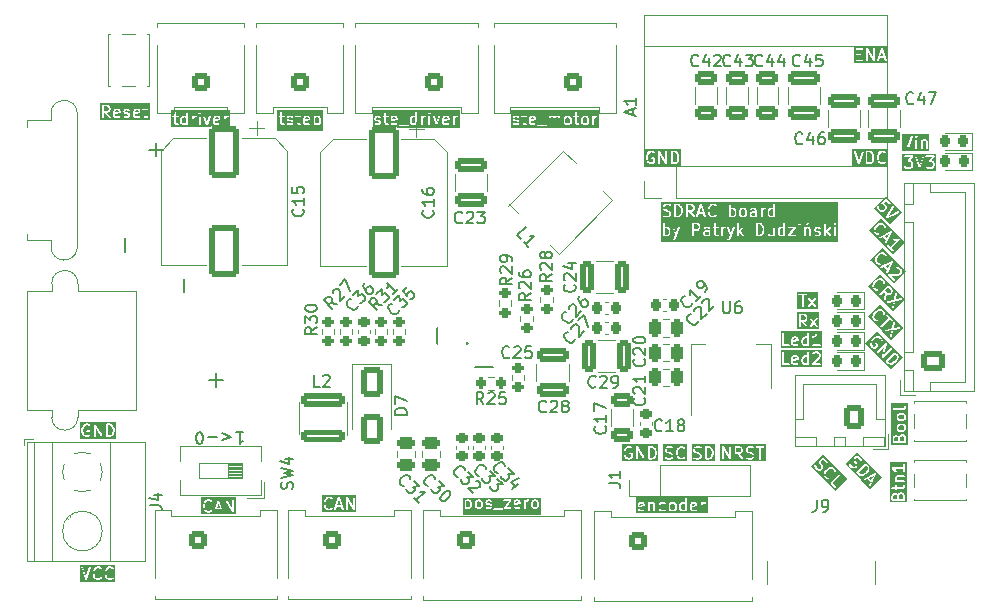
<source format=gbr>
%TF.GenerationSoftware,KiCad,Pcbnew,7.0.11-7.0.11~ubuntu22.04.1*%
%TF.CreationDate,2024-04-28T00:56:16+02:00*%
%TF.ProjectId,sdrac_board,73647261-635f-4626-9f61-72642e6b6963,2.0*%
%TF.SameCoordinates,Original*%
%TF.FileFunction,Legend,Top*%
%TF.FilePolarity,Positive*%
%FSLAX46Y46*%
G04 Gerber Fmt 4.6, Leading zero omitted, Abs format (unit mm)*
G04 Created by KiCad (PCBNEW 7.0.11-7.0.11~ubuntu22.04.1) date 2024-04-28 00:56:16*
%MOMM*%
%LPD*%
G01*
G04 APERTURE LIST*
G04 Aperture macros list*
%AMRoundRect*
0 Rectangle with rounded corners*
0 $1 Rounding radius*
0 $2 $3 $4 $5 $6 $7 $8 $9 X,Y pos of 4 corners*
0 Add a 4 corners polygon primitive as box body*
4,1,4,$2,$3,$4,$5,$6,$7,$8,$9,$2,$3,0*
0 Add four circle primitives for the rounded corners*
1,1,$1+$1,$2,$3*
1,1,$1+$1,$4,$5*
1,1,$1+$1,$6,$7*
1,1,$1+$1,$8,$9*
0 Add four rect primitives between the rounded corners*
20,1,$1+$1,$2,$3,$4,$5,0*
20,1,$1+$1,$4,$5,$6,$7,0*
20,1,$1+$1,$6,$7,$8,$9,0*
20,1,$1+$1,$8,$9,$2,$3,0*%
%AMRotRect*
0 Rectangle, with rotation*
0 The origin of the aperture is its center*
0 $1 length*
0 $2 width*
0 $3 Rotation angle, in degrees counterclockwise*
0 Add horizontal line*
21,1,$1,$2,0,0,$3*%
G04 Aperture macros list end*
%ADD10C,0.150000*%
%ADD11C,0.254000*%
%ADD12C,0.200000*%
%ADD13C,0.120000*%
%ADD14R,1.525000X0.650000*%
%ADD15R,2.400000X3.100000*%
%ADD16RoundRect,0.225000X0.250000X-0.225000X0.250000X0.225000X-0.250000X0.225000X-0.250000X-0.225000X0*%
%ADD17C,2.600000*%
%ADD18R,2.600000X2.600000*%
%ADD19R,2.160000X1.120000*%
%ADD20RoundRect,0.200000X0.275000X-0.200000X0.275000X0.200000X-0.275000X0.200000X-0.275000X-0.200000X0*%
%ADD21C,1.020000*%
%ADD22RoundRect,0.250001X-0.499999X-0.499999X0.499999X-0.499999X0.499999X0.499999X-0.499999X0.499999X0*%
%ADD23C,1.500000*%
%ADD24R,1.500000X2.000000*%
%ADD25R,3.800000X2.000000*%
%ADD26C,1.400000*%
%ADD27R,3.500000X3.500000*%
%ADD28C,3.500000*%
%ADD29RoundRect,0.250001X0.499999X0.499999X-0.499999X0.499999X-0.499999X-0.499999X0.499999X-0.499999X0*%
%ADD30RoundRect,0.218750X0.218750X0.256250X-0.218750X0.256250X-0.218750X-0.256250X0.218750X-0.256250X0*%
%ADD31RoundRect,0.250000X-1.000000X1.950000X-1.000000X-1.950000X1.000000X-1.950000X1.000000X1.950000X0*%
%ADD32RoundRect,0.200000X-0.275000X0.200000X-0.275000X-0.200000X0.275000X-0.200000X0.275000X0.200000X0*%
%ADD33RoundRect,0.250000X0.650000X-0.325000X0.650000X0.325000X-0.650000X0.325000X-0.650000X-0.325000X0*%
%ADD34RoundRect,0.250000X1.100000X-0.325000X1.100000X0.325000X-1.100000X0.325000X-1.100000X-0.325000X0*%
%ADD35RoundRect,0.250000X-1.100000X0.325000X-1.100000X-0.325000X1.100000X-0.325000X1.100000X0.325000X0*%
%ADD36RoundRect,0.250000X-0.325000X-1.100000X0.325000X-1.100000X0.325000X1.100000X-0.325000X1.100000X0*%
%ADD37R,0.650000X1.050000*%
%ADD38R,1.050000X0.650000*%
%ADD39RoundRect,0.250000X0.475000X-0.250000X0.475000X0.250000X-0.475000X0.250000X-0.475000X-0.250000X0*%
%ADD40RoundRect,0.225000X-0.225000X-0.250000X0.225000X-0.250000X0.225000X0.250000X-0.225000X0.250000X0*%
%ADD41RoundRect,0.250000X-0.650000X1.000000X-0.650000X-1.000000X0.650000X-1.000000X0.650000X1.000000X0*%
%ADD42C,3.200000*%
%ADD43RoundRect,0.250000X0.250000X0.475000X-0.250000X0.475000X-0.250000X-0.475000X0.250000X-0.475000X0*%
%ADD44R,1.700000X1.700000*%
%ADD45O,1.700000X1.700000*%
%ADD46C,0.650000*%
%ADD47R,0.600000X1.240000*%
%ADD48R,0.300000X1.240000*%
%ADD49O,1.000000X2.100000*%
%ADD50O,1.000000X1.800000*%
%ADD51RotRect,1.500000X4.700000X225.000000*%
%ADD52RoundRect,0.200000X0.200000X0.275000X-0.200000X0.275000X-0.200000X-0.275000X0.200000X-0.275000X0*%
%ADD53RoundRect,0.250000X0.725000X-0.600000X0.725000X0.600000X-0.725000X0.600000X-0.725000X-0.600000X0*%
%ADD54O,1.950000X1.700000*%
%ADD55RoundRect,0.250000X-1.625000X0.312500X-1.625000X-0.312500X1.625000X-0.312500X1.625000X0.312500X0*%
%ADD56RoundRect,0.242778X-1.632222X0.303472X-1.632222X-0.303472X1.632222X-0.303472X1.632222X0.303472X0*%
%ADD57RoundRect,0.225000X0.225000X0.250000X-0.225000X0.250000X-0.225000X-0.250000X0.225000X-0.250000X0*%
%ADD58R,1.600000X1.600000*%
%ADD59O,1.600000X1.600000*%
%ADD60RoundRect,0.225000X-0.250000X0.225000X-0.250000X-0.225000X0.250000X-0.225000X0.250000X0.225000X0*%
%ADD61RoundRect,0.250000X0.600000X0.750000X-0.600000X0.750000X-0.600000X-0.750000X0.600000X-0.750000X0*%
%ADD62O,1.700000X2.000000*%
G04 APERTURE END LIST*
D10*
G36*
X6124836Y-27182990D02*
G01*
X6198949Y-27257103D01*
X6237442Y-27334090D01*
X6280826Y-27507624D01*
X6280826Y-27632013D01*
X6237442Y-27805547D01*
X6198948Y-27882534D01*
X6124836Y-27956647D01*
X6010323Y-27994819D01*
X5859398Y-27994819D01*
X5859398Y-27144819D01*
X6010323Y-27144819D01*
X6124836Y-27182990D01*
G37*
G36*
X6573683Y-28287676D02*
G01*
X3471303Y-28287676D01*
X3471303Y-27641247D01*
X3614160Y-27641247D01*
X3615345Y-27644504D01*
X3616399Y-27659437D01*
X3664018Y-27849913D01*
X3666006Y-27852857D01*
X3669697Y-27865264D01*
X3717316Y-27960502D01*
X3718502Y-27961625D01*
X3731365Y-27979994D01*
X3826603Y-28075233D01*
X3830667Y-28077128D01*
X3833014Y-28080948D01*
X3855919Y-28093351D01*
X3998775Y-28140970D01*
X4000410Y-28140925D01*
X4022493Y-28144819D01*
X4117731Y-28144819D01*
X4119269Y-28144258D01*
X4141448Y-28140970D01*
X4284305Y-28093351D01*
X4287816Y-28090563D01*
X4292285Y-28090173D01*
X4313622Y-28075232D01*
X4319035Y-28069819D01*
X4661779Y-28069819D01*
X4679326Y-28118028D01*
X4723755Y-28143680D01*
X4774279Y-28134771D01*
X4807256Y-28095471D01*
X4811779Y-28069819D01*
X4811779Y-27352235D01*
X5243089Y-28107030D01*
X5248382Y-28111511D01*
X5250754Y-28118028D01*
X5267491Y-28127691D01*
X5282242Y-28140181D01*
X5289176Y-28140211D01*
X5295183Y-28143680D01*
X5314216Y-28140323D01*
X5333544Y-28140410D01*
X5338877Y-28135975D01*
X5345707Y-28134771D01*
X5358131Y-28119964D01*
X5372991Y-28107608D01*
X5374225Y-28100784D01*
X5378684Y-28095471D01*
X5383207Y-28069819D01*
X5709398Y-28069819D01*
X5716061Y-28088127D01*
X5719446Y-28107319D01*
X5724630Y-28111669D01*
X5726945Y-28118028D01*
X5743818Y-28127770D01*
X5758746Y-28140296D01*
X5768488Y-28142013D01*
X5771374Y-28143680D01*
X5774656Y-28143101D01*
X5784398Y-28144819D01*
X6022493Y-28144819D01*
X6024031Y-28144258D01*
X6046210Y-28140970D01*
X6189067Y-28093351D01*
X6192579Y-28090563D01*
X6197046Y-28090173D01*
X6218383Y-28075233D01*
X6313622Y-27979993D01*
X6314313Y-27978510D01*
X6327670Y-27960502D01*
X6375289Y-27865264D01*
X6375695Y-27861735D01*
X6380968Y-27849913D01*
X6428587Y-27659437D01*
X6428226Y-27655988D01*
X6430826Y-27641247D01*
X6430826Y-27498390D01*
X6429640Y-27495132D01*
X6428587Y-27480200D01*
X6380968Y-27289724D01*
X6378979Y-27286779D01*
X6375289Y-27274373D01*
X6327670Y-27179135D01*
X6326483Y-27178011D01*
X6313621Y-27159643D01*
X6218383Y-27064405D01*
X6214319Y-27062510D01*
X6211972Y-27058689D01*
X6189067Y-27046287D01*
X6046210Y-26998668D01*
X6044575Y-26998712D01*
X6022493Y-26994819D01*
X5784398Y-26994819D01*
X5766089Y-27001482D01*
X5746898Y-27004867D01*
X5742547Y-27010051D01*
X5736189Y-27012366D01*
X5726446Y-27029239D01*
X5713921Y-27044167D01*
X5712203Y-27053909D01*
X5710537Y-27056795D01*
X5711115Y-27060077D01*
X5709398Y-27069819D01*
X5709398Y-28069819D01*
X5383207Y-28069819D01*
X5383207Y-27069819D01*
X5365660Y-27021610D01*
X5321231Y-26995958D01*
X5270707Y-27004867D01*
X5237730Y-27044167D01*
X5233207Y-27069819D01*
X5233207Y-27787402D01*
X4801897Y-27032609D01*
X4796604Y-27028127D01*
X4794232Y-27021610D01*
X4777492Y-27011945D01*
X4762744Y-26999457D01*
X4755809Y-26999426D01*
X4749803Y-26995958D01*
X4730769Y-26999314D01*
X4711442Y-26999228D01*
X4706108Y-27003662D01*
X4699279Y-27004867D01*
X4686854Y-27019673D01*
X4671995Y-27032030D01*
X4670760Y-27038853D01*
X4666302Y-27044167D01*
X4661779Y-27069819D01*
X4661779Y-28069819D01*
X4319035Y-28069819D01*
X4361240Y-28027613D01*
X4368158Y-28012775D01*
X4378684Y-28000232D01*
X4381527Y-27984104D01*
X4382921Y-27981116D01*
X4382398Y-27979165D01*
X4383207Y-27974580D01*
X4383207Y-27641247D01*
X4376543Y-27622938D01*
X4373159Y-27603747D01*
X4367974Y-27599396D01*
X4365660Y-27593038D01*
X4348786Y-27583295D01*
X4333859Y-27570770D01*
X4324116Y-27569052D01*
X4321231Y-27567386D01*
X4317948Y-27567964D01*
X4308207Y-27566247D01*
X4117731Y-27566247D01*
X4069522Y-27583794D01*
X4043870Y-27628223D01*
X4052779Y-27678747D01*
X4092079Y-27711724D01*
X4117731Y-27716247D01*
X4233207Y-27716247D01*
X4233207Y-27943514D01*
X4220074Y-27956647D01*
X4105561Y-27994819D01*
X4034663Y-27994819D01*
X3920150Y-27956648D01*
X3846037Y-27882534D01*
X3807543Y-27805547D01*
X3764160Y-27632013D01*
X3764160Y-27507624D01*
X3807543Y-27334090D01*
X3846037Y-27257103D01*
X3920150Y-27182990D01*
X4034663Y-27144819D01*
X4147645Y-27144819D01*
X4227047Y-27184520D01*
X4278013Y-27190385D01*
X4320826Y-27162119D01*
X4335453Y-27112944D01*
X4315050Y-27065873D01*
X4294129Y-27050356D01*
X4198891Y-27002737D01*
X4194437Y-27002224D01*
X4191002Y-26999342D01*
X4165350Y-26994819D01*
X4022493Y-26994819D01*
X4020955Y-26995378D01*
X3998775Y-26998668D01*
X3855919Y-27046287D01*
X3852408Y-27049073D01*
X3847940Y-27049464D01*
X3826603Y-27064405D01*
X3731365Y-27159643D01*
X3730674Y-27161124D01*
X3717316Y-27179135D01*
X3669697Y-27274373D01*
X3669290Y-27277901D01*
X3664018Y-27289724D01*
X3616399Y-27480200D01*
X3616759Y-27483648D01*
X3614160Y-27498390D01*
X3614160Y-27641247D01*
X3471303Y-27641247D01*
X3471303Y-26851962D01*
X6573683Y-26851962D01*
X6573683Y-28287676D01*
G37*
G36*
X6482921Y-40387676D02*
G01*
X3476093Y-40387676D01*
X3476093Y-39167770D01*
X3618950Y-39167770D01*
X3622771Y-39193536D01*
X3956104Y-40193536D01*
X3957446Y-40195227D01*
X3957505Y-40197386D01*
X3973254Y-40215147D01*
X3987995Y-40233722D01*
X3990108Y-40234154D01*
X3991542Y-40235771D01*
X4015012Y-40239251D01*
X4038256Y-40244008D01*
X4040155Y-40242979D01*
X4042291Y-40243296D01*
X4062504Y-40230877D01*
X4083370Y-40219579D01*
X4084163Y-40217571D01*
X4086003Y-40216441D01*
X4098406Y-40193536D01*
X4249169Y-39741247D01*
X4571303Y-39741247D01*
X4572488Y-39744504D01*
X4573542Y-39759437D01*
X4621161Y-39949913D01*
X4623149Y-39952857D01*
X4626840Y-39965264D01*
X4674459Y-40060502D01*
X4675645Y-40061625D01*
X4688508Y-40079994D01*
X4783746Y-40175233D01*
X4787810Y-40177128D01*
X4790157Y-40180948D01*
X4813062Y-40193351D01*
X4955918Y-40240970D01*
X4957553Y-40240925D01*
X4979636Y-40244819D01*
X5074874Y-40244819D01*
X5076412Y-40244258D01*
X5098591Y-40240970D01*
X5241448Y-40193351D01*
X5244959Y-40190563D01*
X5249428Y-40190173D01*
X5270765Y-40175232D01*
X5318383Y-40127613D01*
X5340064Y-40081116D01*
X5326786Y-40031561D01*
X5284761Y-40002135D01*
X5233653Y-40006607D01*
X5212316Y-40021548D01*
X5177217Y-40056647D01*
X5062704Y-40094819D01*
X4991806Y-40094819D01*
X4877293Y-40056648D01*
X4803180Y-39982534D01*
X4764686Y-39905547D01*
X4723611Y-39741247D01*
X5571303Y-39741247D01*
X5572488Y-39744504D01*
X5573542Y-39759437D01*
X5621161Y-39949913D01*
X5623149Y-39952857D01*
X5626840Y-39965264D01*
X5674459Y-40060502D01*
X5675645Y-40061625D01*
X5688508Y-40079994D01*
X5783746Y-40175233D01*
X5787810Y-40177128D01*
X5790157Y-40180948D01*
X5813062Y-40193351D01*
X5955918Y-40240970D01*
X5957553Y-40240925D01*
X5979636Y-40244819D01*
X6074874Y-40244819D01*
X6076412Y-40244258D01*
X6098591Y-40240970D01*
X6241448Y-40193351D01*
X6244959Y-40190563D01*
X6249428Y-40190173D01*
X6270765Y-40175232D01*
X6318383Y-40127613D01*
X6340064Y-40081116D01*
X6326786Y-40031561D01*
X6284761Y-40002135D01*
X6233653Y-40006607D01*
X6212316Y-40021548D01*
X6177217Y-40056647D01*
X6062704Y-40094819D01*
X5991806Y-40094819D01*
X5877293Y-40056648D01*
X5803180Y-39982534D01*
X5764686Y-39905547D01*
X5721303Y-39732013D01*
X5721303Y-39607624D01*
X5764686Y-39434090D01*
X5803180Y-39357103D01*
X5877293Y-39282990D01*
X5991806Y-39244819D01*
X6062704Y-39244819D01*
X6177217Y-39282990D01*
X6212317Y-39318090D01*
X6258813Y-39339771D01*
X6308368Y-39326494D01*
X6337794Y-39284468D01*
X6333323Y-39233361D01*
X6318383Y-39212024D01*
X6270764Y-39164405D01*
X6266700Y-39162510D01*
X6264353Y-39158689D01*
X6241448Y-39146287D01*
X6098591Y-39098668D01*
X6096956Y-39098712D01*
X6074874Y-39094819D01*
X5979636Y-39094819D01*
X5978098Y-39095378D01*
X5955918Y-39098668D01*
X5813062Y-39146287D01*
X5809551Y-39149073D01*
X5805083Y-39149464D01*
X5783746Y-39164405D01*
X5688508Y-39259643D01*
X5687817Y-39261124D01*
X5674459Y-39279135D01*
X5626840Y-39374373D01*
X5626433Y-39377901D01*
X5621161Y-39389724D01*
X5573542Y-39580200D01*
X5573902Y-39583648D01*
X5571303Y-39598390D01*
X5571303Y-39741247D01*
X4723611Y-39741247D01*
X4721303Y-39732013D01*
X4721303Y-39607624D01*
X4764686Y-39434090D01*
X4803180Y-39357103D01*
X4877293Y-39282990D01*
X4991806Y-39244819D01*
X5062704Y-39244819D01*
X5177217Y-39282990D01*
X5212317Y-39318090D01*
X5258813Y-39339771D01*
X5308368Y-39326494D01*
X5337794Y-39284468D01*
X5333323Y-39233361D01*
X5318383Y-39212024D01*
X5270764Y-39164405D01*
X5266700Y-39162510D01*
X5264353Y-39158689D01*
X5241448Y-39146287D01*
X5098591Y-39098668D01*
X5096956Y-39098712D01*
X5074874Y-39094819D01*
X4979636Y-39094819D01*
X4978098Y-39095378D01*
X4955918Y-39098668D01*
X4813062Y-39146287D01*
X4809551Y-39149073D01*
X4805083Y-39149464D01*
X4783746Y-39164405D01*
X4688508Y-39259643D01*
X4687817Y-39261124D01*
X4674459Y-39279135D01*
X4626840Y-39374373D01*
X4626433Y-39377901D01*
X4621161Y-39389724D01*
X4573542Y-39580200D01*
X4573902Y-39583648D01*
X4571303Y-39598390D01*
X4571303Y-39741247D01*
X4249169Y-39741247D01*
X4431739Y-39193536D01*
X4430338Y-39142253D01*
X4396300Y-39103867D01*
X4345552Y-39096342D01*
X4301839Y-39123197D01*
X4289437Y-39146102D01*
X4027255Y-39932648D01*
X3765073Y-39146102D01*
X3733182Y-39105916D01*
X3682921Y-39095630D01*
X3637807Y-39120059D01*
X3618950Y-39167770D01*
X3476093Y-39167770D01*
X3476093Y-38951962D01*
X6482921Y-38951962D01*
X6482921Y-40387676D01*
G37*
G36*
X51161829Y-33806672D02*
G01*
X51190350Y-33863714D01*
X51190350Y-33879762D01*
X50864160Y-33944999D01*
X50864160Y-33863714D01*
X50892680Y-33806672D01*
X50949722Y-33778152D01*
X51104788Y-33778152D01*
X51161829Y-33806672D01*
G37*
G36*
X53792352Y-33812410D02*
G01*
X53822759Y-33842817D01*
X53857017Y-33911333D01*
X53857017Y-34161637D01*
X53822758Y-34230153D01*
X53792351Y-34260561D01*
X53723836Y-34294819D01*
X53616389Y-34294819D01*
X53547873Y-34260561D01*
X53517466Y-34230153D01*
X53483208Y-34161637D01*
X53483208Y-33911333D01*
X53517466Y-33842817D01*
X53547873Y-33812410D01*
X53616389Y-33778152D01*
X53723836Y-33778152D01*
X53792352Y-33812410D01*
G37*
G36*
X54714160Y-33797123D02*
G01*
X54714160Y-34275847D01*
X54676217Y-34294819D01*
X54521151Y-34294819D01*
X54452635Y-34260561D01*
X54422228Y-34230153D01*
X54387970Y-34161637D01*
X54387970Y-33911333D01*
X54422228Y-33842817D01*
X54452635Y-33812410D01*
X54521151Y-33778152D01*
X54676217Y-33778152D01*
X54714160Y-33797123D01*
G37*
G36*
X55590401Y-33806672D02*
G01*
X55618922Y-33863714D01*
X55618922Y-33879762D01*
X55292732Y-33944999D01*
X55292732Y-33863714D01*
X55321252Y-33806672D01*
X55378294Y-33778152D01*
X55533360Y-33778152D01*
X55590401Y-33806672D01*
G37*
G36*
X56624926Y-34587676D02*
G01*
X50571303Y-34587676D01*
X50571303Y-34226961D01*
X50714160Y-34226961D01*
X50715693Y-34231173D01*
X50714651Y-34235535D01*
X50722078Y-34260502D01*
X50769697Y-34355741D01*
X50777850Y-34363460D01*
X50782317Y-34373765D01*
X50803238Y-34389282D01*
X50898476Y-34436901D01*
X50902929Y-34437413D01*
X50906365Y-34440296D01*
X50932017Y-34444819D01*
X51122493Y-34444819D01*
X51126706Y-34443285D01*
X51131067Y-34444327D01*
X51156034Y-34436901D01*
X51251272Y-34389282D01*
X51269700Y-34369819D01*
X51618922Y-34369819D01*
X51636469Y-34418028D01*
X51680898Y-34443680D01*
X51731422Y-34434771D01*
X51764399Y-34395471D01*
X51768922Y-34369819D01*
X51768922Y-33829456D01*
X51785968Y-33812410D01*
X51854484Y-33778152D01*
X51961931Y-33778152D01*
X52018972Y-33806672D01*
X52047493Y-33863714D01*
X52047493Y-34369819D01*
X52065040Y-34418028D01*
X52109469Y-34443680D01*
X52159993Y-34434771D01*
X52192970Y-34395471D01*
X52197493Y-34369819D01*
X52197493Y-34179342D01*
X52476065Y-34179342D01*
X52477598Y-34183555D01*
X52476557Y-34187916D01*
X52483983Y-34212883D01*
X52531602Y-34308121D01*
X52532790Y-34309246D01*
X52545650Y-34327612D01*
X52593269Y-34375232D01*
X52594750Y-34375922D01*
X52612762Y-34389282D01*
X52708000Y-34436901D01*
X52712453Y-34437413D01*
X52715889Y-34440296D01*
X52741541Y-34444819D01*
X52932017Y-34444819D01*
X52936230Y-34443285D01*
X52940591Y-34444327D01*
X52965558Y-34436901D01*
X53060796Y-34389282D01*
X53096068Y-34352028D01*
X53099143Y-34300818D01*
X53068579Y-34259612D01*
X53018680Y-34247692D01*
X52993714Y-34255118D01*
X52914312Y-34294819D01*
X52759246Y-34294819D01*
X52690730Y-34260561D01*
X52660323Y-34230153D01*
X52634917Y-34179342D01*
X53333208Y-34179342D01*
X53334741Y-34183555D01*
X53333700Y-34187916D01*
X53341126Y-34212883D01*
X53388745Y-34308121D01*
X53389933Y-34309246D01*
X53402793Y-34327612D01*
X53450412Y-34375232D01*
X53451893Y-34375922D01*
X53469905Y-34389282D01*
X53565143Y-34436901D01*
X53569596Y-34437413D01*
X53573032Y-34440296D01*
X53598684Y-34444819D01*
X53741541Y-34444819D01*
X53745754Y-34443285D01*
X53750115Y-34444327D01*
X53775082Y-34436901D01*
X53870320Y-34389282D01*
X53871444Y-34388094D01*
X53889813Y-34375232D01*
X53937431Y-34327613D01*
X53938121Y-34326131D01*
X53951480Y-34308121D01*
X53999099Y-34212883D01*
X53999611Y-34208429D01*
X54002494Y-34204994D01*
X54007017Y-34179342D01*
X54237970Y-34179342D01*
X54239503Y-34183555D01*
X54238462Y-34187916D01*
X54245888Y-34212883D01*
X54293507Y-34308121D01*
X54294695Y-34309246D01*
X54307555Y-34327612D01*
X54355174Y-34375232D01*
X54356655Y-34375922D01*
X54374667Y-34389282D01*
X54469905Y-34436901D01*
X54474358Y-34437413D01*
X54477794Y-34440296D01*
X54503446Y-34444819D01*
X54693922Y-34444819D01*
X54698135Y-34443285D01*
X54702496Y-34444327D01*
X54727463Y-34436901D01*
X54747255Y-34427004D01*
X54776136Y-34443680D01*
X54826660Y-34434771D01*
X54859637Y-34395471D01*
X54864160Y-34369819D01*
X54864160Y-34226961D01*
X55142732Y-34226961D01*
X55144265Y-34231173D01*
X55143223Y-34235535D01*
X55150650Y-34260502D01*
X55198269Y-34355741D01*
X55206422Y-34363460D01*
X55210889Y-34373765D01*
X55231810Y-34389282D01*
X55327048Y-34436901D01*
X55331501Y-34437413D01*
X55334937Y-34440296D01*
X55360589Y-34444819D01*
X55551065Y-34444819D01*
X55555278Y-34443285D01*
X55559639Y-34444327D01*
X55584606Y-34436901D01*
X55679844Y-34389282D01*
X55698272Y-34369819D01*
X56047494Y-34369819D01*
X56065041Y-34418028D01*
X56109470Y-34443680D01*
X56159994Y-34434771D01*
X56192971Y-34395471D01*
X56197494Y-34369819D01*
X56197494Y-33911333D01*
X56231752Y-33842817D01*
X56262159Y-33812410D01*
X56330675Y-33778152D01*
X56408208Y-33778152D01*
X56456417Y-33760605D01*
X56482069Y-33716176D01*
X56473160Y-33665652D01*
X56433860Y-33632675D01*
X56408208Y-33628152D01*
X56312970Y-33628152D01*
X56308756Y-33629685D01*
X56304395Y-33628644D01*
X56279429Y-33636070D01*
X56189452Y-33681058D01*
X56179947Y-33654943D01*
X56135518Y-33629291D01*
X56084994Y-33638200D01*
X56052017Y-33677500D01*
X56047494Y-33703152D01*
X56047494Y-34369819D01*
X55698272Y-34369819D01*
X55715116Y-34352028D01*
X55718191Y-34300818D01*
X55687627Y-34259612D01*
X55637728Y-34247692D01*
X55612762Y-34255118D01*
X55533360Y-34294819D01*
X55378294Y-34294819D01*
X55321252Y-34266298D01*
X55292732Y-34209256D01*
X55292732Y-34097970D01*
X55708630Y-34014791D01*
X55719217Y-34008351D01*
X55731422Y-34006199D01*
X55740456Y-33995432D01*
X55752462Y-33988130D01*
X55756432Y-33976392D01*
X55764399Y-33966899D01*
X55768922Y-33941247D01*
X55768922Y-33846009D01*
X55767388Y-33841795D01*
X55768430Y-33837434D01*
X55761004Y-33812468D01*
X55713385Y-33717230D01*
X55705231Y-33709510D01*
X55700765Y-33699206D01*
X55679844Y-33683689D01*
X55584606Y-33636070D01*
X55580152Y-33635557D01*
X55576717Y-33632675D01*
X55551065Y-33628152D01*
X55360589Y-33628152D01*
X55356375Y-33629685D01*
X55352014Y-33628644D01*
X55327048Y-33636070D01*
X55231810Y-33683689D01*
X55224090Y-33691842D01*
X55213786Y-33696309D01*
X55198269Y-33717230D01*
X55150650Y-33812468D01*
X55150137Y-33816921D01*
X55147255Y-33820357D01*
X55142732Y-33846009D01*
X55142732Y-34226961D01*
X54864160Y-34226961D01*
X54864160Y-33369819D01*
X54846613Y-33321610D01*
X54802184Y-33295958D01*
X54751660Y-33304867D01*
X54718683Y-33344167D01*
X54714160Y-33369819D01*
X54714160Y-33631720D01*
X54693922Y-33628152D01*
X54503446Y-33628152D01*
X54499232Y-33629685D01*
X54494871Y-33628644D01*
X54469905Y-33636070D01*
X54374667Y-33683689D01*
X54373541Y-33684878D01*
X54355175Y-33697738D01*
X54307556Y-33745357D01*
X54306865Y-33746838D01*
X54293507Y-33764849D01*
X54245888Y-33860087D01*
X54245375Y-33864540D01*
X54242493Y-33867976D01*
X54237970Y-33893628D01*
X54237970Y-34179342D01*
X54007017Y-34179342D01*
X54007017Y-33893628D01*
X54005483Y-33889414D01*
X54006525Y-33885053D01*
X53999099Y-33860087D01*
X53951480Y-33764849D01*
X53950290Y-33763723D01*
X53937431Y-33745357D01*
X53889812Y-33697738D01*
X53888330Y-33697047D01*
X53870320Y-33683689D01*
X53775082Y-33636070D01*
X53770628Y-33635557D01*
X53767193Y-33632675D01*
X53741541Y-33628152D01*
X53598684Y-33628152D01*
X53594470Y-33629685D01*
X53590109Y-33628644D01*
X53565143Y-33636070D01*
X53469905Y-33683689D01*
X53468779Y-33684878D01*
X53450413Y-33697738D01*
X53402794Y-33745357D01*
X53402103Y-33746838D01*
X53388745Y-33764849D01*
X53341126Y-33860087D01*
X53340613Y-33864540D01*
X53337731Y-33867976D01*
X53333208Y-33893628D01*
X53333208Y-34179342D01*
X52634917Y-34179342D01*
X52626065Y-34161637D01*
X52626065Y-33911333D01*
X52660323Y-33842817D01*
X52690730Y-33812410D01*
X52759246Y-33778152D01*
X52914312Y-33778152D01*
X52993714Y-33817853D01*
X53044680Y-33823718D01*
X53087493Y-33795452D01*
X53102120Y-33746277D01*
X53081717Y-33699206D01*
X53060796Y-33683689D01*
X52965558Y-33636070D01*
X52961104Y-33635557D01*
X52957669Y-33632675D01*
X52932017Y-33628152D01*
X52741541Y-33628152D01*
X52737327Y-33629685D01*
X52732966Y-33628644D01*
X52708000Y-33636070D01*
X52612762Y-33683689D01*
X52611636Y-33684878D01*
X52593270Y-33697738D01*
X52545651Y-33745357D01*
X52544960Y-33746838D01*
X52531602Y-33764849D01*
X52483983Y-33860087D01*
X52483470Y-33864540D01*
X52480588Y-33867976D01*
X52476065Y-33893628D01*
X52476065Y-34179342D01*
X52197493Y-34179342D01*
X52197493Y-33846009D01*
X52195959Y-33841795D01*
X52197001Y-33837434D01*
X52189575Y-33812468D01*
X52141956Y-33717230D01*
X52133802Y-33709510D01*
X52129336Y-33699206D01*
X52108415Y-33683689D01*
X52013177Y-33636070D01*
X52008723Y-33635557D01*
X52005288Y-33632675D01*
X51979636Y-33628152D01*
X51836779Y-33628152D01*
X51832565Y-33629685D01*
X51828204Y-33628644D01*
X51803238Y-33636070D01*
X51753548Y-33660914D01*
X51751375Y-33654943D01*
X51706946Y-33629291D01*
X51656422Y-33638200D01*
X51623445Y-33677500D01*
X51618922Y-33703152D01*
X51618922Y-34369819D01*
X51269700Y-34369819D01*
X51286544Y-34352028D01*
X51289619Y-34300818D01*
X51259055Y-34259612D01*
X51209156Y-34247692D01*
X51184190Y-34255118D01*
X51104788Y-34294819D01*
X50949722Y-34294819D01*
X50892680Y-34266298D01*
X50864160Y-34209256D01*
X50864160Y-34097970D01*
X51280058Y-34014791D01*
X51290645Y-34008351D01*
X51302850Y-34006199D01*
X51311884Y-33995432D01*
X51323890Y-33988130D01*
X51327860Y-33976392D01*
X51335827Y-33966899D01*
X51340350Y-33941247D01*
X51340350Y-33846009D01*
X51338816Y-33841795D01*
X51339858Y-33837434D01*
X51332432Y-33812468D01*
X51284813Y-33717230D01*
X51276659Y-33709510D01*
X51272193Y-33699206D01*
X51251272Y-33683689D01*
X51156034Y-33636070D01*
X51151580Y-33635557D01*
X51148145Y-33632675D01*
X51122493Y-33628152D01*
X50932017Y-33628152D01*
X50927803Y-33629685D01*
X50923442Y-33628644D01*
X50898476Y-33636070D01*
X50803238Y-33683689D01*
X50795518Y-33691842D01*
X50785214Y-33696309D01*
X50769697Y-33717230D01*
X50722078Y-33812468D01*
X50721565Y-33816921D01*
X50718683Y-33820357D01*
X50714160Y-33846009D01*
X50714160Y-34226961D01*
X50571303Y-34226961D01*
X50571303Y-33153101D01*
X56624926Y-33153101D01*
X56624926Y-34587676D01*
G37*
G36*
X75987969Y-5587676D02*
G01*
X73124823Y-5587676D01*
X73124823Y-4356795D01*
X73267680Y-4356795D01*
X73276589Y-4407319D01*
X73315889Y-4440296D01*
X73341541Y-4444819D01*
X73795306Y-4444819D01*
X73570812Y-4701383D01*
X73563505Y-4720234D01*
X73553394Y-4737747D01*
X73554433Y-4743640D01*
X73552271Y-4749219D01*
X73558791Y-4768358D01*
X73562303Y-4788271D01*
X73566886Y-4792116D01*
X73568816Y-4797781D01*
X73586114Y-4808251D01*
X73601603Y-4821248D01*
X73610046Y-4822736D01*
X73612705Y-4824346D01*
X73616146Y-4823812D01*
X73627255Y-4825771D01*
X73752407Y-4825771D01*
X73820923Y-4860029D01*
X73851330Y-4890436D01*
X73885588Y-4958952D01*
X73885588Y-5161637D01*
X73851329Y-5230153D01*
X73820922Y-5260561D01*
X73752407Y-5294819D01*
X73502103Y-5294819D01*
X73433587Y-5260561D01*
X73394575Y-5221548D01*
X73348078Y-5199866D01*
X73298523Y-5213143D01*
X73269097Y-5255168D01*
X73273567Y-5306275D01*
X73288507Y-5327612D01*
X73336126Y-5375232D01*
X73337607Y-5375922D01*
X73355619Y-5389282D01*
X73450857Y-5436901D01*
X73455310Y-5437413D01*
X73458746Y-5440296D01*
X73484398Y-5444819D01*
X73770112Y-5444819D01*
X73774325Y-5443285D01*
X73778686Y-5444327D01*
X73803653Y-5436901D01*
X73898891Y-5389282D01*
X73900015Y-5388094D01*
X73918384Y-5375232D01*
X73966002Y-5327613D01*
X73966692Y-5326131D01*
X73980051Y-5308121D01*
X74027670Y-5212883D01*
X74028182Y-5208429D01*
X74031065Y-5204994D01*
X74035588Y-5179342D01*
X74035588Y-4941247D01*
X74034054Y-4937033D01*
X74035096Y-4932672D01*
X74027670Y-4907706D01*
X73980051Y-4812468D01*
X73978861Y-4811342D01*
X73966002Y-4792976D01*
X73918383Y-4745357D01*
X73916901Y-4744666D01*
X73898891Y-4731308D01*
X73803653Y-4683689D01*
X73799199Y-4683176D01*
X73795764Y-4680294D01*
X73789540Y-4679196D01*
X74017031Y-4419207D01*
X74024337Y-4400355D01*
X74034449Y-4382843D01*
X74033409Y-4376949D01*
X74035572Y-4371371D01*
X74034345Y-4367770D01*
X74171331Y-4367770D01*
X74175152Y-4393536D01*
X74508485Y-5393536D01*
X74509827Y-5395227D01*
X74509886Y-5397386D01*
X74525635Y-5415147D01*
X74540376Y-5433722D01*
X74542489Y-5434154D01*
X74543923Y-5435771D01*
X74567393Y-5439251D01*
X74590637Y-5444008D01*
X74592536Y-5442979D01*
X74594672Y-5443296D01*
X74614885Y-5430877D01*
X74635751Y-5419579D01*
X74636544Y-5417571D01*
X74638384Y-5416441D01*
X74650787Y-5393536D01*
X74984120Y-4393536D01*
X74983116Y-4356795D01*
X75077204Y-4356795D01*
X75086113Y-4407319D01*
X75125413Y-4440296D01*
X75151065Y-4444819D01*
X75604830Y-4444819D01*
X75380336Y-4701383D01*
X75373029Y-4720234D01*
X75362918Y-4737747D01*
X75363957Y-4743640D01*
X75361795Y-4749219D01*
X75368315Y-4768358D01*
X75371827Y-4788271D01*
X75376410Y-4792116D01*
X75378340Y-4797781D01*
X75395638Y-4808251D01*
X75411127Y-4821248D01*
X75419570Y-4822736D01*
X75422229Y-4824346D01*
X75425670Y-4823812D01*
X75436779Y-4825771D01*
X75561931Y-4825771D01*
X75630447Y-4860029D01*
X75660854Y-4890436D01*
X75695112Y-4958952D01*
X75695112Y-5161637D01*
X75660853Y-5230153D01*
X75630446Y-5260561D01*
X75561931Y-5294819D01*
X75311627Y-5294819D01*
X75243111Y-5260561D01*
X75204099Y-5221548D01*
X75157602Y-5199866D01*
X75108047Y-5213143D01*
X75078621Y-5255168D01*
X75083091Y-5306275D01*
X75098031Y-5327612D01*
X75145650Y-5375232D01*
X75147131Y-5375922D01*
X75165143Y-5389282D01*
X75260381Y-5436901D01*
X75264834Y-5437413D01*
X75268270Y-5440296D01*
X75293922Y-5444819D01*
X75579636Y-5444819D01*
X75583849Y-5443285D01*
X75588210Y-5444327D01*
X75613177Y-5436901D01*
X75708415Y-5389282D01*
X75709539Y-5388094D01*
X75727908Y-5375232D01*
X75775526Y-5327613D01*
X75776216Y-5326131D01*
X75789575Y-5308121D01*
X75837194Y-5212883D01*
X75837706Y-5208429D01*
X75840589Y-5204994D01*
X75845112Y-5179342D01*
X75845112Y-4941247D01*
X75843578Y-4937033D01*
X75844620Y-4932672D01*
X75837194Y-4907706D01*
X75789575Y-4812468D01*
X75788385Y-4811342D01*
X75775526Y-4792976D01*
X75727907Y-4745357D01*
X75726425Y-4744666D01*
X75708415Y-4731308D01*
X75613177Y-4683689D01*
X75608723Y-4683176D01*
X75605288Y-4680294D01*
X75599064Y-4679196D01*
X75826555Y-4419207D01*
X75833861Y-4400355D01*
X75843973Y-4382843D01*
X75842933Y-4376949D01*
X75845096Y-4371371D01*
X75838575Y-4352231D01*
X75835064Y-4332319D01*
X75830480Y-4328473D01*
X75828551Y-4322809D01*
X75811252Y-4312338D01*
X75795764Y-4299342D01*
X75787320Y-4297853D01*
X75784662Y-4296244D01*
X75781220Y-4296777D01*
X75770112Y-4294819D01*
X75151065Y-4294819D01*
X75102856Y-4312366D01*
X75077204Y-4356795D01*
X74983116Y-4356795D01*
X74982719Y-4342253D01*
X74948681Y-4303867D01*
X74897933Y-4296342D01*
X74854220Y-4323197D01*
X74841818Y-4346102D01*
X74579636Y-5132648D01*
X74317454Y-4346102D01*
X74285563Y-4305916D01*
X74235302Y-4295630D01*
X74190188Y-4320059D01*
X74171331Y-4367770D01*
X74034345Y-4367770D01*
X74029051Y-4352231D01*
X74025540Y-4332319D01*
X74020956Y-4328473D01*
X74019027Y-4322809D01*
X74001728Y-4312338D01*
X73986240Y-4299342D01*
X73977796Y-4297853D01*
X73975138Y-4296244D01*
X73971696Y-4296777D01*
X73960588Y-4294819D01*
X73341541Y-4294819D01*
X73293332Y-4312366D01*
X73267680Y-4356795D01*
X73124823Y-4356795D01*
X73124823Y-4151962D01*
X75987969Y-4151962D01*
X75987969Y-5587676D01*
G37*
G36*
X25561293Y-33909104D02*
G01*
X25293217Y-33909104D01*
X25427255Y-33506989D01*
X25561293Y-33909104D01*
G37*
G36*
X26883207Y-34487676D02*
G01*
X23971303Y-34487676D01*
X23971303Y-33841247D01*
X24114160Y-33841247D01*
X24115345Y-33844504D01*
X24116399Y-33859437D01*
X24164018Y-34049913D01*
X24166006Y-34052857D01*
X24169697Y-34065264D01*
X24217316Y-34160502D01*
X24218502Y-34161625D01*
X24231365Y-34179994D01*
X24326603Y-34275233D01*
X24330667Y-34277128D01*
X24333014Y-34280948D01*
X24355919Y-34293351D01*
X24498775Y-34340970D01*
X24500410Y-34340925D01*
X24522493Y-34344819D01*
X24617731Y-34344819D01*
X24619269Y-34344258D01*
X24641448Y-34340970D01*
X24784305Y-34293351D01*
X24787816Y-34290563D01*
X24792285Y-34290173D01*
X24813622Y-34275232D01*
X24842751Y-34246102D01*
X25022771Y-34246102D01*
X25024172Y-34297386D01*
X25058209Y-34335771D01*
X25108958Y-34343296D01*
X25152670Y-34316441D01*
X25165073Y-34293536D01*
X25243217Y-34059104D01*
X25611293Y-34059104D01*
X25689437Y-34293536D01*
X25721328Y-34333722D01*
X25771589Y-34344008D01*
X25816703Y-34319579D01*
X25835560Y-34271867D01*
X25835256Y-34269819D01*
X26018922Y-34269819D01*
X26036469Y-34318028D01*
X26080898Y-34343680D01*
X26131422Y-34334771D01*
X26164399Y-34295471D01*
X26168922Y-34269819D01*
X26168922Y-33552235D01*
X26600232Y-34307030D01*
X26605525Y-34311511D01*
X26607897Y-34318028D01*
X26624634Y-34327691D01*
X26639385Y-34340181D01*
X26646319Y-34340211D01*
X26652326Y-34343680D01*
X26671359Y-34340323D01*
X26690687Y-34340410D01*
X26696020Y-34335975D01*
X26702850Y-34334771D01*
X26715274Y-34319964D01*
X26730134Y-34307608D01*
X26731368Y-34300784D01*
X26735827Y-34295471D01*
X26740350Y-34269819D01*
X26740350Y-33269819D01*
X26722803Y-33221610D01*
X26678374Y-33195958D01*
X26627850Y-33204867D01*
X26594873Y-33244167D01*
X26590350Y-33269819D01*
X26590350Y-33987402D01*
X26159040Y-33232609D01*
X26153747Y-33228127D01*
X26151375Y-33221610D01*
X26134635Y-33211945D01*
X26119887Y-33199457D01*
X26112952Y-33199426D01*
X26106946Y-33195958D01*
X26087912Y-33199314D01*
X26068585Y-33199228D01*
X26063251Y-33203662D01*
X26056422Y-33204867D01*
X26043997Y-33219673D01*
X26029138Y-33232030D01*
X26027903Y-33238853D01*
X26023445Y-33244167D01*
X26018922Y-33269819D01*
X26018922Y-34269819D01*
X25835256Y-34269819D01*
X25831739Y-34246102D01*
X25498406Y-33246102D01*
X25497063Y-33244410D01*
X25497005Y-33242253D01*
X25481263Y-33224500D01*
X25466515Y-33205916D01*
X25464400Y-33205483D01*
X25462967Y-33203867D01*
X25439498Y-33200387D01*
X25416254Y-33195630D01*
X25414354Y-33196658D01*
X25412219Y-33196342D01*
X25392001Y-33208762D01*
X25371140Y-33220059D01*
X25370346Y-33222066D01*
X25368506Y-33223197D01*
X25356104Y-33246102D01*
X25022771Y-34246102D01*
X24842751Y-34246102D01*
X24861240Y-34227613D01*
X24882921Y-34181116D01*
X24869643Y-34131561D01*
X24827618Y-34102135D01*
X24776510Y-34106607D01*
X24755173Y-34121548D01*
X24720074Y-34156647D01*
X24605561Y-34194819D01*
X24534663Y-34194819D01*
X24420150Y-34156648D01*
X24346037Y-34082534D01*
X24307543Y-34005547D01*
X24264160Y-33832013D01*
X24264160Y-33707624D01*
X24307543Y-33534090D01*
X24346037Y-33457103D01*
X24420150Y-33382990D01*
X24534663Y-33344819D01*
X24605561Y-33344819D01*
X24720074Y-33382990D01*
X24755174Y-33418090D01*
X24801670Y-33439771D01*
X24851225Y-33426494D01*
X24880651Y-33384468D01*
X24876180Y-33333361D01*
X24861240Y-33312024D01*
X24813621Y-33264405D01*
X24809557Y-33262510D01*
X24807210Y-33258689D01*
X24784305Y-33246287D01*
X24641448Y-33198668D01*
X24639813Y-33198712D01*
X24617731Y-33194819D01*
X24522493Y-33194819D01*
X24520955Y-33195378D01*
X24498775Y-33198668D01*
X24355919Y-33246287D01*
X24352408Y-33249073D01*
X24347940Y-33249464D01*
X24326603Y-33264405D01*
X24231365Y-33359643D01*
X24230674Y-33361124D01*
X24217316Y-33379135D01*
X24169697Y-33474373D01*
X24169290Y-33477901D01*
X24164018Y-33489724D01*
X24116399Y-33680200D01*
X24116759Y-33683648D01*
X24114160Y-33698390D01*
X24114160Y-33841247D01*
X23971303Y-33841247D01*
X23971303Y-33051962D01*
X26883207Y-33051962D01*
X26883207Y-34487676D01*
G37*
G36*
X15361293Y-34109104D02*
G01*
X15093217Y-34109104D01*
X15227255Y-33706989D01*
X15361293Y-34109104D01*
G37*
G36*
X16683207Y-34687676D02*
G01*
X13771303Y-34687676D01*
X13771303Y-34041247D01*
X13914160Y-34041247D01*
X13915345Y-34044504D01*
X13916399Y-34059437D01*
X13964018Y-34249913D01*
X13966006Y-34252857D01*
X13969697Y-34265264D01*
X14017316Y-34360502D01*
X14018502Y-34361625D01*
X14031365Y-34379994D01*
X14126603Y-34475233D01*
X14130667Y-34477128D01*
X14133014Y-34480948D01*
X14155919Y-34493351D01*
X14298775Y-34540970D01*
X14300410Y-34540925D01*
X14322493Y-34544819D01*
X14417731Y-34544819D01*
X14419269Y-34544258D01*
X14441448Y-34540970D01*
X14584305Y-34493351D01*
X14587816Y-34490563D01*
X14592285Y-34490173D01*
X14613622Y-34475232D01*
X14642751Y-34446102D01*
X14822771Y-34446102D01*
X14824172Y-34497386D01*
X14858209Y-34535771D01*
X14908958Y-34543296D01*
X14952670Y-34516441D01*
X14965073Y-34493536D01*
X15043217Y-34259104D01*
X15411293Y-34259104D01*
X15489437Y-34493536D01*
X15521328Y-34533722D01*
X15571589Y-34544008D01*
X15616703Y-34519579D01*
X15635560Y-34471867D01*
X15635256Y-34469819D01*
X15818922Y-34469819D01*
X15836469Y-34518028D01*
X15880898Y-34543680D01*
X15931422Y-34534771D01*
X15964399Y-34495471D01*
X15968922Y-34469819D01*
X15968922Y-33752235D01*
X16400232Y-34507030D01*
X16405525Y-34511511D01*
X16407897Y-34518028D01*
X16424634Y-34527691D01*
X16439385Y-34540181D01*
X16446319Y-34540211D01*
X16452326Y-34543680D01*
X16471359Y-34540323D01*
X16490687Y-34540410D01*
X16496020Y-34535975D01*
X16502850Y-34534771D01*
X16515274Y-34519964D01*
X16530134Y-34507608D01*
X16531368Y-34500784D01*
X16535827Y-34495471D01*
X16540350Y-34469819D01*
X16540350Y-33469819D01*
X16522803Y-33421610D01*
X16478374Y-33395958D01*
X16427850Y-33404867D01*
X16394873Y-33444167D01*
X16390350Y-33469819D01*
X16390350Y-34187402D01*
X15959040Y-33432609D01*
X15953747Y-33428127D01*
X15951375Y-33421610D01*
X15934635Y-33411945D01*
X15919887Y-33399457D01*
X15912952Y-33399426D01*
X15906946Y-33395958D01*
X15887912Y-33399314D01*
X15868585Y-33399228D01*
X15863251Y-33403662D01*
X15856422Y-33404867D01*
X15843997Y-33419673D01*
X15829138Y-33432030D01*
X15827903Y-33438853D01*
X15823445Y-33444167D01*
X15818922Y-33469819D01*
X15818922Y-34469819D01*
X15635256Y-34469819D01*
X15631739Y-34446102D01*
X15298406Y-33446102D01*
X15297063Y-33444410D01*
X15297005Y-33442253D01*
X15281263Y-33424500D01*
X15266515Y-33405916D01*
X15264400Y-33405483D01*
X15262967Y-33403867D01*
X15239498Y-33400387D01*
X15216254Y-33395630D01*
X15214354Y-33396658D01*
X15212219Y-33396342D01*
X15192001Y-33408762D01*
X15171140Y-33420059D01*
X15170346Y-33422066D01*
X15168506Y-33423197D01*
X15156104Y-33446102D01*
X14822771Y-34446102D01*
X14642751Y-34446102D01*
X14661240Y-34427613D01*
X14682921Y-34381116D01*
X14669643Y-34331561D01*
X14627618Y-34302135D01*
X14576510Y-34306607D01*
X14555173Y-34321548D01*
X14520074Y-34356647D01*
X14405561Y-34394819D01*
X14334663Y-34394819D01*
X14220150Y-34356648D01*
X14146037Y-34282534D01*
X14107543Y-34205547D01*
X14064160Y-34032013D01*
X14064160Y-33907624D01*
X14107543Y-33734090D01*
X14146037Y-33657103D01*
X14220150Y-33582990D01*
X14334663Y-33544819D01*
X14405561Y-33544819D01*
X14520074Y-33582990D01*
X14555174Y-33618090D01*
X14601670Y-33639771D01*
X14651225Y-33626494D01*
X14680651Y-33584468D01*
X14676180Y-33533361D01*
X14661240Y-33512024D01*
X14613621Y-33464405D01*
X14609557Y-33462510D01*
X14607210Y-33458689D01*
X14584305Y-33446287D01*
X14441448Y-33398668D01*
X14439813Y-33398712D01*
X14417731Y-33394819D01*
X14322493Y-33394819D01*
X14320955Y-33395378D01*
X14298775Y-33398668D01*
X14155919Y-33446287D01*
X14152408Y-33449073D01*
X14147940Y-33449464D01*
X14126603Y-33464405D01*
X14031365Y-33559643D01*
X14030674Y-33561124D01*
X14017316Y-33579135D01*
X13969697Y-33674373D01*
X13969290Y-33677901D01*
X13964018Y-33689724D01*
X13916399Y-33880200D01*
X13916759Y-33883648D01*
X13914160Y-33898390D01*
X13914160Y-34041247D01*
X13771303Y-34041247D01*
X13771303Y-33251962D01*
X16683207Y-33251962D01*
X16683207Y-34687676D01*
G37*
G36*
X54878159Y-30187676D02*
G01*
X52871303Y-30187676D01*
X52871303Y-29255533D01*
X53014160Y-29255533D01*
X53015693Y-29259746D01*
X53014652Y-29264107D01*
X53022078Y-29289074D01*
X53069697Y-29384312D01*
X53070886Y-29385437D01*
X53083746Y-29403804D01*
X53131365Y-29451423D01*
X53132846Y-29452114D01*
X53150857Y-29465472D01*
X53246095Y-29513091D01*
X53249623Y-29513497D01*
X53261446Y-29518770D01*
X53443936Y-29564392D01*
X53520923Y-29602886D01*
X53551330Y-29633293D01*
X53585588Y-29701809D01*
X53585588Y-29761637D01*
X53551329Y-29830153D01*
X53520922Y-29860561D01*
X53452407Y-29894819D01*
X53244187Y-29894819D01*
X53112877Y-29851049D01*
X53061593Y-29852450D01*
X53023208Y-29886487D01*
X53015683Y-29937236D01*
X53042538Y-29980948D01*
X53065443Y-29993351D01*
X53208299Y-30040970D01*
X53209934Y-30040925D01*
X53232017Y-30044819D01*
X53470112Y-30044819D01*
X53474325Y-30043285D01*
X53478686Y-30044327D01*
X53503653Y-30036901D01*
X53598891Y-29989282D01*
X53600015Y-29988094D01*
X53618384Y-29975232D01*
X53666002Y-29927613D01*
X53666692Y-29926131D01*
X53680051Y-29908121D01*
X53727670Y-29812883D01*
X53728182Y-29808429D01*
X53731065Y-29804994D01*
X53735588Y-29779342D01*
X53735588Y-29684104D01*
X53734054Y-29679890D01*
X53735096Y-29675529D01*
X53727670Y-29650563D01*
X53680051Y-29555325D01*
X53678861Y-29554199D01*
X53669793Y-29541247D01*
X53966541Y-29541247D01*
X53967726Y-29544504D01*
X53968780Y-29559437D01*
X54016399Y-29749913D01*
X54018387Y-29752857D01*
X54022078Y-29765264D01*
X54069697Y-29860502D01*
X54070883Y-29861625D01*
X54083746Y-29879994D01*
X54178984Y-29975233D01*
X54183048Y-29977128D01*
X54185395Y-29980948D01*
X54208300Y-29993351D01*
X54351156Y-30040970D01*
X54352791Y-30040925D01*
X54374874Y-30044819D01*
X54470112Y-30044819D01*
X54471650Y-30044258D01*
X54493829Y-30040970D01*
X54636686Y-29993351D01*
X54640197Y-29990563D01*
X54644666Y-29990173D01*
X54666003Y-29975232D01*
X54713621Y-29927613D01*
X54735302Y-29881116D01*
X54722024Y-29831561D01*
X54679999Y-29802135D01*
X54628891Y-29806607D01*
X54607554Y-29821548D01*
X54572455Y-29856647D01*
X54457942Y-29894819D01*
X54387044Y-29894819D01*
X54272531Y-29856648D01*
X54198418Y-29782534D01*
X54159924Y-29705547D01*
X54116541Y-29532013D01*
X54116541Y-29407624D01*
X54159924Y-29234090D01*
X54198418Y-29157103D01*
X54272531Y-29082990D01*
X54387044Y-29044819D01*
X54457942Y-29044819D01*
X54572455Y-29082990D01*
X54607555Y-29118090D01*
X54654051Y-29139771D01*
X54703606Y-29126494D01*
X54733032Y-29084468D01*
X54728561Y-29033361D01*
X54713621Y-29012024D01*
X54666002Y-28964405D01*
X54661938Y-28962510D01*
X54659591Y-28958689D01*
X54636686Y-28946287D01*
X54493829Y-28898668D01*
X54492194Y-28898712D01*
X54470112Y-28894819D01*
X54374874Y-28894819D01*
X54373336Y-28895378D01*
X54351156Y-28898668D01*
X54208300Y-28946287D01*
X54204789Y-28949073D01*
X54200321Y-28949464D01*
X54178984Y-28964405D01*
X54083746Y-29059643D01*
X54083055Y-29061124D01*
X54069697Y-29079135D01*
X54022078Y-29174373D01*
X54021671Y-29177901D01*
X54016399Y-29189724D01*
X53968780Y-29380200D01*
X53969140Y-29383648D01*
X53966541Y-29398390D01*
X53966541Y-29541247D01*
X53669793Y-29541247D01*
X53666002Y-29535833D01*
X53618383Y-29488214D01*
X53616901Y-29487523D01*
X53598891Y-29474165D01*
X53503653Y-29426546D01*
X53500124Y-29426139D01*
X53488302Y-29420867D01*
X53305812Y-29375244D01*
X53228825Y-29336751D01*
X53198418Y-29306344D01*
X53164160Y-29237828D01*
X53164160Y-29178000D01*
X53198418Y-29109484D01*
X53228825Y-29079077D01*
X53297341Y-29044819D01*
X53505561Y-29044819D01*
X53636870Y-29088589D01*
X53688154Y-29087188D01*
X53726540Y-29053150D01*
X53734065Y-29002402D01*
X53707210Y-28958689D01*
X53684305Y-28946287D01*
X53541448Y-28898668D01*
X53539813Y-28898712D01*
X53517731Y-28894819D01*
X53279636Y-28894819D01*
X53275422Y-28896352D01*
X53271061Y-28895311D01*
X53246095Y-28902737D01*
X53150857Y-28950356D01*
X53149731Y-28951545D01*
X53131365Y-28964405D01*
X53083746Y-29012024D01*
X53083055Y-29013505D01*
X53069697Y-29031516D01*
X53022078Y-29126754D01*
X53021565Y-29131207D01*
X53018683Y-29134643D01*
X53014160Y-29160295D01*
X53014160Y-29255533D01*
X52871303Y-29255533D01*
X52871303Y-28751962D01*
X54878159Y-28751962D01*
X54878159Y-30187676D01*
G37*
G36*
X73194988Y-18888575D02*
G01*
X72179784Y-19903778D01*
X71402318Y-19126312D01*
X71633721Y-19126312D01*
X71652366Y-19174108D01*
X71697370Y-19198737D01*
X71723411Y-19198142D01*
X72202349Y-19102354D01*
X72106562Y-19581294D01*
X72114314Y-19632008D01*
X72152850Y-19665875D01*
X72204140Y-19667048D01*
X72244184Y-19634979D01*
X72253650Y-19610712D01*
X72361695Y-19070485D01*
X72901922Y-18962440D01*
X72945753Y-18935779D01*
X72962194Y-18887182D01*
X72943549Y-18839386D01*
X72898545Y-18814757D01*
X72872504Y-18815352D01*
X72393564Y-18911139D01*
X72489352Y-18432200D01*
X72481600Y-18381486D01*
X72443064Y-18347619D01*
X72391774Y-18346446D01*
X72351730Y-18378516D01*
X72342264Y-18402782D01*
X72234218Y-18943008D01*
X71693993Y-19051054D01*
X71650162Y-19077715D01*
X71633721Y-19126312D01*
X71402318Y-19126312D01*
X71023679Y-18747673D01*
X71263598Y-18747673D01*
X71276875Y-18797227D01*
X71318901Y-18826654D01*
X71370008Y-18822182D01*
X71391345Y-18807242D01*
X72045419Y-18153167D01*
X72194417Y-18302165D01*
X72240914Y-18323847D01*
X72290469Y-18310569D01*
X72319895Y-18268544D01*
X72315424Y-18217436D01*
X72300483Y-18196099D01*
X71896422Y-17792038D01*
X71849925Y-17770357D01*
X71800371Y-17783634D01*
X71770944Y-17825660D01*
X71775416Y-17876767D01*
X71790356Y-17898104D01*
X71939353Y-18047101D01*
X71285279Y-18701176D01*
X71263598Y-18747673D01*
X71023679Y-18747673D01*
X70289436Y-18013430D01*
X70589877Y-18013430D01*
X70591410Y-18017643D01*
X70590369Y-18022005D01*
X70597795Y-18046971D01*
X70665139Y-18181658D01*
X70666325Y-18182781D01*
X70679188Y-18201150D01*
X70746531Y-18268494D01*
X70748012Y-18269185D01*
X70766023Y-18282543D01*
X70900710Y-18349886D01*
X70905163Y-18350398D01*
X70908599Y-18353281D01*
X70934251Y-18357804D01*
X71001595Y-18357804D01*
X71049804Y-18340257D01*
X71075456Y-18295828D01*
X71066547Y-18245304D01*
X71027247Y-18212327D01*
X71001595Y-18207804D01*
X70951955Y-18207804D01*
X70843991Y-18153822D01*
X70793860Y-18103690D01*
X70739877Y-17995724D01*
X70739877Y-17890913D01*
X70767096Y-17809255D01*
X70859125Y-17655873D01*
X70947083Y-17567915D01*
X71100466Y-17475886D01*
X71182123Y-17448667D01*
X71286936Y-17448667D01*
X71394900Y-17502648D01*
X71445031Y-17552780D01*
X71499015Y-17660746D01*
X71499015Y-17710384D01*
X71516562Y-17758593D01*
X71560991Y-17784245D01*
X71611515Y-17775336D01*
X71644492Y-17736036D01*
X71649015Y-17710384D01*
X71649015Y-17643041D01*
X71647481Y-17638828D01*
X71648524Y-17634466D01*
X71641097Y-17609500D01*
X71573753Y-17474813D01*
X71572566Y-17473689D01*
X71559704Y-17455321D01*
X71492361Y-17387977D01*
X71490878Y-17387285D01*
X71472868Y-17373928D01*
X71338182Y-17306585D01*
X71333728Y-17306072D01*
X71330293Y-17303190D01*
X71304641Y-17298667D01*
X71169953Y-17298667D01*
X71168415Y-17299226D01*
X71146235Y-17302516D01*
X71045221Y-17336188D01*
X71042439Y-17338395D01*
X71030351Y-17343027D01*
X70861992Y-17444042D01*
X70859809Y-17446733D01*
X70847546Y-17455321D01*
X70746531Y-17556336D01*
X70745066Y-17559477D01*
X70735252Y-17570782D01*
X70634237Y-17739141D01*
X70633561Y-17742629D01*
X70627398Y-17754011D01*
X70593726Y-17855026D01*
X70593770Y-17856660D01*
X70589877Y-17878743D01*
X70589877Y-18013430D01*
X70289436Y-18013430D01*
X70188421Y-17912415D01*
X71203625Y-16897211D01*
X73194988Y-18888575D01*
G37*
G36*
X64171353Y-19806672D02*
G01*
X64199874Y-19863714D01*
X64199874Y-19879762D01*
X63873684Y-19944999D01*
X63873684Y-19863714D01*
X63902204Y-19806672D01*
X63959246Y-19778152D01*
X64114312Y-19778152D01*
X64171353Y-19806672D01*
G37*
G36*
X65057017Y-19797123D02*
G01*
X65057017Y-20275847D01*
X65019074Y-20294819D01*
X64864008Y-20294819D01*
X64795492Y-20260561D01*
X64765085Y-20230153D01*
X64730827Y-20161637D01*
X64730827Y-19911333D01*
X64765085Y-19842817D01*
X64795492Y-19812410D01*
X64864008Y-19778152D01*
X65019074Y-19778152D01*
X65057017Y-19797123D01*
G37*
G36*
X66348735Y-20587676D02*
G01*
X62818922Y-20587676D01*
X62818922Y-20369819D01*
X62961779Y-20369819D01*
X62968442Y-20388127D01*
X62971827Y-20407319D01*
X62977011Y-20411669D01*
X62979326Y-20418028D01*
X62996199Y-20427770D01*
X63011127Y-20440296D01*
X63020869Y-20442013D01*
X63023755Y-20443680D01*
X63027037Y-20443101D01*
X63036779Y-20444819D01*
X63512969Y-20444819D01*
X63561178Y-20427272D01*
X63586830Y-20382843D01*
X63577921Y-20332319D01*
X63538621Y-20299342D01*
X63512969Y-20294819D01*
X63111779Y-20294819D01*
X63111779Y-20226961D01*
X63723684Y-20226961D01*
X63725217Y-20231173D01*
X63724175Y-20235535D01*
X63731602Y-20260502D01*
X63779221Y-20355741D01*
X63787374Y-20363460D01*
X63791841Y-20373765D01*
X63812762Y-20389282D01*
X63908000Y-20436901D01*
X63912453Y-20437413D01*
X63915889Y-20440296D01*
X63941541Y-20444819D01*
X64132017Y-20444819D01*
X64136230Y-20443285D01*
X64140591Y-20444327D01*
X64165558Y-20436901D01*
X64260796Y-20389282D01*
X64296068Y-20352028D01*
X64299143Y-20300818D01*
X64268579Y-20259612D01*
X64218680Y-20247692D01*
X64193714Y-20255118D01*
X64114312Y-20294819D01*
X63959246Y-20294819D01*
X63902204Y-20266298D01*
X63873684Y-20209256D01*
X63873684Y-20179342D01*
X64580827Y-20179342D01*
X64582360Y-20183555D01*
X64581319Y-20187916D01*
X64588745Y-20212883D01*
X64636364Y-20308121D01*
X64637552Y-20309246D01*
X64650412Y-20327612D01*
X64698031Y-20375232D01*
X64699512Y-20375922D01*
X64717524Y-20389282D01*
X64812762Y-20436901D01*
X64817215Y-20437413D01*
X64820651Y-20440296D01*
X64846303Y-20444819D01*
X65036779Y-20444819D01*
X65040992Y-20443285D01*
X65045353Y-20444327D01*
X65070320Y-20436901D01*
X65090112Y-20427004D01*
X65118993Y-20443680D01*
X65169517Y-20434771D01*
X65202494Y-20395471D01*
X65207017Y-20369819D01*
X65207017Y-20356795D01*
X65486728Y-20356795D01*
X65495637Y-20407319D01*
X65534937Y-20440296D01*
X65560589Y-20444819D01*
X66132017Y-20444819D01*
X66180226Y-20427272D01*
X66205878Y-20382843D01*
X66196969Y-20332319D01*
X66157669Y-20299342D01*
X66132017Y-20294819D01*
X65921303Y-20294819D01*
X65921303Y-19369819D01*
X65919827Y-19365765D01*
X65920848Y-19361576D01*
X65911200Y-19342063D01*
X65903756Y-19321610D01*
X65900021Y-19319454D01*
X65898110Y-19315587D01*
X65878175Y-19306840D01*
X65859327Y-19295958D01*
X65855079Y-19296706D01*
X65851130Y-19294974D01*
X65830235Y-19301087D01*
X65808803Y-19304867D01*
X65806031Y-19308169D01*
X65801892Y-19309381D01*
X65783899Y-19328216D01*
X65692779Y-19464896D01*
X65611400Y-19546275D01*
X65527048Y-19588451D01*
X65491776Y-19625705D01*
X65488701Y-19676916D01*
X65519265Y-19718121D01*
X65569163Y-19730041D01*
X65594130Y-19722615D01*
X65689368Y-19674996D01*
X65690493Y-19673806D01*
X65708860Y-19660947D01*
X65771303Y-19598504D01*
X65771303Y-20294819D01*
X65560589Y-20294819D01*
X65512380Y-20312366D01*
X65486728Y-20356795D01*
X65207017Y-20356795D01*
X65207017Y-19369819D01*
X65189470Y-19321610D01*
X65145041Y-19295958D01*
X65094517Y-19304867D01*
X65061540Y-19344167D01*
X65057017Y-19369819D01*
X65057017Y-19631720D01*
X65036779Y-19628152D01*
X64846303Y-19628152D01*
X64842089Y-19629685D01*
X64837728Y-19628644D01*
X64812762Y-19636070D01*
X64717524Y-19683689D01*
X64716398Y-19684878D01*
X64698032Y-19697738D01*
X64650413Y-19745357D01*
X64649722Y-19746838D01*
X64636364Y-19764849D01*
X64588745Y-19860087D01*
X64588232Y-19864540D01*
X64585350Y-19867976D01*
X64580827Y-19893628D01*
X64580827Y-20179342D01*
X63873684Y-20179342D01*
X63873684Y-20097970D01*
X64289582Y-20014791D01*
X64300169Y-20008351D01*
X64312374Y-20006199D01*
X64321408Y-19995432D01*
X64333414Y-19988130D01*
X64337384Y-19976392D01*
X64345351Y-19966899D01*
X64349874Y-19941247D01*
X64349874Y-19846009D01*
X64348340Y-19841795D01*
X64349382Y-19837434D01*
X64341956Y-19812468D01*
X64294337Y-19717230D01*
X64286183Y-19709510D01*
X64281717Y-19699206D01*
X64260796Y-19683689D01*
X64165558Y-19636070D01*
X64161104Y-19635557D01*
X64157669Y-19632675D01*
X64132017Y-19628152D01*
X63941541Y-19628152D01*
X63937327Y-19629685D01*
X63932966Y-19628644D01*
X63908000Y-19636070D01*
X63812762Y-19683689D01*
X63805042Y-19691842D01*
X63794738Y-19696309D01*
X63779221Y-19717230D01*
X63731602Y-19812468D01*
X63731089Y-19816921D01*
X63728207Y-19820357D01*
X63723684Y-19846009D01*
X63723684Y-20226961D01*
X63111779Y-20226961D01*
X63111779Y-19369819D01*
X63094232Y-19321610D01*
X63049803Y-19295958D01*
X62999279Y-19304867D01*
X62966302Y-19344167D01*
X62961779Y-19369819D01*
X62961779Y-20369819D01*
X62818922Y-20369819D01*
X62818922Y-19152117D01*
X66348735Y-19152117D01*
X66348735Y-20587676D01*
G37*
G36*
X64868542Y-17879077D02*
G01*
X64898949Y-17909484D01*
X64933207Y-17978000D01*
X64933207Y-18085447D01*
X64898949Y-18153963D01*
X64868542Y-18184370D01*
X64800026Y-18218628D01*
X64511779Y-18218628D01*
X64511779Y-17844819D01*
X64800026Y-17844819D01*
X64868542Y-17879077D01*
G37*
G36*
X66083168Y-18986917D02*
G01*
X64218922Y-18986917D01*
X64218922Y-18769819D01*
X64361779Y-18769819D01*
X64379326Y-18818028D01*
X64423755Y-18843680D01*
X64474279Y-18834771D01*
X64507256Y-18795471D01*
X64511779Y-18769819D01*
X64511779Y-18368628D01*
X64635825Y-18368628D01*
X64946765Y-18812829D01*
X64988786Y-18842261D01*
X65039894Y-18837797D01*
X65076176Y-18801525D01*
X65078743Y-18772231D01*
X65266580Y-18772231D01*
X65285667Y-18819851D01*
X65330899Y-18844060D01*
X65381110Y-18833532D01*
X65400515Y-18816156D01*
X65603445Y-18557880D01*
X65806376Y-18816156D01*
X65849958Y-18843222D01*
X65900742Y-18835944D01*
X65934966Y-18797724D01*
X65936616Y-18746447D01*
X65924324Y-18723482D01*
X65698827Y-18436485D01*
X65924324Y-18149489D01*
X65940311Y-18100740D01*
X65921224Y-18053120D01*
X65875992Y-18028911D01*
X65825781Y-18039439D01*
X65806376Y-18056815D01*
X65603445Y-18315090D01*
X65400515Y-18056815D01*
X65356933Y-18029749D01*
X65306149Y-18037027D01*
X65271925Y-18075247D01*
X65270275Y-18126524D01*
X65282567Y-18149489D01*
X65508063Y-18436485D01*
X65282567Y-18723482D01*
X65266580Y-18772231D01*
X65078743Y-18772231D01*
X65080655Y-18750418D01*
X65069650Y-18726810D01*
X64818680Y-18368282D01*
X64821944Y-18367094D01*
X64826305Y-18368136D01*
X64851272Y-18360710D01*
X64946510Y-18313091D01*
X64947635Y-18311901D01*
X64966002Y-18299042D01*
X65013621Y-18251423D01*
X65014312Y-18249941D01*
X65027670Y-18231931D01*
X65075289Y-18136693D01*
X65075801Y-18132239D01*
X65078684Y-18128804D01*
X65083207Y-18103152D01*
X65083207Y-17960295D01*
X65081673Y-17956081D01*
X65082715Y-17951720D01*
X65075289Y-17926754D01*
X65027670Y-17831516D01*
X65026480Y-17830390D01*
X65013621Y-17812024D01*
X64966002Y-17764405D01*
X64964520Y-17763714D01*
X64946510Y-17750356D01*
X64851272Y-17702737D01*
X64846818Y-17702224D01*
X64843383Y-17699342D01*
X64817731Y-17694819D01*
X64436779Y-17694819D01*
X64418470Y-17701482D01*
X64399279Y-17704867D01*
X64394928Y-17710051D01*
X64388570Y-17712366D01*
X64378827Y-17729239D01*
X64366302Y-17744167D01*
X64364584Y-17753909D01*
X64362918Y-17756795D01*
X64363496Y-17760077D01*
X64361779Y-17769819D01*
X64361779Y-18769819D01*
X64218922Y-18769819D01*
X64218922Y-17551962D01*
X66083168Y-17551962D01*
X66083168Y-18986917D01*
G37*
G36*
X56829598Y-29082990D02*
G01*
X56903711Y-29157103D01*
X56942204Y-29234090D01*
X56985588Y-29407624D01*
X56985588Y-29532013D01*
X56942204Y-29705547D01*
X56903710Y-29782534D01*
X56829598Y-29856647D01*
X56715085Y-29894819D01*
X56564160Y-29894819D01*
X56564160Y-29044819D01*
X56715085Y-29044819D01*
X56829598Y-29082990D01*
G37*
G36*
X57278445Y-30187676D02*
G01*
X55271303Y-30187676D01*
X55271303Y-29255533D01*
X55414160Y-29255533D01*
X55415693Y-29259746D01*
X55414652Y-29264107D01*
X55422078Y-29289074D01*
X55469697Y-29384312D01*
X55470886Y-29385437D01*
X55483746Y-29403804D01*
X55531365Y-29451423D01*
X55532846Y-29452114D01*
X55550857Y-29465472D01*
X55646095Y-29513091D01*
X55649623Y-29513497D01*
X55661446Y-29518770D01*
X55843936Y-29564392D01*
X55920923Y-29602886D01*
X55951330Y-29633293D01*
X55985588Y-29701809D01*
X55985588Y-29761637D01*
X55951329Y-29830153D01*
X55920922Y-29860561D01*
X55852407Y-29894819D01*
X55644187Y-29894819D01*
X55512877Y-29851049D01*
X55461593Y-29852450D01*
X55423208Y-29886487D01*
X55415683Y-29937236D01*
X55442538Y-29980948D01*
X55465443Y-29993351D01*
X55608299Y-30040970D01*
X55609934Y-30040925D01*
X55632017Y-30044819D01*
X55870112Y-30044819D01*
X55874325Y-30043285D01*
X55878686Y-30044327D01*
X55903653Y-30036901D01*
X55998891Y-29989282D01*
X56000015Y-29988094D01*
X56018384Y-29975232D01*
X56023797Y-29969819D01*
X56414160Y-29969819D01*
X56420823Y-29988127D01*
X56424208Y-30007319D01*
X56429392Y-30011669D01*
X56431707Y-30018028D01*
X56448580Y-30027770D01*
X56463508Y-30040296D01*
X56473250Y-30042013D01*
X56476136Y-30043680D01*
X56479418Y-30043101D01*
X56489160Y-30044819D01*
X56727255Y-30044819D01*
X56728793Y-30044258D01*
X56750972Y-30040970D01*
X56893829Y-29993351D01*
X56897341Y-29990563D01*
X56901808Y-29990173D01*
X56923145Y-29975233D01*
X57018384Y-29879993D01*
X57019075Y-29878510D01*
X57032432Y-29860502D01*
X57080051Y-29765264D01*
X57080457Y-29761735D01*
X57085730Y-29749913D01*
X57133349Y-29559437D01*
X57132988Y-29555988D01*
X57135588Y-29541247D01*
X57135588Y-29398390D01*
X57134402Y-29395132D01*
X57133349Y-29380200D01*
X57085730Y-29189724D01*
X57083741Y-29186779D01*
X57080051Y-29174373D01*
X57032432Y-29079135D01*
X57031245Y-29078011D01*
X57018383Y-29059643D01*
X56923145Y-28964405D01*
X56919081Y-28962510D01*
X56916734Y-28958689D01*
X56893829Y-28946287D01*
X56750972Y-28898668D01*
X56749337Y-28898712D01*
X56727255Y-28894819D01*
X56489160Y-28894819D01*
X56470851Y-28901482D01*
X56451660Y-28904867D01*
X56447309Y-28910051D01*
X56440951Y-28912366D01*
X56431208Y-28929239D01*
X56418683Y-28944167D01*
X56416965Y-28953909D01*
X56415299Y-28956795D01*
X56415877Y-28960077D01*
X56414160Y-28969819D01*
X56414160Y-29969819D01*
X56023797Y-29969819D01*
X56066002Y-29927613D01*
X56066692Y-29926131D01*
X56080051Y-29908121D01*
X56127670Y-29812883D01*
X56128182Y-29808429D01*
X56131065Y-29804994D01*
X56135588Y-29779342D01*
X56135588Y-29684104D01*
X56134054Y-29679890D01*
X56135096Y-29675529D01*
X56127670Y-29650563D01*
X56080051Y-29555325D01*
X56078861Y-29554199D01*
X56066002Y-29535833D01*
X56018383Y-29488214D01*
X56016901Y-29487523D01*
X55998891Y-29474165D01*
X55903653Y-29426546D01*
X55900124Y-29426139D01*
X55888302Y-29420867D01*
X55705812Y-29375244D01*
X55628825Y-29336751D01*
X55598418Y-29306344D01*
X55564160Y-29237828D01*
X55564160Y-29178000D01*
X55598418Y-29109484D01*
X55628825Y-29079077D01*
X55697341Y-29044819D01*
X55905561Y-29044819D01*
X56036870Y-29088589D01*
X56088154Y-29087188D01*
X56126540Y-29053150D01*
X56134065Y-29002402D01*
X56107210Y-28958689D01*
X56084305Y-28946287D01*
X55941448Y-28898668D01*
X55939813Y-28898712D01*
X55917731Y-28894819D01*
X55679636Y-28894819D01*
X55675422Y-28896352D01*
X55671061Y-28895311D01*
X55646095Y-28902737D01*
X55550857Y-28950356D01*
X55549731Y-28951545D01*
X55531365Y-28964405D01*
X55483746Y-29012024D01*
X55483055Y-29013505D01*
X55469697Y-29031516D01*
X55422078Y-29126754D01*
X55421565Y-29131207D01*
X55418683Y-29134643D01*
X55414160Y-29160295D01*
X55414160Y-29255533D01*
X55271303Y-29255533D01*
X55271303Y-28751962D01*
X57278445Y-28751962D01*
X57278445Y-30187676D01*
G37*
G36*
X68461847Y-31655434D02*
G01*
X67446644Y-32670638D01*
X66796097Y-32020091D01*
X67036018Y-32020091D01*
X67041060Y-32038910D01*
X67042759Y-32058324D01*
X67048432Y-32066426D01*
X67049295Y-32069646D01*
X67052025Y-32071557D01*
X67057699Y-32079661D01*
X67394417Y-32416379D01*
X67440913Y-32438060D01*
X67490468Y-32424783D01*
X67519894Y-32382757D01*
X67515423Y-32331650D01*
X67500483Y-32310313D01*
X67216798Y-32026628D01*
X67870872Y-31372555D01*
X67892554Y-31326058D01*
X67879276Y-31276504D01*
X67837251Y-31247077D01*
X67786143Y-31251548D01*
X67764806Y-31266489D01*
X67057699Y-31973595D01*
X67049465Y-31991253D01*
X67038287Y-32007217D01*
X67038877Y-32013959D01*
X67036018Y-32020091D01*
X66796097Y-32020091D01*
X66162871Y-31386865D01*
X66463312Y-31386865D01*
X66464845Y-31391078D01*
X66463804Y-31395440D01*
X66471230Y-31420406D01*
X66538574Y-31555093D01*
X66539760Y-31556216D01*
X66552623Y-31574585D01*
X66619966Y-31641929D01*
X66621447Y-31642620D01*
X66639458Y-31655978D01*
X66774145Y-31723321D01*
X66778598Y-31723833D01*
X66782034Y-31726716D01*
X66807686Y-31731239D01*
X66875030Y-31731239D01*
X66923239Y-31713692D01*
X66948891Y-31669263D01*
X66939982Y-31618739D01*
X66900682Y-31585762D01*
X66875030Y-31581239D01*
X66825390Y-31581239D01*
X66717426Y-31527257D01*
X66667295Y-31477125D01*
X66613312Y-31369159D01*
X66613312Y-31264348D01*
X66640531Y-31182690D01*
X66732560Y-31029308D01*
X66820519Y-30941350D01*
X66973903Y-30849320D01*
X67055559Y-30822102D01*
X67160371Y-30822102D01*
X67268335Y-30876083D01*
X67318466Y-30926215D01*
X67372450Y-31034181D01*
X67372450Y-31083819D01*
X67389997Y-31132028D01*
X67434426Y-31157680D01*
X67484950Y-31148771D01*
X67517927Y-31109471D01*
X67522450Y-31083819D01*
X67522450Y-31016476D01*
X67520916Y-31012263D01*
X67521959Y-31007901D01*
X67514532Y-30982935D01*
X67447188Y-30848248D01*
X67446001Y-30847124D01*
X67433139Y-30828756D01*
X67365796Y-30761412D01*
X67364313Y-30760720D01*
X67346303Y-30747363D01*
X67211617Y-30680020D01*
X67207163Y-30679507D01*
X67203728Y-30676625D01*
X67178076Y-30672102D01*
X67043389Y-30672102D01*
X67041850Y-30672662D01*
X67019672Y-30675951D01*
X66918656Y-30709623D01*
X66915874Y-30711829D01*
X66903786Y-30716462D01*
X66735428Y-30817477D01*
X66733244Y-30820169D01*
X66720982Y-30828756D01*
X66619966Y-30929771D01*
X66618501Y-30932912D01*
X66608687Y-30944217D01*
X66507672Y-31112576D01*
X66506996Y-31116064D01*
X66500833Y-31127446D01*
X66467161Y-31228461D01*
X66467205Y-31230095D01*
X66463312Y-31252178D01*
X66463312Y-31386865D01*
X66162871Y-31386865D01*
X65388421Y-30612415D01*
X65413518Y-30587318D01*
X65655682Y-30587318D01*
X65663108Y-30612284D01*
X65730452Y-30746971D01*
X65731638Y-30748094D01*
X65744501Y-30766463D01*
X65912859Y-30934822D01*
X65916923Y-30936717D01*
X65919270Y-30940537D01*
X65942175Y-30952940D01*
X66043191Y-30986612D01*
X66044825Y-30986567D01*
X66066908Y-30990461D01*
X66134251Y-30990461D01*
X66135789Y-30989900D01*
X66157968Y-30986612D01*
X66258983Y-30952940D01*
X66262495Y-30950152D01*
X66266962Y-30949762D01*
X66288299Y-30934822D01*
X66355643Y-30867478D01*
X66357537Y-30863415D01*
X66361358Y-30861068D01*
X66373761Y-30838162D01*
X66407433Y-30737148D01*
X66407388Y-30735512D01*
X66411282Y-30713430D01*
X66411282Y-30646087D01*
X66410721Y-30644548D01*
X66407433Y-30622370D01*
X66373761Y-30521354D01*
X66371554Y-30518572D01*
X66366922Y-30506484D01*
X66270142Y-30345184D01*
X66242923Y-30263527D01*
X66242923Y-30220524D01*
X66267147Y-30147852D01*
X66309452Y-30105546D01*
X66382123Y-30081323D01*
X66425127Y-30081323D01*
X66497798Y-30105547D01*
X66645032Y-30252781D01*
X66706933Y-30376582D01*
X66744187Y-30411854D01*
X66795398Y-30414929D01*
X66836604Y-30384365D01*
X66848524Y-30334466D01*
X66841097Y-30309500D01*
X66773753Y-30174813D01*
X66772566Y-30173689D01*
X66759704Y-30155321D01*
X66591345Y-29986962D01*
X66587280Y-29985066D01*
X66584934Y-29981247D01*
X66562029Y-29968844D01*
X66461014Y-29935172D01*
X66459379Y-29935216D01*
X66437297Y-29931323D01*
X66369953Y-29931323D01*
X66368415Y-29931882D01*
X66346235Y-29935172D01*
X66245221Y-29968844D01*
X66241709Y-29971631D01*
X66237241Y-29972022D01*
X66215905Y-29986962D01*
X66148562Y-30054306D01*
X66146666Y-30058370D01*
X66142847Y-30060717D01*
X66130444Y-30083622D01*
X66096772Y-30184637D01*
X66096816Y-30186271D01*
X66092923Y-30208354D01*
X66092923Y-30275697D01*
X66093483Y-30277235D01*
X66096772Y-30299414D01*
X66130444Y-30400430D01*
X66132651Y-30403211D01*
X66137283Y-30415300D01*
X66234063Y-30576601D01*
X66261282Y-30658257D01*
X66261282Y-30701259D01*
X66237058Y-30773930D01*
X66194752Y-30816236D01*
X66122081Y-30840461D01*
X66079078Y-30840461D01*
X66006406Y-30816237D01*
X65859172Y-30669003D01*
X65797272Y-30545202D01*
X65760018Y-30509930D01*
X65708807Y-30506855D01*
X65667601Y-30537419D01*
X65655682Y-30587318D01*
X65413518Y-30587318D01*
X66403625Y-29597211D01*
X68461847Y-31655434D01*
G37*
G36*
X71821826Y-11327596D02*
G01*
X71632268Y-11138037D01*
X72011385Y-10948478D01*
X71821826Y-11327596D01*
G37*
G36*
X73328176Y-11621763D02*
G01*
X72312972Y-12636966D01*
X71582208Y-11906202D01*
X71837272Y-11906202D01*
X71841744Y-11957309D01*
X71856684Y-11978646D01*
X72260745Y-12382707D01*
X72307242Y-12404389D01*
X72356797Y-12391111D01*
X72386223Y-12349086D01*
X72381752Y-12297978D01*
X72366811Y-12276641D01*
X72217813Y-12127643D01*
X72871887Y-11473570D01*
X72873709Y-11469661D01*
X72877394Y-11467420D01*
X72884370Y-11446798D01*
X72893568Y-11427074D01*
X72892452Y-11422909D01*
X72893835Y-11418823D01*
X72885923Y-11398542D01*
X72880291Y-11377519D01*
X72876757Y-11375044D01*
X72875190Y-11371027D01*
X72856093Y-11360575D01*
X72838265Y-11348093D01*
X72833969Y-11348468D01*
X72830186Y-11346398D01*
X72804145Y-11346994D01*
X72643066Y-11379209D01*
X72527978Y-11379209D01*
X72438510Y-11349386D01*
X72387226Y-11350787D01*
X72348841Y-11384824D01*
X72341316Y-11435573D01*
X72368170Y-11479285D01*
X72391076Y-11491688D01*
X72492090Y-11525360D01*
X72493725Y-11525315D01*
X72515808Y-11529209D01*
X72604116Y-11529209D01*
X72111747Y-12021577D01*
X71962750Y-11872580D01*
X71916253Y-11850899D01*
X71866699Y-11864176D01*
X71837272Y-11906202D01*
X71582208Y-11906202D01*
X70949567Y-11273561D01*
X71164394Y-11273561D01*
X71194958Y-11314766D01*
X71244856Y-11326686D01*
X71269823Y-11319260D01*
X71490847Y-11208748D01*
X71751116Y-11469018D01*
X71640604Y-11690042D01*
X71634739Y-11741009D01*
X71663005Y-11783822D01*
X71712180Y-11798448D01*
X71759251Y-11778045D01*
X71774768Y-11757124D01*
X72246173Y-10814315D01*
X72246419Y-10812169D01*
X72247904Y-10810602D01*
X72249326Y-10786909D01*
X72252038Y-10763348D01*
X72250849Y-10761547D01*
X72250979Y-10759392D01*
X72236849Y-10740342D01*
X72223772Y-10720535D01*
X72221700Y-10719918D01*
X72220415Y-10718186D01*
X72197358Y-10712678D01*
X72174598Y-10705908D01*
X72172615Y-10706767D01*
X72170516Y-10706266D01*
X72145550Y-10713692D01*
X71202741Y-11185096D01*
X71167469Y-11222350D01*
X71164394Y-11273561D01*
X70949567Y-11273561D01*
X70389436Y-10713430D01*
X70689877Y-10713430D01*
X70691410Y-10717643D01*
X70690369Y-10722005D01*
X70697795Y-10746971D01*
X70765139Y-10881658D01*
X70766325Y-10882781D01*
X70779188Y-10901150D01*
X70846531Y-10968494D01*
X70848012Y-10969185D01*
X70866023Y-10982543D01*
X71000710Y-11049886D01*
X71005163Y-11050398D01*
X71008599Y-11053281D01*
X71034251Y-11057804D01*
X71101595Y-11057804D01*
X71149804Y-11040257D01*
X71175456Y-10995828D01*
X71166547Y-10945304D01*
X71127247Y-10912327D01*
X71101595Y-10907804D01*
X71051955Y-10907804D01*
X70943991Y-10853822D01*
X70893860Y-10803690D01*
X70839877Y-10695724D01*
X70839877Y-10590913D01*
X70867096Y-10509255D01*
X70959125Y-10355873D01*
X71047083Y-10267915D01*
X71200466Y-10175886D01*
X71282123Y-10148667D01*
X71386936Y-10148667D01*
X71494900Y-10202648D01*
X71545031Y-10252780D01*
X71599015Y-10360746D01*
X71599015Y-10410384D01*
X71616562Y-10458593D01*
X71660991Y-10484245D01*
X71711515Y-10475336D01*
X71744492Y-10436036D01*
X71749015Y-10410384D01*
X71749015Y-10343041D01*
X71747481Y-10338828D01*
X71748524Y-10334466D01*
X71741097Y-10309500D01*
X71673753Y-10174813D01*
X71672566Y-10173689D01*
X71659704Y-10155321D01*
X71592361Y-10087977D01*
X71590878Y-10087285D01*
X71572868Y-10073928D01*
X71438182Y-10006585D01*
X71433728Y-10006072D01*
X71430293Y-10003190D01*
X71404641Y-9998667D01*
X71269953Y-9998667D01*
X71268415Y-9999226D01*
X71246235Y-10002516D01*
X71145221Y-10036188D01*
X71142439Y-10038395D01*
X71130351Y-10043027D01*
X70961992Y-10144042D01*
X70959809Y-10146733D01*
X70947546Y-10155321D01*
X70846531Y-10256336D01*
X70845066Y-10259477D01*
X70835252Y-10270782D01*
X70734237Y-10439141D01*
X70733561Y-10442629D01*
X70727398Y-10454011D01*
X70693726Y-10555026D01*
X70693770Y-10556660D01*
X70689877Y-10578743D01*
X70689877Y-10713430D01*
X70389436Y-10713430D01*
X70288421Y-10612415D01*
X71303625Y-9597211D01*
X73328176Y-11621763D01*
G37*
G36*
X71513674Y4090896D02*
G01*
X71245598Y4090896D01*
X71379636Y4493011D01*
X71513674Y4090896D01*
G37*
G36*
X71930798Y3512324D02*
G01*
X69018922Y3512324D01*
X69018922Y3730181D01*
X69161779Y3730181D01*
X69168442Y3711873D01*
X69171827Y3692681D01*
X69177011Y3688331D01*
X69179326Y3681972D01*
X69196199Y3672230D01*
X69211127Y3659704D01*
X69220869Y3657987D01*
X69223755Y3656320D01*
X69227037Y3656899D01*
X69236779Y3655181D01*
X69712969Y3655181D01*
X69761178Y3672728D01*
X69786830Y3717157D01*
X69784533Y3730181D01*
X70066541Y3730181D01*
X70084088Y3681972D01*
X70128517Y3656320D01*
X70179041Y3665229D01*
X70212018Y3704529D01*
X70216541Y3730181D01*
X70216541Y4447765D01*
X70647851Y3692970D01*
X70653144Y3688489D01*
X70655516Y3681972D01*
X70672253Y3672309D01*
X70687004Y3659819D01*
X70693938Y3659789D01*
X70699945Y3656320D01*
X70718978Y3659677D01*
X70738306Y3659590D01*
X70743639Y3664025D01*
X70750469Y3665229D01*
X70762893Y3680036D01*
X70777753Y3692392D01*
X70778987Y3699216D01*
X70783446Y3704529D01*
X70787969Y3730181D01*
X70787969Y3753898D01*
X70975152Y3753898D01*
X70976553Y3702614D01*
X71010590Y3664229D01*
X71061339Y3656704D01*
X71105051Y3683559D01*
X71117454Y3706464D01*
X71195598Y3940896D01*
X71563674Y3940896D01*
X71641818Y3706464D01*
X71673709Y3666278D01*
X71723970Y3655992D01*
X71769084Y3680421D01*
X71787941Y3728133D01*
X71784120Y3753898D01*
X71450787Y4753898D01*
X71449444Y4755590D01*
X71449386Y4757747D01*
X71433644Y4775500D01*
X71418896Y4794084D01*
X71416781Y4794517D01*
X71415348Y4796133D01*
X71391879Y4799613D01*
X71368635Y4804370D01*
X71366735Y4803342D01*
X71364600Y4803658D01*
X71344382Y4791238D01*
X71323521Y4779941D01*
X71322727Y4777934D01*
X71320887Y4776803D01*
X71308485Y4753898D01*
X70975152Y3753898D01*
X70787969Y3753898D01*
X70787969Y4730181D01*
X70770422Y4778390D01*
X70725993Y4804042D01*
X70675469Y4795133D01*
X70642492Y4755833D01*
X70637969Y4730181D01*
X70637969Y4012598D01*
X70206659Y4767391D01*
X70201366Y4771873D01*
X70198994Y4778390D01*
X70182254Y4788055D01*
X70167506Y4800543D01*
X70160571Y4800574D01*
X70154565Y4804042D01*
X70135531Y4800686D01*
X70116204Y4800772D01*
X70110870Y4796338D01*
X70104041Y4795133D01*
X70091616Y4780327D01*
X70076757Y4767970D01*
X70075522Y4761147D01*
X70071064Y4755833D01*
X70066541Y4730181D01*
X70066541Y3730181D01*
X69784533Y3730181D01*
X69777921Y3767681D01*
X69738621Y3800658D01*
X69712969Y3805181D01*
X69311779Y3805181D01*
X69311779Y4178991D01*
X69570112Y4178991D01*
X69618321Y4196538D01*
X69643973Y4240967D01*
X69635064Y4291491D01*
X69595764Y4324468D01*
X69570112Y4328991D01*
X69311779Y4328991D01*
X69311779Y4655181D01*
X69712969Y4655181D01*
X69761178Y4672728D01*
X69786830Y4717157D01*
X69777921Y4767681D01*
X69738621Y4800658D01*
X69712969Y4805181D01*
X69236779Y4805181D01*
X69218470Y4798518D01*
X69199279Y4795133D01*
X69194928Y4789949D01*
X69188570Y4787634D01*
X69178827Y4770761D01*
X69166302Y4755833D01*
X69164584Y4746091D01*
X69162918Y4743205D01*
X69163496Y4739923D01*
X69161779Y4730181D01*
X69161779Y3730181D01*
X69018922Y3730181D01*
X69018922Y4948038D01*
X71930798Y4948038D01*
X71930798Y3512324D01*
G37*
G36*
X71921826Y-13827596D02*
G01*
X71732268Y-13638037D01*
X72111385Y-13448478D01*
X71921826Y-13827596D01*
G37*
G36*
X73428981Y-14122567D02*
G01*
X72413777Y-15137771D01*
X71654923Y-14378917D01*
X71902184Y-14378917D01*
X71906104Y-14401149D01*
X71908072Y-14423637D01*
X71910741Y-14427450D01*
X71911093Y-14429441D01*
X71913621Y-14431562D01*
X71923012Y-14444974D01*
X72360745Y-14882707D01*
X72407242Y-14904388D01*
X72456796Y-14891111D01*
X72486223Y-14849086D01*
X72481752Y-14797978D01*
X72466811Y-14776641D01*
X72157111Y-14466941D01*
X72784167Y-14466941D01*
X72788380Y-14465407D01*
X72792741Y-14466449D01*
X72817708Y-14459023D01*
X72952394Y-14391680D01*
X72953518Y-14390492D01*
X72971887Y-14377631D01*
X73039231Y-14310287D01*
X73041125Y-14306223D01*
X73044947Y-14303876D01*
X73057349Y-14280971D01*
X73091020Y-14179956D01*
X73090975Y-14178321D01*
X73094869Y-14156239D01*
X73094869Y-14088896D01*
X73094308Y-14087356D01*
X73091020Y-14065180D01*
X73057349Y-13964164D01*
X73054561Y-13960651D01*
X73054171Y-13956184D01*
X73039231Y-13934847D01*
X72870872Y-13766489D01*
X72866807Y-13764593D01*
X72864461Y-13760774D01*
X72841556Y-13748371D01*
X72740541Y-13714699D01*
X72738906Y-13714743D01*
X72716824Y-13710850D01*
X72649480Y-13710850D01*
X72601271Y-13728397D01*
X72575619Y-13772826D01*
X72584528Y-13823350D01*
X72623828Y-13856327D01*
X72649480Y-13860850D01*
X72704654Y-13860850D01*
X72777325Y-13885074D01*
X72920646Y-14028394D01*
X72944869Y-14101065D01*
X72944869Y-14144069D01*
X72920645Y-14216740D01*
X72874427Y-14262958D01*
X72766462Y-14316941D01*
X71976045Y-14316941D01*
X71954834Y-14324661D01*
X71933027Y-14330504D01*
X71931058Y-14333315D01*
X71927836Y-14334488D01*
X71916549Y-14354036D01*
X71903600Y-14372530D01*
X71903898Y-14375946D01*
X71902184Y-14378917D01*
X71654923Y-14378917D01*
X71049567Y-13773561D01*
X71264394Y-13773561D01*
X71294958Y-13814766D01*
X71344856Y-13826686D01*
X71369823Y-13819260D01*
X71590847Y-13708748D01*
X71851116Y-13969018D01*
X71740604Y-14190042D01*
X71734739Y-14241009D01*
X71763005Y-14283822D01*
X71812180Y-14298448D01*
X71859251Y-14278045D01*
X71874768Y-14257124D01*
X72346173Y-13314315D01*
X72346419Y-13312169D01*
X72347904Y-13310602D01*
X72349326Y-13286909D01*
X72352038Y-13263348D01*
X72350849Y-13261547D01*
X72350979Y-13259392D01*
X72336849Y-13240342D01*
X72323772Y-13220535D01*
X72321700Y-13219918D01*
X72320415Y-13218186D01*
X72297358Y-13212678D01*
X72274598Y-13205908D01*
X72272615Y-13206767D01*
X72270516Y-13206266D01*
X72245550Y-13213692D01*
X71302741Y-13685096D01*
X71267469Y-13722350D01*
X71264394Y-13773561D01*
X71049567Y-13773561D01*
X70489436Y-13213430D01*
X70789877Y-13213430D01*
X70791410Y-13217643D01*
X70790369Y-13222005D01*
X70797795Y-13246971D01*
X70865139Y-13381658D01*
X70866325Y-13382781D01*
X70879188Y-13401150D01*
X70946531Y-13468494D01*
X70948012Y-13469185D01*
X70966023Y-13482543D01*
X71100710Y-13549886D01*
X71105163Y-13550398D01*
X71108599Y-13553281D01*
X71134251Y-13557804D01*
X71201595Y-13557804D01*
X71249804Y-13540257D01*
X71275456Y-13495828D01*
X71266547Y-13445304D01*
X71227247Y-13412327D01*
X71201595Y-13407804D01*
X71151955Y-13407804D01*
X71043991Y-13353822D01*
X70993860Y-13303690D01*
X70939877Y-13195724D01*
X70939877Y-13090913D01*
X70967096Y-13009255D01*
X71059125Y-12855873D01*
X71147083Y-12767915D01*
X71300466Y-12675886D01*
X71382123Y-12648667D01*
X71486936Y-12648667D01*
X71594900Y-12702648D01*
X71645031Y-12752780D01*
X71699015Y-12860746D01*
X71699015Y-12910384D01*
X71716562Y-12958593D01*
X71760991Y-12984245D01*
X71811515Y-12975336D01*
X71844492Y-12936036D01*
X71849015Y-12910384D01*
X71849015Y-12843041D01*
X71847481Y-12838828D01*
X71848524Y-12834466D01*
X71841097Y-12809500D01*
X71773753Y-12674813D01*
X71772566Y-12673689D01*
X71759704Y-12655321D01*
X71692361Y-12587977D01*
X71690878Y-12587285D01*
X71672868Y-12573928D01*
X71538182Y-12506585D01*
X71533728Y-12506072D01*
X71530293Y-12503190D01*
X71504641Y-12498667D01*
X71369953Y-12498667D01*
X71368415Y-12499226D01*
X71346235Y-12502516D01*
X71245221Y-12536188D01*
X71242439Y-12538395D01*
X71230351Y-12543027D01*
X71061992Y-12644042D01*
X71059809Y-12646733D01*
X71047546Y-12655321D01*
X70946531Y-12756336D01*
X70945066Y-12759477D01*
X70935252Y-12770782D01*
X70834237Y-12939141D01*
X70833561Y-12942629D01*
X70827398Y-12954011D01*
X70793726Y-13055026D01*
X70793770Y-13056660D01*
X70789877Y-13078743D01*
X70789877Y-13213430D01*
X70489436Y-13213430D01*
X70388421Y-13112415D01*
X71403625Y-12097211D01*
X73428981Y-14122567D01*
G37*
G36*
X73086496Y-9080082D02*
G01*
X72071292Y-10095286D01*
X71547641Y-9571635D01*
X71765365Y-9571635D01*
X71766553Y-9573435D01*
X71766424Y-9575592D01*
X71780556Y-9594645D01*
X71793631Y-9614448D01*
X71795702Y-9615064D01*
X71796988Y-9616797D01*
X71820058Y-9622308D01*
X71842806Y-9629074D01*
X71844786Y-9628215D01*
X71846886Y-9628717D01*
X71871853Y-9621291D01*
X72814662Y-9149886D01*
X72849934Y-9112632D01*
X72853009Y-9061421D01*
X72822446Y-9020215D01*
X72772547Y-9008295D01*
X72747580Y-9015722D01*
X72006017Y-9386503D01*
X72376799Y-8644941D01*
X72382664Y-8593974D01*
X72354398Y-8551161D01*
X72305224Y-8536534D01*
X72258153Y-8556938D01*
X72242635Y-8577859D01*
X71771230Y-9520668D01*
X71770983Y-9522813D01*
X71769499Y-9524381D01*
X71768076Y-9548072D01*
X71765365Y-9571635D01*
X71547641Y-9571635D01*
X70688624Y-8712618D01*
X70688827Y-8712415D01*
X70988862Y-8712415D01*
X70989422Y-8713953D01*
X70992711Y-8736132D01*
X71026383Y-8837147D01*
X71029169Y-8840657D01*
X71029560Y-8845126D01*
X71044501Y-8866463D01*
X71212859Y-9034822D01*
X71216923Y-9036717D01*
X71219270Y-9040537D01*
X71242175Y-9052940D01*
X71343191Y-9086612D01*
X71344825Y-9086567D01*
X71366908Y-9090461D01*
X71434251Y-9090461D01*
X71435789Y-9089900D01*
X71457968Y-9086612D01*
X71558983Y-9052940D01*
X71562495Y-9050152D01*
X71566962Y-9049762D01*
X71588299Y-9034822D01*
X71756658Y-8866463D01*
X71758552Y-8862400D01*
X71762373Y-8860053D01*
X71774776Y-8837147D01*
X71808448Y-8736133D01*
X71808403Y-8734497D01*
X71812297Y-8712415D01*
X71812297Y-8645071D01*
X71811737Y-8643533D01*
X71808448Y-8621353D01*
X71774776Y-8520339D01*
X71771989Y-8516828D01*
X71771599Y-8512360D01*
X71756658Y-8491023D01*
X71588299Y-8322664D01*
X71584235Y-8320769D01*
X71581888Y-8316948D01*
X71558983Y-8304546D01*
X71539211Y-8297955D01*
X71732258Y-8140007D01*
X72020982Y-8428730D01*
X72067478Y-8450411D01*
X72117033Y-8437134D01*
X72146459Y-8395108D01*
X72141988Y-8344001D01*
X72127048Y-8322664D01*
X71790330Y-7985947D01*
X71775892Y-7979215D01*
X71763820Y-7968827D01*
X71753335Y-7968696D01*
X71743833Y-7964266D01*
X71728449Y-7968387D01*
X71712521Y-7968190D01*
X71697283Y-7976737D01*
X71694279Y-7977543D01*
X71693263Y-7978993D01*
X71689804Y-7980934D01*
X71319415Y-8283979D01*
X71319162Y-8284404D01*
X71318699Y-8284573D01*
X71306076Y-8306434D01*
X71293215Y-8328088D01*
X71293294Y-8328573D01*
X71293047Y-8329002D01*
X71297423Y-8353819D01*
X71301495Y-8378718D01*
X71301870Y-8379041D01*
X71301956Y-8379526D01*
X71321255Y-8395720D01*
X71340384Y-8412179D01*
X71340877Y-8412185D01*
X71341256Y-8412503D01*
X71366908Y-8417026D01*
X71422081Y-8417026D01*
X71494752Y-8441249D01*
X71638073Y-8584570D01*
X71662297Y-8657241D01*
X71662297Y-8700244D01*
X71638073Y-8772915D01*
X71494752Y-8916236D01*
X71422081Y-8940461D01*
X71379078Y-8940461D01*
X71306406Y-8916237D01*
X71163086Y-8772916D01*
X71138862Y-8700244D01*
X71138862Y-8645071D01*
X71121315Y-8596862D01*
X71076886Y-8571210D01*
X71026362Y-8580119D01*
X70993385Y-8619419D01*
X70988862Y-8645071D01*
X70988862Y-8712415D01*
X70688827Y-8712415D01*
X71703828Y-7697414D01*
X73086496Y-9080082D01*
G37*
G36*
X70434360Y-4082990D02*
G01*
X70508473Y-4157103D01*
X70546966Y-4234090D01*
X70590350Y-4407624D01*
X70590350Y-4532013D01*
X70546966Y-4705547D01*
X70508472Y-4782534D01*
X70434360Y-4856647D01*
X70319847Y-4894819D01*
X70168922Y-4894819D01*
X70168922Y-4044819D01*
X70319847Y-4044819D01*
X70434360Y-4082990D01*
G37*
G36*
X71882921Y-5187676D02*
G01*
X68876093Y-5187676D01*
X68876093Y-3967770D01*
X69018950Y-3967770D01*
X69022771Y-3993536D01*
X69356104Y-4993536D01*
X69357446Y-4995227D01*
X69357505Y-4997386D01*
X69373254Y-5015147D01*
X69387995Y-5033722D01*
X69390108Y-5034154D01*
X69391542Y-5035771D01*
X69415012Y-5039251D01*
X69438256Y-5044008D01*
X69440155Y-5042979D01*
X69442291Y-5043296D01*
X69462504Y-5030877D01*
X69483370Y-5019579D01*
X69484163Y-5017571D01*
X69486003Y-5016441D01*
X69498406Y-4993536D01*
X69506312Y-4969819D01*
X70018922Y-4969819D01*
X70025585Y-4988127D01*
X70028970Y-5007319D01*
X70034154Y-5011669D01*
X70036469Y-5018028D01*
X70053342Y-5027770D01*
X70068270Y-5040296D01*
X70078012Y-5042013D01*
X70080898Y-5043680D01*
X70084180Y-5043101D01*
X70093922Y-5044819D01*
X70332017Y-5044819D01*
X70333555Y-5044258D01*
X70355734Y-5040970D01*
X70498591Y-4993351D01*
X70502103Y-4990563D01*
X70506570Y-4990173D01*
X70527907Y-4975233D01*
X70623146Y-4879993D01*
X70623837Y-4878510D01*
X70637194Y-4860502D01*
X70684813Y-4765264D01*
X70685219Y-4761735D01*
X70690492Y-4749913D01*
X70738111Y-4559437D01*
X70737750Y-4555988D01*
X70740350Y-4541247D01*
X70971303Y-4541247D01*
X70972488Y-4544504D01*
X70973542Y-4559437D01*
X71021161Y-4749913D01*
X71023149Y-4752857D01*
X71026840Y-4765264D01*
X71074459Y-4860502D01*
X71075645Y-4861625D01*
X71088508Y-4879994D01*
X71183746Y-4975233D01*
X71187810Y-4977128D01*
X71190157Y-4980948D01*
X71213062Y-4993351D01*
X71355918Y-5040970D01*
X71357553Y-5040925D01*
X71379636Y-5044819D01*
X71474874Y-5044819D01*
X71476412Y-5044258D01*
X71498591Y-5040970D01*
X71641448Y-4993351D01*
X71644959Y-4990563D01*
X71649428Y-4990173D01*
X71670765Y-4975232D01*
X71718383Y-4927613D01*
X71740064Y-4881116D01*
X71726786Y-4831561D01*
X71684761Y-4802135D01*
X71633653Y-4806607D01*
X71612316Y-4821548D01*
X71577217Y-4856647D01*
X71462704Y-4894819D01*
X71391806Y-4894819D01*
X71277293Y-4856648D01*
X71203180Y-4782534D01*
X71164686Y-4705547D01*
X71121303Y-4532013D01*
X71121303Y-4407624D01*
X71164686Y-4234090D01*
X71203180Y-4157103D01*
X71277293Y-4082990D01*
X71391806Y-4044819D01*
X71462704Y-4044819D01*
X71577217Y-4082990D01*
X71612317Y-4118090D01*
X71658813Y-4139771D01*
X71708368Y-4126494D01*
X71737794Y-4084468D01*
X71733323Y-4033361D01*
X71718383Y-4012024D01*
X71670764Y-3964405D01*
X71666700Y-3962510D01*
X71664353Y-3958689D01*
X71641448Y-3946287D01*
X71498591Y-3898668D01*
X71496956Y-3898712D01*
X71474874Y-3894819D01*
X71379636Y-3894819D01*
X71378098Y-3895378D01*
X71355918Y-3898668D01*
X71213062Y-3946287D01*
X71209551Y-3949073D01*
X71205083Y-3949464D01*
X71183746Y-3964405D01*
X71088508Y-4059643D01*
X71087817Y-4061124D01*
X71074459Y-4079135D01*
X71026840Y-4174373D01*
X71026433Y-4177901D01*
X71021161Y-4189724D01*
X70973542Y-4380200D01*
X70973902Y-4383648D01*
X70971303Y-4398390D01*
X70971303Y-4541247D01*
X70740350Y-4541247D01*
X70740350Y-4398390D01*
X70739164Y-4395132D01*
X70738111Y-4380200D01*
X70690492Y-4189724D01*
X70688503Y-4186779D01*
X70684813Y-4174373D01*
X70637194Y-4079135D01*
X70636007Y-4078011D01*
X70623145Y-4059643D01*
X70527907Y-3964405D01*
X70523843Y-3962510D01*
X70521496Y-3958689D01*
X70498591Y-3946287D01*
X70355734Y-3898668D01*
X70354099Y-3898712D01*
X70332017Y-3894819D01*
X70093922Y-3894819D01*
X70075613Y-3901482D01*
X70056422Y-3904867D01*
X70052071Y-3910051D01*
X70045713Y-3912366D01*
X70035970Y-3929239D01*
X70023445Y-3944167D01*
X70021727Y-3953909D01*
X70020061Y-3956795D01*
X70020639Y-3960077D01*
X70018922Y-3969819D01*
X70018922Y-4969819D01*
X69506312Y-4969819D01*
X69831739Y-3993536D01*
X69830338Y-3942253D01*
X69796300Y-3903867D01*
X69745552Y-3896342D01*
X69701839Y-3923197D01*
X69689437Y-3946102D01*
X69427255Y-4732648D01*
X69165073Y-3946102D01*
X69133182Y-3905916D01*
X69082921Y-3895630D01*
X69037807Y-3920059D01*
X69018950Y-3967770D01*
X68876093Y-3967770D01*
X68876093Y-3751962D01*
X71882921Y-3751962D01*
X71882921Y-5187676D01*
G37*
G36*
X70495261Y-31801031D02*
G01*
X70305703Y-31611472D01*
X70684820Y-31421913D01*
X70495261Y-31801031D01*
G37*
G36*
X70117452Y-30625201D02*
G01*
X70171434Y-30733165D01*
X70171434Y-30837978D01*
X70144215Y-30919634D01*
X70052185Y-31073017D01*
X69964227Y-31160975D01*
X69810845Y-31253004D01*
X69729188Y-31280224D01*
X69624376Y-31280224D01*
X69516410Y-31226241D01*
X69409691Y-31119521D01*
X70010732Y-30518481D01*
X70117452Y-30625201D01*
G37*
G36*
X71396305Y-31489891D02*
G01*
X70381101Y-32505095D01*
X69623002Y-31746996D01*
X69837829Y-31746996D01*
X69868393Y-31788201D01*
X69918291Y-31800121D01*
X69943258Y-31792695D01*
X70164282Y-31682183D01*
X70424551Y-31942453D01*
X70314039Y-32163477D01*
X70308174Y-32214444D01*
X70336440Y-32257257D01*
X70385615Y-32271883D01*
X70432686Y-32251480D01*
X70448203Y-32230559D01*
X70919608Y-31287750D01*
X70919854Y-31285604D01*
X70921339Y-31284037D01*
X70922761Y-31260344D01*
X70925473Y-31236783D01*
X70924284Y-31234982D01*
X70924414Y-31232827D01*
X70910284Y-31213777D01*
X70897207Y-31193970D01*
X70895135Y-31193353D01*
X70893850Y-31191621D01*
X70870793Y-31186113D01*
X70848033Y-31179343D01*
X70846050Y-31180202D01*
X70843951Y-31179701D01*
X70818985Y-31187127D01*
X69876176Y-31658531D01*
X69840904Y-31695785D01*
X69837829Y-31746996D01*
X69623002Y-31746996D01*
X68988992Y-31112986D01*
X69228911Y-31112986D01*
X69233953Y-31131805D01*
X69235652Y-31151218D01*
X69241325Y-31159320D01*
X69242188Y-31162540D01*
X69244918Y-31164451D01*
X69250592Y-31172555D01*
X69418951Y-31340913D01*
X69420435Y-31341605D01*
X69438443Y-31354962D01*
X69573130Y-31422306D01*
X69577583Y-31422818D01*
X69581019Y-31425701D01*
X69606671Y-31430224D01*
X69741358Y-31430224D01*
X69742896Y-31429663D01*
X69765075Y-31426375D01*
X69866090Y-31392703D01*
X69868871Y-31390495D01*
X69880960Y-31385864D01*
X70049319Y-31284849D01*
X70051502Y-31282156D01*
X70063765Y-31273570D01*
X70164780Y-31172555D01*
X70166244Y-31169414D01*
X70176059Y-31158109D01*
X70277075Y-30989750D01*
X70277750Y-30986263D01*
X70283914Y-30974880D01*
X70317585Y-30873865D01*
X70317540Y-30872230D01*
X70321434Y-30850148D01*
X70321434Y-30715461D01*
X70319900Y-30711247D01*
X70320942Y-30706886D01*
X70313516Y-30681920D01*
X70246173Y-30547233D01*
X70244986Y-30546109D01*
X70232124Y-30527741D01*
X70063765Y-30359382D01*
X70046104Y-30351147D01*
X70030143Y-30339971D01*
X70023401Y-30340560D01*
X70017268Y-30337701D01*
X69998446Y-30342743D01*
X69979036Y-30344442D01*
X69970933Y-30350115D01*
X69967714Y-30350978D01*
X69965802Y-30353708D01*
X69957699Y-30359382D01*
X69250592Y-31066489D01*
X69242358Y-31084146D01*
X69231180Y-31100111D01*
X69231770Y-31106854D01*
X69228911Y-31112986D01*
X68988992Y-31112986D01*
X68288421Y-30412415D01*
X68313518Y-30387318D01*
X68555682Y-30387318D01*
X68563108Y-30412284D01*
X68630452Y-30546971D01*
X68631638Y-30548094D01*
X68644501Y-30566463D01*
X68812859Y-30734822D01*
X68816923Y-30736717D01*
X68819270Y-30740537D01*
X68842175Y-30752940D01*
X68943191Y-30786612D01*
X68944825Y-30786567D01*
X68966908Y-30790461D01*
X69034251Y-30790461D01*
X69035789Y-30789900D01*
X69057968Y-30786612D01*
X69158983Y-30752940D01*
X69162495Y-30750152D01*
X69166962Y-30749762D01*
X69188299Y-30734822D01*
X69255643Y-30667478D01*
X69257537Y-30663415D01*
X69261358Y-30661068D01*
X69273761Y-30638162D01*
X69307433Y-30537148D01*
X69307388Y-30535512D01*
X69311282Y-30513430D01*
X69311282Y-30446087D01*
X69310721Y-30444548D01*
X69307433Y-30422370D01*
X69273761Y-30321354D01*
X69271554Y-30318572D01*
X69266922Y-30306484D01*
X69170142Y-30145184D01*
X69142923Y-30063527D01*
X69142923Y-30020524D01*
X69167147Y-29947852D01*
X69209452Y-29905546D01*
X69282123Y-29881323D01*
X69325127Y-29881323D01*
X69397798Y-29905547D01*
X69545032Y-30052781D01*
X69606933Y-30176582D01*
X69644187Y-30211854D01*
X69695398Y-30214929D01*
X69736604Y-30184365D01*
X69748524Y-30134466D01*
X69741097Y-30109500D01*
X69673753Y-29974813D01*
X69672566Y-29973689D01*
X69659704Y-29955321D01*
X69491345Y-29786962D01*
X69487280Y-29785066D01*
X69484934Y-29781247D01*
X69462029Y-29768844D01*
X69361014Y-29735172D01*
X69359379Y-29735216D01*
X69337297Y-29731323D01*
X69269953Y-29731323D01*
X69268415Y-29731882D01*
X69246235Y-29735172D01*
X69145221Y-29768844D01*
X69141709Y-29771631D01*
X69137241Y-29772022D01*
X69115905Y-29786962D01*
X69048562Y-29854306D01*
X69046666Y-29858370D01*
X69042847Y-29860717D01*
X69030444Y-29883622D01*
X68996772Y-29984637D01*
X68996816Y-29986271D01*
X68992923Y-30008354D01*
X68992923Y-30075697D01*
X68993483Y-30077235D01*
X68996772Y-30099414D01*
X69030444Y-30200430D01*
X69032651Y-30203211D01*
X69037283Y-30215300D01*
X69134063Y-30376601D01*
X69161282Y-30458257D01*
X69161282Y-30501259D01*
X69137058Y-30573930D01*
X69094752Y-30616236D01*
X69022081Y-30640461D01*
X68979078Y-30640461D01*
X68906406Y-30616237D01*
X68759172Y-30469003D01*
X68697272Y-30345202D01*
X68660018Y-30309930D01*
X68608807Y-30306855D01*
X68567601Y-30337419D01*
X68555682Y-30387318D01*
X68313518Y-30387318D01*
X69303625Y-29397211D01*
X71396305Y-31489891D01*
G37*
G36*
X6761829Y-506672D02*
G01*
X6790350Y-563714D01*
X6790350Y-579762D01*
X6464160Y-644999D01*
X6464160Y-563714D01*
X6492680Y-506672D01*
X6549722Y-478152D01*
X6704788Y-478152D01*
X6761829Y-506672D01*
G37*
G36*
X8428496Y-506672D02*
G01*
X8457017Y-563714D01*
X8457017Y-579762D01*
X8130827Y-644999D01*
X8130827Y-563714D01*
X8159347Y-506672D01*
X8216389Y-478152D01*
X8371455Y-478152D01*
X8428496Y-506672D01*
G37*
G36*
X5868542Y-179077D02*
G01*
X5898949Y-209484D01*
X5933207Y-278000D01*
X5933207Y-385447D01*
X5898949Y-453963D01*
X5868542Y-484370D01*
X5800026Y-518628D01*
X5511779Y-518628D01*
X5511779Y-144819D01*
X5800026Y-144819D01*
X5868542Y-179077D01*
G37*
G36*
X9415402Y-1287676D02*
G01*
X5218922Y-1287676D01*
X5218922Y-1069819D01*
X5361779Y-1069819D01*
X5379326Y-1118028D01*
X5423755Y-1143680D01*
X5474279Y-1134771D01*
X5507256Y-1095471D01*
X5511779Y-1069819D01*
X5511779Y-668628D01*
X5635825Y-668628D01*
X5946765Y-1112829D01*
X5988786Y-1142261D01*
X6039894Y-1137797D01*
X6076176Y-1101525D01*
X6080655Y-1050418D01*
X6069650Y-1026810D01*
X5999756Y-926961D01*
X6314160Y-926961D01*
X6315693Y-931173D01*
X6314651Y-935535D01*
X6322078Y-960502D01*
X6369697Y-1055741D01*
X6377850Y-1063460D01*
X6382317Y-1073765D01*
X6403238Y-1089282D01*
X6498476Y-1136901D01*
X6502929Y-1137413D01*
X6506365Y-1140296D01*
X6532017Y-1144819D01*
X6722493Y-1144819D01*
X6726706Y-1143285D01*
X6731067Y-1144327D01*
X6756034Y-1136901D01*
X6851272Y-1089282D01*
X6886544Y-1052028D01*
X6889619Y-1000818D01*
X6859055Y-959612D01*
X6809156Y-947692D01*
X6784190Y-955118D01*
X6704788Y-994819D01*
X6549722Y-994819D01*
X6492680Y-966298D01*
X6464160Y-909256D01*
X6464160Y-797970D01*
X6880058Y-714791D01*
X6890645Y-708351D01*
X6902850Y-706199D01*
X6911884Y-695432D01*
X6923890Y-688130D01*
X6927860Y-676392D01*
X6935827Y-666899D01*
X6940350Y-641247D01*
X6940350Y-593628D01*
X7171303Y-593628D01*
X7172836Y-597841D01*
X7171795Y-602202D01*
X7179221Y-627169D01*
X7226840Y-722407D01*
X7234993Y-730126D01*
X7239460Y-740431D01*
X7260381Y-755948D01*
X7355619Y-803567D01*
X7360072Y-804079D01*
X7363508Y-806962D01*
X7389160Y-811485D01*
X7514312Y-811485D01*
X7571353Y-840005D01*
X7599874Y-897047D01*
X7599874Y-909256D01*
X7571353Y-966298D01*
X7514312Y-994819D01*
X7359246Y-994819D01*
X7279844Y-955118D01*
X7228877Y-949253D01*
X7186064Y-977519D01*
X7171438Y-1026694D01*
X7191841Y-1073765D01*
X7212762Y-1089282D01*
X7308000Y-1136901D01*
X7312453Y-1137413D01*
X7315889Y-1140296D01*
X7341541Y-1144819D01*
X7532017Y-1144819D01*
X7536230Y-1143285D01*
X7540591Y-1144327D01*
X7565558Y-1136901D01*
X7660796Y-1089282D01*
X7668515Y-1081128D01*
X7678820Y-1076662D01*
X7694337Y-1055741D01*
X7741956Y-960502D01*
X7742468Y-956048D01*
X7745351Y-952613D01*
X7749874Y-926961D01*
X7980827Y-926961D01*
X7982360Y-931173D01*
X7981318Y-935535D01*
X7988745Y-960502D01*
X8036364Y-1055741D01*
X8044517Y-1063460D01*
X8048984Y-1073765D01*
X8069905Y-1089282D01*
X8165143Y-1136901D01*
X8169596Y-1137413D01*
X8173032Y-1140296D01*
X8198684Y-1144819D01*
X8389160Y-1144819D01*
X8393373Y-1143285D01*
X8397734Y-1144327D01*
X8422701Y-1136901D01*
X8517939Y-1089282D01*
X8553211Y-1052028D01*
X8556286Y-1000818D01*
X8525722Y-959612D01*
X8475823Y-947692D01*
X8450857Y-955118D01*
X8371455Y-994819D01*
X8216389Y-994819D01*
X8159347Y-966298D01*
X8130827Y-909256D01*
X8130827Y-797970D01*
X8546725Y-714791D01*
X8557312Y-708351D01*
X8569517Y-706199D01*
X8578551Y-695432D01*
X8590557Y-688130D01*
X8594527Y-676392D01*
X8602494Y-666899D01*
X8607017Y-641247D01*
X8607017Y-546009D01*
X8605483Y-541795D01*
X8606525Y-537434D01*
X8599099Y-512468D01*
X8551480Y-417230D01*
X8543326Y-409510D01*
X8538860Y-399206D01*
X8526620Y-390128D01*
X8743871Y-390128D01*
X8752780Y-440652D01*
X8792080Y-473629D01*
X8817732Y-478152D01*
X8885589Y-478152D01*
X8885589Y-926961D01*
X8887122Y-931173D01*
X8886080Y-935535D01*
X8893507Y-960502D01*
X8941126Y-1055741D01*
X8949279Y-1063460D01*
X8953746Y-1073765D01*
X8974667Y-1089282D01*
X9069905Y-1136901D01*
X9074358Y-1137413D01*
X9077794Y-1140296D01*
X9103446Y-1144819D01*
X9198684Y-1144819D01*
X9246893Y-1127272D01*
X9272545Y-1082843D01*
X9263636Y-1032319D01*
X9224336Y-999342D01*
X9198684Y-994819D01*
X9121151Y-994819D01*
X9064109Y-966298D01*
X9035589Y-909256D01*
X9035589Y-478152D01*
X9198684Y-478152D01*
X9246893Y-460605D01*
X9272545Y-416176D01*
X9263636Y-365652D01*
X9224336Y-332675D01*
X9198684Y-328152D01*
X9035589Y-328152D01*
X9035589Y-69819D01*
X9018042Y-21610D01*
X8973613Y4042D01*
X8923089Y-4867D01*
X8890112Y-44167D01*
X8885589Y-69819D01*
X8885589Y-328152D01*
X8817732Y-328152D01*
X8769523Y-345699D01*
X8743871Y-390128D01*
X8526620Y-390128D01*
X8517939Y-383689D01*
X8422701Y-336070D01*
X8418247Y-335557D01*
X8414812Y-332675D01*
X8389160Y-328152D01*
X8198684Y-328152D01*
X8194470Y-329685D01*
X8190109Y-328644D01*
X8165143Y-336070D01*
X8069905Y-383689D01*
X8062185Y-391842D01*
X8051881Y-396309D01*
X8036364Y-417230D01*
X7988745Y-512468D01*
X7988232Y-516921D01*
X7985350Y-520357D01*
X7980827Y-546009D01*
X7980827Y-926961D01*
X7749874Y-926961D01*
X7749874Y-879342D01*
X7748340Y-875128D01*
X7749382Y-870767D01*
X7741956Y-845801D01*
X7694337Y-750563D01*
X7686183Y-742843D01*
X7681717Y-732539D01*
X7660796Y-717022D01*
X7565558Y-669403D01*
X7561104Y-668890D01*
X7557669Y-666008D01*
X7532017Y-661485D01*
X7406865Y-661485D01*
X7349823Y-632964D01*
X7321303Y-575923D01*
X7321303Y-563714D01*
X7349823Y-506672D01*
X7406865Y-478152D01*
X7514312Y-478152D01*
X7593714Y-517853D01*
X7644680Y-523718D01*
X7687493Y-495452D01*
X7702120Y-446277D01*
X7681717Y-399206D01*
X7660796Y-383689D01*
X7565558Y-336070D01*
X7561104Y-335557D01*
X7557669Y-332675D01*
X7532017Y-328152D01*
X7389160Y-328152D01*
X7384946Y-329685D01*
X7380585Y-328644D01*
X7355619Y-336070D01*
X7260381Y-383689D01*
X7252661Y-391842D01*
X7242357Y-396309D01*
X7226840Y-417230D01*
X7179221Y-512468D01*
X7178708Y-516921D01*
X7175826Y-520357D01*
X7171303Y-546009D01*
X7171303Y-593628D01*
X6940350Y-593628D01*
X6940350Y-546009D01*
X6938816Y-541795D01*
X6939858Y-537434D01*
X6932432Y-512468D01*
X6884813Y-417230D01*
X6876659Y-409510D01*
X6872193Y-399206D01*
X6851272Y-383689D01*
X6756034Y-336070D01*
X6751580Y-335557D01*
X6748145Y-332675D01*
X6722493Y-328152D01*
X6532017Y-328152D01*
X6527803Y-329685D01*
X6523442Y-328644D01*
X6498476Y-336070D01*
X6403238Y-383689D01*
X6395518Y-391842D01*
X6385214Y-396309D01*
X6369697Y-417230D01*
X6322078Y-512468D01*
X6321565Y-516921D01*
X6318683Y-520357D01*
X6314160Y-546009D01*
X6314160Y-926961D01*
X5999756Y-926961D01*
X5818680Y-668282D01*
X5821944Y-667094D01*
X5826305Y-668136D01*
X5851272Y-660710D01*
X5946510Y-613091D01*
X5947635Y-611901D01*
X5966002Y-599042D01*
X6013621Y-551423D01*
X6014312Y-549941D01*
X6027670Y-531931D01*
X6075289Y-436693D01*
X6075801Y-432239D01*
X6078684Y-428804D01*
X6083207Y-403152D01*
X6083207Y-260295D01*
X6081673Y-256081D01*
X6082715Y-251720D01*
X6075289Y-226754D01*
X6027670Y-131516D01*
X6026480Y-130390D01*
X6013621Y-112024D01*
X5966002Y-64405D01*
X5964520Y-63714D01*
X5946510Y-50356D01*
X5851272Y-2737D01*
X5846818Y-2224D01*
X5843383Y658D01*
X5817731Y5181D01*
X5436779Y5181D01*
X5418470Y-1482D01*
X5399279Y-4867D01*
X5394928Y-10051D01*
X5388570Y-12366D01*
X5378827Y-29239D01*
X5366302Y-44167D01*
X5364584Y-53909D01*
X5362918Y-56795D01*
X5363496Y-60077D01*
X5361779Y-69819D01*
X5361779Y-1069819D01*
X5218922Y-1069819D01*
X5218922Y148038D01*
X9415402Y148038D01*
X9415402Y-1287676D01*
G37*
G36*
X72606344Y-33048669D02*
G01*
X72636751Y-33079076D01*
X72671009Y-33147592D01*
X72671009Y-33388220D01*
X72344819Y-33388220D01*
X72344819Y-33147592D01*
X72379077Y-33079076D01*
X72409484Y-33048669D01*
X72478000Y-33014411D01*
X72537828Y-33014411D01*
X72606344Y-33048669D01*
G37*
G36*
X73130153Y-33001050D02*
G01*
X73160561Y-33031457D01*
X73194819Y-33099973D01*
X73194819Y-33388220D01*
X72821009Y-33388220D01*
X72821009Y-33142057D01*
X72859180Y-33027543D01*
X72885674Y-33001050D01*
X72954190Y-32966792D01*
X73061637Y-32966792D01*
X73130153Y-33001050D01*
G37*
G36*
X73487676Y-33681077D02*
G01*
X72051962Y-33681077D01*
X72051962Y-33463220D01*
X72194819Y-33463220D01*
X72201482Y-33481528D01*
X72204867Y-33500720D01*
X72210051Y-33505070D01*
X72212366Y-33511429D01*
X72229239Y-33521171D01*
X72244167Y-33533697D01*
X72253909Y-33535414D01*
X72256795Y-33537081D01*
X72260077Y-33536502D01*
X72269819Y-33538220D01*
X73269819Y-33538220D01*
X73288127Y-33531556D01*
X73307319Y-33528172D01*
X73311669Y-33522987D01*
X73318028Y-33520673D01*
X73327770Y-33503799D01*
X73340296Y-33488872D01*
X73342013Y-33479129D01*
X73343680Y-33476244D01*
X73343101Y-33472961D01*
X73344819Y-33463220D01*
X73344819Y-33082268D01*
X73343285Y-33078054D01*
X73344327Y-33073693D01*
X73336901Y-33048727D01*
X73289282Y-32953489D01*
X73288094Y-32952364D01*
X73275232Y-32933996D01*
X73227612Y-32886377D01*
X73226129Y-32885685D01*
X73208121Y-32872329D01*
X73112883Y-32824710D01*
X73108429Y-32824197D01*
X73104994Y-32821315D01*
X73079342Y-32816792D01*
X72936485Y-32816792D01*
X72932271Y-32818325D01*
X72927910Y-32817284D01*
X72902944Y-32824710D01*
X72807706Y-32872329D01*
X72806580Y-32873518D01*
X72788214Y-32886378D01*
X72740595Y-32933997D01*
X72738700Y-32938060D01*
X72734879Y-32940408D01*
X72726215Y-32956408D01*
X72703804Y-32933997D01*
X72702322Y-32933306D01*
X72684312Y-32919948D01*
X72589074Y-32872329D01*
X72584620Y-32871816D01*
X72581185Y-32868934D01*
X72555533Y-32864411D01*
X72460295Y-32864411D01*
X72456081Y-32865944D01*
X72451720Y-32864903D01*
X72426754Y-32872329D01*
X72331516Y-32919948D01*
X72330390Y-32921137D01*
X72312024Y-32933997D01*
X72264405Y-32981616D01*
X72263714Y-32983097D01*
X72250356Y-33001108D01*
X72202737Y-33096346D01*
X72202224Y-33100799D01*
X72199342Y-33104235D01*
X72194819Y-33129887D01*
X72194819Y-33463220D01*
X72051962Y-33463220D01*
X72051962Y-32450196D01*
X72195958Y-32450196D01*
X72204867Y-32500720D01*
X72244167Y-32533697D01*
X72269819Y-32538220D01*
X72528152Y-32538220D01*
X72528152Y-32606077D01*
X72545699Y-32654286D01*
X72590128Y-32679938D01*
X72640652Y-32671029D01*
X72673629Y-32631729D01*
X72678152Y-32606077D01*
X72678152Y-32538220D01*
X73126961Y-32538220D01*
X73131173Y-32536686D01*
X73135535Y-32537729D01*
X73160502Y-32530302D01*
X73255741Y-32482683D01*
X73263460Y-32474529D01*
X73273765Y-32470063D01*
X73289282Y-32449142D01*
X73336901Y-32353904D01*
X73337413Y-32349450D01*
X73340296Y-32346015D01*
X73344819Y-32320363D01*
X73344819Y-32225125D01*
X73327272Y-32176916D01*
X73282843Y-32151264D01*
X73232319Y-32160173D01*
X73199342Y-32199473D01*
X73194819Y-32225125D01*
X73194819Y-32302658D01*
X73166298Y-32359699D01*
X73109256Y-32388220D01*
X72678152Y-32388220D01*
X72678152Y-32225125D01*
X72660605Y-32176916D01*
X72616176Y-32151264D01*
X72565652Y-32160173D01*
X72532675Y-32199473D01*
X72528152Y-32225125D01*
X72528152Y-32388220D01*
X72269819Y-32388220D01*
X72221610Y-32405767D01*
X72195958Y-32450196D01*
X72051962Y-32450196D01*
X72051962Y-31748934D01*
X72528152Y-31748934D01*
X72529685Y-31753147D01*
X72528644Y-31757508D01*
X72536070Y-31782475D01*
X72560914Y-31832164D01*
X72554943Y-31834338D01*
X72529291Y-31878767D01*
X72538200Y-31929291D01*
X72577500Y-31962268D01*
X72603152Y-31966791D01*
X73269819Y-31966791D01*
X73318028Y-31949244D01*
X73343680Y-31904815D01*
X73334771Y-31854291D01*
X73295471Y-31821314D01*
X73269819Y-31816791D01*
X72729456Y-31816791D01*
X72712410Y-31799745D01*
X72678152Y-31731229D01*
X72678152Y-31623782D01*
X72706672Y-31566740D01*
X72763714Y-31538220D01*
X73269819Y-31538220D01*
X73318028Y-31520673D01*
X73343680Y-31476244D01*
X73334771Y-31425720D01*
X73295471Y-31392743D01*
X73269819Y-31388220D01*
X72746009Y-31388220D01*
X72741795Y-31389753D01*
X72737434Y-31388712D01*
X72712468Y-31396138D01*
X72617230Y-31443757D01*
X72609510Y-31451910D01*
X72599206Y-31456377D01*
X72583689Y-31477298D01*
X72536070Y-31572536D01*
X72535557Y-31576989D01*
X72532675Y-31580425D01*
X72528152Y-31606077D01*
X72528152Y-31748934D01*
X72051962Y-31748934D01*
X72051962Y-30744107D01*
X72194974Y-30744107D01*
X72201087Y-30764998D01*
X72204867Y-30786434D01*
X72208170Y-30789206D01*
X72209382Y-30793345D01*
X72228216Y-30811338D01*
X72364894Y-30902456D01*
X72446275Y-30983837D01*
X72488451Y-31068189D01*
X72525705Y-31103461D01*
X72576915Y-31106536D01*
X72618121Y-31075972D01*
X72630041Y-31026073D01*
X72622615Y-31001107D01*
X72574996Y-30905869D01*
X72573809Y-30904745D01*
X72560947Y-30886377D01*
X72498504Y-30823934D01*
X73194819Y-30823934D01*
X73194819Y-31034648D01*
X73212366Y-31082857D01*
X73256795Y-31108509D01*
X73307319Y-31099600D01*
X73340296Y-31060300D01*
X73344819Y-31034648D01*
X73344819Y-30463220D01*
X73327272Y-30415011D01*
X73282843Y-30389359D01*
X73232319Y-30398268D01*
X73199342Y-30437568D01*
X73194819Y-30463220D01*
X73194819Y-30673934D01*
X72269819Y-30673934D01*
X72265765Y-30675409D01*
X72261576Y-30674389D01*
X72242063Y-30684036D01*
X72221610Y-30691481D01*
X72219454Y-30695215D01*
X72215587Y-30697127D01*
X72206840Y-30717061D01*
X72195958Y-30735910D01*
X72196706Y-30740157D01*
X72194974Y-30744107D01*
X72051962Y-30744107D01*
X72051962Y-30246502D01*
X73487676Y-30246502D01*
X73487676Y-33681077D01*
G37*
G36*
X72706344Y-28148669D02*
G01*
X72736751Y-28179076D01*
X72771009Y-28247592D01*
X72771009Y-28488220D01*
X72444819Y-28488220D01*
X72444819Y-28247592D01*
X72479077Y-28179076D01*
X72509484Y-28148669D01*
X72578000Y-28114411D01*
X72637828Y-28114411D01*
X72706344Y-28148669D01*
G37*
G36*
X73230153Y-28101050D02*
G01*
X73260561Y-28131457D01*
X73294819Y-28199973D01*
X73294819Y-28488220D01*
X72921009Y-28488220D01*
X72921009Y-28242057D01*
X72959180Y-28127543D01*
X72985674Y-28101050D01*
X73054190Y-28066792D01*
X73161637Y-28066792D01*
X73230153Y-28101050D01*
G37*
G36*
X73230153Y-27196288D02*
G01*
X73260561Y-27226695D01*
X73294819Y-27295211D01*
X73294819Y-27402658D01*
X73260561Y-27471173D01*
X73230153Y-27501580D01*
X73161637Y-27535839D01*
X72911333Y-27535839D01*
X72842817Y-27501581D01*
X72812410Y-27471174D01*
X72778152Y-27402658D01*
X72778152Y-27295211D01*
X72812410Y-27226695D01*
X72842817Y-27196288D01*
X72911333Y-27162030D01*
X73161637Y-27162030D01*
X73230153Y-27196288D01*
G37*
G36*
X73230153Y-26291526D02*
G01*
X73260561Y-26321933D01*
X73294819Y-26390449D01*
X73294819Y-26497896D01*
X73260561Y-26566411D01*
X73230153Y-26596818D01*
X73161637Y-26631077D01*
X72911333Y-26631077D01*
X72842817Y-26596819D01*
X72812410Y-26566412D01*
X72778152Y-26497896D01*
X72778152Y-26390449D01*
X72812410Y-26321933D01*
X72842817Y-26291526D01*
X72911333Y-26257268D01*
X73161637Y-26257268D01*
X73230153Y-26291526D01*
G37*
G36*
X73587676Y-28781077D02*
G01*
X72151962Y-28781077D01*
X72151962Y-28563220D01*
X72294819Y-28563220D01*
X72301482Y-28581528D01*
X72304867Y-28600720D01*
X72310051Y-28605070D01*
X72312366Y-28611429D01*
X72329239Y-28621171D01*
X72344167Y-28633697D01*
X72353909Y-28635414D01*
X72356795Y-28637081D01*
X72360077Y-28636502D01*
X72369819Y-28638220D01*
X73369819Y-28638220D01*
X73388127Y-28631556D01*
X73407319Y-28628172D01*
X73411669Y-28622987D01*
X73418028Y-28620673D01*
X73427770Y-28603799D01*
X73440296Y-28588872D01*
X73442013Y-28579129D01*
X73443680Y-28576244D01*
X73443101Y-28572961D01*
X73444819Y-28563220D01*
X73444819Y-28182268D01*
X73443285Y-28178054D01*
X73444327Y-28173693D01*
X73436901Y-28148727D01*
X73389282Y-28053489D01*
X73388094Y-28052364D01*
X73375232Y-28033996D01*
X73327612Y-27986377D01*
X73326129Y-27985685D01*
X73308121Y-27972329D01*
X73212883Y-27924710D01*
X73208429Y-27924197D01*
X73204994Y-27921315D01*
X73179342Y-27916792D01*
X73036485Y-27916792D01*
X73032271Y-27918325D01*
X73027910Y-27917284D01*
X73002944Y-27924710D01*
X72907706Y-27972329D01*
X72906580Y-27973518D01*
X72888214Y-27986378D01*
X72840595Y-28033997D01*
X72838700Y-28038060D01*
X72834879Y-28040408D01*
X72826215Y-28056408D01*
X72803804Y-28033997D01*
X72802322Y-28033306D01*
X72784312Y-28019948D01*
X72689074Y-27972329D01*
X72684620Y-27971816D01*
X72681185Y-27968934D01*
X72655533Y-27964411D01*
X72560295Y-27964411D01*
X72556081Y-27965944D01*
X72551720Y-27964903D01*
X72526754Y-27972329D01*
X72431516Y-28019948D01*
X72430390Y-28021137D01*
X72412024Y-28033997D01*
X72364405Y-28081616D01*
X72363714Y-28083097D01*
X72350356Y-28101108D01*
X72302737Y-28196346D01*
X72302224Y-28200799D01*
X72299342Y-28204235D01*
X72294819Y-28229887D01*
X72294819Y-28563220D01*
X72151962Y-28563220D01*
X72151962Y-27420363D01*
X72628152Y-27420363D01*
X72629685Y-27424576D01*
X72628644Y-27428937D01*
X72636070Y-27453904D01*
X72683689Y-27549142D01*
X72684878Y-27550267D01*
X72697738Y-27568634D01*
X72745357Y-27616253D01*
X72746838Y-27616944D01*
X72764849Y-27630302D01*
X72860087Y-27677921D01*
X72864540Y-27678433D01*
X72867976Y-27681316D01*
X72893628Y-27685839D01*
X73179342Y-27685839D01*
X73183555Y-27684305D01*
X73187916Y-27685347D01*
X73212883Y-27677921D01*
X73308121Y-27630302D01*
X73309246Y-27629113D01*
X73327612Y-27616254D01*
X73375232Y-27568635D01*
X73375922Y-27567153D01*
X73389282Y-27549142D01*
X73436901Y-27453904D01*
X73437413Y-27449450D01*
X73440296Y-27446015D01*
X73444819Y-27420363D01*
X73444819Y-27277506D01*
X73443285Y-27273292D01*
X73444327Y-27268931D01*
X73436901Y-27243965D01*
X73389282Y-27148727D01*
X73388094Y-27147602D01*
X73375232Y-27129234D01*
X73327612Y-27081615D01*
X73326129Y-27080923D01*
X73308121Y-27067567D01*
X73212883Y-27019948D01*
X73208429Y-27019435D01*
X73204994Y-27016553D01*
X73179342Y-27012030D01*
X72893628Y-27012030D01*
X72889414Y-27013563D01*
X72885053Y-27012522D01*
X72860087Y-27019948D01*
X72764849Y-27067567D01*
X72763723Y-27068756D01*
X72745357Y-27081616D01*
X72697738Y-27129235D01*
X72697047Y-27130716D01*
X72683689Y-27148727D01*
X72636070Y-27243965D01*
X72635557Y-27248418D01*
X72632675Y-27251854D01*
X72628152Y-27277506D01*
X72628152Y-27420363D01*
X72151962Y-27420363D01*
X72151962Y-26515601D01*
X72628152Y-26515601D01*
X72629685Y-26519814D01*
X72628644Y-26524175D01*
X72636070Y-26549142D01*
X72683689Y-26644380D01*
X72684878Y-26645505D01*
X72697738Y-26663872D01*
X72745357Y-26711491D01*
X72746838Y-26712182D01*
X72764849Y-26725540D01*
X72860087Y-26773159D01*
X72864540Y-26773671D01*
X72867976Y-26776554D01*
X72893628Y-26781077D01*
X73179342Y-26781077D01*
X73183555Y-26779543D01*
X73187916Y-26780585D01*
X73212883Y-26773159D01*
X73308121Y-26725540D01*
X73309246Y-26724351D01*
X73327612Y-26711492D01*
X73375232Y-26663873D01*
X73375922Y-26662391D01*
X73389282Y-26644380D01*
X73436901Y-26549142D01*
X73437413Y-26544688D01*
X73440296Y-26541253D01*
X73444819Y-26515601D01*
X73444819Y-26372744D01*
X73443285Y-26368530D01*
X73444327Y-26364169D01*
X73436901Y-26339203D01*
X73389282Y-26243965D01*
X73388094Y-26242840D01*
X73375232Y-26224472D01*
X73327612Y-26176853D01*
X73326129Y-26176161D01*
X73308121Y-26162805D01*
X73212883Y-26115186D01*
X73208429Y-26114673D01*
X73204994Y-26111791D01*
X73179342Y-26107268D01*
X72893628Y-26107268D01*
X72889414Y-26108801D01*
X72885053Y-26107760D01*
X72860087Y-26115186D01*
X72764849Y-26162805D01*
X72763723Y-26163994D01*
X72745357Y-26176854D01*
X72697738Y-26224473D01*
X72697047Y-26225954D01*
X72683689Y-26243965D01*
X72636070Y-26339203D01*
X72635557Y-26343656D01*
X72632675Y-26347092D01*
X72628152Y-26372744D01*
X72628152Y-26515601D01*
X72151962Y-26515601D01*
X72151962Y-25740672D01*
X72295958Y-25740672D01*
X72304867Y-25791196D01*
X72344167Y-25824173D01*
X72369819Y-25828696D01*
X72628152Y-25828696D01*
X72628152Y-25896553D01*
X72645699Y-25944762D01*
X72690128Y-25970414D01*
X72740652Y-25961505D01*
X72773629Y-25922205D01*
X72778152Y-25896553D01*
X72778152Y-25828696D01*
X73226961Y-25828696D01*
X73231173Y-25827162D01*
X73235535Y-25828205D01*
X73260502Y-25820778D01*
X73355741Y-25773159D01*
X73363460Y-25765005D01*
X73373765Y-25760539D01*
X73389282Y-25739618D01*
X73436901Y-25644380D01*
X73437413Y-25639926D01*
X73440296Y-25636491D01*
X73444819Y-25610839D01*
X73444819Y-25515601D01*
X73427272Y-25467392D01*
X73382843Y-25441740D01*
X73332319Y-25450649D01*
X73299342Y-25489949D01*
X73294819Y-25515601D01*
X73294819Y-25593134D01*
X73266298Y-25650175D01*
X73209256Y-25678696D01*
X72778152Y-25678696D01*
X72778152Y-25515601D01*
X72760605Y-25467392D01*
X72716176Y-25441740D01*
X72665652Y-25450649D01*
X72632675Y-25489949D01*
X72628152Y-25515601D01*
X72628152Y-25678696D01*
X72369819Y-25678696D01*
X72321610Y-25696243D01*
X72295958Y-25740672D01*
X72151962Y-25740672D01*
X72151962Y-25298883D01*
X73587676Y-25298883D01*
X73587676Y-28781077D01*
G37*
G36*
X36473304Y-33612410D02*
G01*
X36503711Y-33642817D01*
X36537969Y-33711333D01*
X36537969Y-33961637D01*
X36503710Y-34030153D01*
X36473303Y-34060561D01*
X36404788Y-34094819D01*
X36249722Y-34094819D01*
X36211779Y-34075847D01*
X36211779Y-33597123D01*
X36249722Y-33578152D01*
X36404788Y-33578152D01*
X36473304Y-33612410D01*
G37*
G36*
X37378066Y-33612410D02*
G01*
X37408473Y-33642817D01*
X37442731Y-33711333D01*
X37442731Y-33961637D01*
X37408472Y-34030153D01*
X37378065Y-34060561D01*
X37309550Y-34094819D01*
X37202103Y-34094819D01*
X37133587Y-34060561D01*
X37103180Y-34030153D01*
X37068922Y-33961637D01*
X37068922Y-33711333D01*
X37103180Y-33642817D01*
X37133587Y-33612410D01*
X37202103Y-33578152D01*
X37309550Y-33578152D01*
X37378066Y-33612410D01*
G37*
G36*
X40652306Y-33606672D02*
G01*
X40680827Y-33663714D01*
X40680827Y-33679762D01*
X40354637Y-33744999D01*
X40354637Y-33663714D01*
X40383157Y-33606672D01*
X40440199Y-33578152D01*
X40595265Y-33578152D01*
X40652306Y-33606672D01*
G37*
G36*
X42139972Y-33612410D02*
G01*
X42170379Y-33642817D01*
X42204637Y-33711333D01*
X42204637Y-33961637D01*
X42170378Y-34030153D01*
X42139971Y-34060561D01*
X42071456Y-34094819D01*
X41964009Y-34094819D01*
X41895493Y-34060561D01*
X41865086Y-34030153D01*
X41830828Y-33961637D01*
X41830828Y-33711333D01*
X41865086Y-33642817D01*
X41895493Y-33612410D01*
X41964009Y-33578152D01*
X42071456Y-33578152D01*
X42139972Y-33612410D01*
G37*
G36*
X42497494Y-34719870D02*
G01*
X35918922Y-34719870D01*
X35918922Y-34503152D01*
X36061779Y-34503152D01*
X36079326Y-34551361D01*
X36123755Y-34577013D01*
X36174279Y-34568104D01*
X36207256Y-34528804D01*
X36211779Y-34503152D01*
X36211779Y-34252033D01*
X38443871Y-34252033D01*
X38452780Y-34302557D01*
X38492080Y-34335534D01*
X38517732Y-34340057D01*
X39279636Y-34340057D01*
X39327845Y-34322510D01*
X39353497Y-34278081D01*
X39344588Y-34227557D01*
X39305288Y-34194580D01*
X39279636Y-34190057D01*
X38517732Y-34190057D01*
X38469523Y-34207604D01*
X38443871Y-34252033D01*
X36211779Y-34252033D01*
X36211779Y-34241250D01*
X36232017Y-34244819D01*
X36422493Y-34244819D01*
X36426706Y-34243285D01*
X36431067Y-34244327D01*
X36456034Y-34236901D01*
X36551272Y-34189282D01*
X36552396Y-34188094D01*
X36570765Y-34175232D01*
X36618383Y-34127613D01*
X36619073Y-34126131D01*
X36632432Y-34108121D01*
X36680051Y-34012883D01*
X36680563Y-34008429D01*
X36683446Y-34004994D01*
X36687969Y-33979342D01*
X36918922Y-33979342D01*
X36920455Y-33983555D01*
X36919414Y-33987916D01*
X36926840Y-34012883D01*
X36974459Y-34108121D01*
X36975647Y-34109246D01*
X36988507Y-34127612D01*
X37036126Y-34175232D01*
X37037607Y-34175922D01*
X37055619Y-34189282D01*
X37150857Y-34236901D01*
X37155310Y-34237413D01*
X37158746Y-34240296D01*
X37184398Y-34244819D01*
X37327255Y-34244819D01*
X37331468Y-34243285D01*
X37335829Y-34244327D01*
X37360796Y-34236901D01*
X37456034Y-34189282D01*
X37457158Y-34188094D01*
X37475527Y-34175232D01*
X37523145Y-34127613D01*
X37523835Y-34126131D01*
X37537194Y-34108121D01*
X37584813Y-34012883D01*
X37585325Y-34008429D01*
X37588208Y-34004994D01*
X37592731Y-33979342D01*
X37592731Y-33693628D01*
X37823684Y-33693628D01*
X37825217Y-33697841D01*
X37824176Y-33702202D01*
X37831602Y-33727169D01*
X37879221Y-33822407D01*
X37887374Y-33830126D01*
X37891841Y-33840431D01*
X37912762Y-33855948D01*
X38008000Y-33903567D01*
X38012453Y-33904079D01*
X38015889Y-33906962D01*
X38041541Y-33911485D01*
X38166693Y-33911485D01*
X38223734Y-33940005D01*
X38252255Y-33997047D01*
X38252255Y-34009256D01*
X38223734Y-34066298D01*
X38166693Y-34094819D01*
X38011627Y-34094819D01*
X37932225Y-34055118D01*
X37881258Y-34049253D01*
X37838445Y-34077519D01*
X37823819Y-34126694D01*
X37844222Y-34173765D01*
X37865143Y-34189282D01*
X37960381Y-34236901D01*
X37964834Y-34237413D01*
X37968270Y-34240296D01*
X37993922Y-34244819D01*
X38184398Y-34244819D01*
X38188611Y-34243285D01*
X38192972Y-34244327D01*
X38217939Y-34236901D01*
X38313177Y-34189282D01*
X38320896Y-34181128D01*
X38331201Y-34176662D01*
X38334487Y-34172231D01*
X39347533Y-34172231D01*
X39354356Y-34189255D01*
X39357542Y-34207319D01*
X39363651Y-34212445D01*
X39366620Y-34219851D01*
X39382792Y-34228506D01*
X39396842Y-34240296D01*
X39408738Y-34242393D01*
X39411852Y-34244060D01*
X39414746Y-34243453D01*
X39422494Y-34244819D01*
X39946303Y-34244819D01*
X39994512Y-34227272D01*
X40020164Y-34182843D01*
X40011255Y-34132319D01*
X39971955Y-34099342D01*
X39946303Y-34094819D01*
X39576804Y-34094819D01*
X39630121Y-34026961D01*
X40204637Y-34026961D01*
X40206170Y-34031173D01*
X40205128Y-34035535D01*
X40212555Y-34060502D01*
X40260174Y-34155741D01*
X40268327Y-34163460D01*
X40272794Y-34173765D01*
X40293715Y-34189282D01*
X40388953Y-34236901D01*
X40393406Y-34237413D01*
X40396842Y-34240296D01*
X40422494Y-34244819D01*
X40612970Y-34244819D01*
X40617183Y-34243285D01*
X40621544Y-34244327D01*
X40646511Y-34236901D01*
X40741749Y-34189282D01*
X40760177Y-34169819D01*
X41109399Y-34169819D01*
X41126946Y-34218028D01*
X41171375Y-34243680D01*
X41221899Y-34234771D01*
X41254876Y-34195471D01*
X41259399Y-34169819D01*
X41259399Y-33979342D01*
X41680828Y-33979342D01*
X41682361Y-33983555D01*
X41681320Y-33987916D01*
X41688746Y-34012883D01*
X41736365Y-34108121D01*
X41737553Y-34109246D01*
X41750413Y-34127612D01*
X41798032Y-34175232D01*
X41799513Y-34175922D01*
X41817525Y-34189282D01*
X41912763Y-34236901D01*
X41917216Y-34237413D01*
X41920652Y-34240296D01*
X41946304Y-34244819D01*
X42089161Y-34244819D01*
X42093374Y-34243285D01*
X42097735Y-34244327D01*
X42122702Y-34236901D01*
X42217940Y-34189282D01*
X42219064Y-34188094D01*
X42237433Y-34175232D01*
X42285051Y-34127613D01*
X42285741Y-34126131D01*
X42299100Y-34108121D01*
X42346719Y-34012883D01*
X42347231Y-34008429D01*
X42350114Y-34004994D01*
X42354637Y-33979342D01*
X42354637Y-33693628D01*
X42353103Y-33689414D01*
X42354145Y-33685053D01*
X42346719Y-33660087D01*
X42299100Y-33564849D01*
X42297910Y-33563723D01*
X42285051Y-33545357D01*
X42237432Y-33497738D01*
X42235950Y-33497047D01*
X42217940Y-33483689D01*
X42122702Y-33436070D01*
X42118248Y-33435557D01*
X42114813Y-33432675D01*
X42089161Y-33428152D01*
X41946304Y-33428152D01*
X41942090Y-33429685D01*
X41937729Y-33428644D01*
X41912763Y-33436070D01*
X41817525Y-33483689D01*
X41816399Y-33484878D01*
X41798033Y-33497738D01*
X41750414Y-33545357D01*
X41749723Y-33546838D01*
X41736365Y-33564849D01*
X41688746Y-33660087D01*
X41688233Y-33664540D01*
X41685351Y-33667976D01*
X41680828Y-33693628D01*
X41680828Y-33979342D01*
X41259399Y-33979342D01*
X41259399Y-33711333D01*
X41293657Y-33642817D01*
X41324064Y-33612410D01*
X41392580Y-33578152D01*
X41470113Y-33578152D01*
X41518322Y-33560605D01*
X41543974Y-33516176D01*
X41535065Y-33465652D01*
X41495765Y-33432675D01*
X41470113Y-33428152D01*
X41374875Y-33428152D01*
X41370661Y-33429685D01*
X41366300Y-33428644D01*
X41341334Y-33436070D01*
X41251357Y-33481058D01*
X41241852Y-33454943D01*
X41197423Y-33429291D01*
X41146899Y-33438200D01*
X41113922Y-33477500D01*
X41109399Y-33503152D01*
X41109399Y-34169819D01*
X40760177Y-34169819D01*
X40777021Y-34152028D01*
X40780096Y-34100818D01*
X40749532Y-34059612D01*
X40699633Y-34047692D01*
X40674667Y-34055118D01*
X40595265Y-34094819D01*
X40440199Y-34094819D01*
X40383157Y-34066298D01*
X40354637Y-34009256D01*
X40354637Y-33897970D01*
X40770535Y-33814791D01*
X40781122Y-33808351D01*
X40793327Y-33806199D01*
X40802361Y-33795432D01*
X40814367Y-33788130D01*
X40818337Y-33776392D01*
X40826304Y-33766899D01*
X40830827Y-33741247D01*
X40830827Y-33646009D01*
X40829293Y-33641795D01*
X40830335Y-33637434D01*
X40822909Y-33612468D01*
X40775290Y-33517230D01*
X40767136Y-33509510D01*
X40762670Y-33499206D01*
X40741749Y-33483689D01*
X40646511Y-33436070D01*
X40642057Y-33435557D01*
X40638622Y-33432675D01*
X40612970Y-33428152D01*
X40422494Y-33428152D01*
X40418280Y-33429685D01*
X40413919Y-33428644D01*
X40388953Y-33436070D01*
X40293715Y-33483689D01*
X40285995Y-33491842D01*
X40275691Y-33496309D01*
X40260174Y-33517230D01*
X40212555Y-33612468D01*
X40212042Y-33616921D01*
X40209160Y-33620357D01*
X40204637Y-33646009D01*
X40204637Y-34026961D01*
X39630121Y-34026961D01*
X40005277Y-33549489D01*
X40010992Y-33532061D01*
X40020164Y-33516176D01*
X40018778Y-33508318D01*
X40021264Y-33500740D01*
X40014440Y-33483715D01*
X40011255Y-33465652D01*
X40005145Y-33460525D01*
X40002177Y-33453120D01*
X39986004Y-33444464D01*
X39971955Y-33432675D01*
X39960058Y-33430577D01*
X39956945Y-33428911D01*
X39954050Y-33429517D01*
X39946303Y-33428152D01*
X39422494Y-33428152D01*
X39374285Y-33445699D01*
X39348633Y-33490128D01*
X39357542Y-33540652D01*
X39396842Y-33573629D01*
X39422494Y-33578152D01*
X39791993Y-33578152D01*
X39363520Y-34123482D01*
X39357804Y-34140909D01*
X39348633Y-34156795D01*
X39350018Y-34164652D01*
X39347533Y-34172231D01*
X38334487Y-34172231D01*
X38346718Y-34155741D01*
X38394337Y-34060502D01*
X38394849Y-34056048D01*
X38397732Y-34052613D01*
X38402255Y-34026961D01*
X38402255Y-33979342D01*
X38400721Y-33975128D01*
X38401763Y-33970767D01*
X38394337Y-33945801D01*
X38346718Y-33850563D01*
X38338564Y-33842843D01*
X38334098Y-33832539D01*
X38313177Y-33817022D01*
X38217939Y-33769403D01*
X38213485Y-33768890D01*
X38210050Y-33766008D01*
X38184398Y-33761485D01*
X38059246Y-33761485D01*
X38002204Y-33732964D01*
X37973684Y-33675923D01*
X37973684Y-33663714D01*
X38002204Y-33606672D01*
X38059246Y-33578152D01*
X38166693Y-33578152D01*
X38246095Y-33617853D01*
X38297061Y-33623718D01*
X38339874Y-33595452D01*
X38354501Y-33546277D01*
X38334098Y-33499206D01*
X38313177Y-33483689D01*
X38217939Y-33436070D01*
X38213485Y-33435557D01*
X38210050Y-33432675D01*
X38184398Y-33428152D01*
X38041541Y-33428152D01*
X38037327Y-33429685D01*
X38032966Y-33428644D01*
X38008000Y-33436070D01*
X37912762Y-33483689D01*
X37905042Y-33491842D01*
X37894738Y-33496309D01*
X37879221Y-33517230D01*
X37831602Y-33612468D01*
X37831089Y-33616921D01*
X37828207Y-33620357D01*
X37823684Y-33646009D01*
X37823684Y-33693628D01*
X37592731Y-33693628D01*
X37591197Y-33689414D01*
X37592239Y-33685053D01*
X37584813Y-33660087D01*
X37537194Y-33564849D01*
X37536004Y-33563723D01*
X37523145Y-33545357D01*
X37475526Y-33497738D01*
X37474044Y-33497047D01*
X37456034Y-33483689D01*
X37360796Y-33436070D01*
X37356342Y-33435557D01*
X37352907Y-33432675D01*
X37327255Y-33428152D01*
X37184398Y-33428152D01*
X37180184Y-33429685D01*
X37175823Y-33428644D01*
X37150857Y-33436070D01*
X37055619Y-33483689D01*
X37054493Y-33484878D01*
X37036127Y-33497738D01*
X36988508Y-33545357D01*
X36987817Y-33546838D01*
X36974459Y-33564849D01*
X36926840Y-33660087D01*
X36926327Y-33664540D01*
X36923445Y-33667976D01*
X36918922Y-33693628D01*
X36918922Y-33979342D01*
X36687969Y-33979342D01*
X36687969Y-33693628D01*
X36686435Y-33689414D01*
X36687477Y-33685053D01*
X36680051Y-33660087D01*
X36632432Y-33564849D01*
X36631242Y-33563723D01*
X36618383Y-33545357D01*
X36570764Y-33497738D01*
X36569282Y-33497047D01*
X36551272Y-33483689D01*
X36456034Y-33436070D01*
X36451580Y-33435557D01*
X36448145Y-33432675D01*
X36422493Y-33428152D01*
X36232017Y-33428152D01*
X36227803Y-33429685D01*
X36223442Y-33428644D01*
X36198476Y-33436070D01*
X36178683Y-33445966D01*
X36149803Y-33429291D01*
X36099279Y-33438200D01*
X36066302Y-33477500D01*
X36061779Y-33503152D01*
X36061779Y-34503152D01*
X35918922Y-34503152D01*
X35918922Y-33285295D01*
X42497494Y-33285295D01*
X42497494Y-34719870D01*
G37*
G36*
X59416161Y-29079077D02*
G01*
X59446568Y-29109484D01*
X59480826Y-29178000D01*
X59480826Y-29285447D01*
X59446568Y-29353963D01*
X59416161Y-29384370D01*
X59347645Y-29418628D01*
X59059398Y-29418628D01*
X59059398Y-29044819D01*
X59347645Y-29044819D01*
X59416161Y-29079077D01*
G37*
G36*
X61582068Y-30187676D02*
G01*
X57718922Y-30187676D01*
X57718922Y-29969819D01*
X57861779Y-29969819D01*
X57879326Y-30018028D01*
X57923755Y-30043680D01*
X57974279Y-30034771D01*
X58007256Y-29995471D01*
X58011779Y-29969819D01*
X58011779Y-29252235D01*
X58443089Y-30007030D01*
X58448382Y-30011511D01*
X58450754Y-30018028D01*
X58467491Y-30027691D01*
X58482242Y-30040181D01*
X58489176Y-30040211D01*
X58495183Y-30043680D01*
X58514216Y-30040323D01*
X58533544Y-30040410D01*
X58538877Y-30035975D01*
X58545707Y-30034771D01*
X58558131Y-30019964D01*
X58572991Y-30007608D01*
X58574225Y-30000784D01*
X58578684Y-29995471D01*
X58583207Y-29969819D01*
X58909398Y-29969819D01*
X58926945Y-30018028D01*
X58971374Y-30043680D01*
X59021898Y-30034771D01*
X59054875Y-29995471D01*
X59059398Y-29969819D01*
X59059398Y-29568628D01*
X59183444Y-29568628D01*
X59494384Y-30012829D01*
X59536405Y-30042261D01*
X59587513Y-30037797D01*
X59623795Y-30001525D01*
X59628274Y-29950418D01*
X59617269Y-29926810D01*
X59366299Y-29568282D01*
X59369563Y-29567094D01*
X59373924Y-29568136D01*
X59398891Y-29560710D01*
X59494129Y-29513091D01*
X59495254Y-29511901D01*
X59513621Y-29499042D01*
X59561240Y-29451423D01*
X59561931Y-29449941D01*
X59575289Y-29431931D01*
X59622908Y-29336693D01*
X59623420Y-29332239D01*
X59626303Y-29328804D01*
X59630826Y-29303152D01*
X59630826Y-29255533D01*
X59861779Y-29255533D01*
X59863312Y-29259746D01*
X59862271Y-29264107D01*
X59869697Y-29289074D01*
X59917316Y-29384312D01*
X59918505Y-29385437D01*
X59931365Y-29403804D01*
X59978984Y-29451423D01*
X59980465Y-29452114D01*
X59998476Y-29465472D01*
X60093714Y-29513091D01*
X60097242Y-29513497D01*
X60109065Y-29518770D01*
X60291555Y-29564392D01*
X60368542Y-29602886D01*
X60398949Y-29633293D01*
X60433207Y-29701809D01*
X60433207Y-29761637D01*
X60398948Y-29830153D01*
X60368541Y-29860561D01*
X60300026Y-29894819D01*
X60091806Y-29894819D01*
X59960496Y-29851049D01*
X59909212Y-29852450D01*
X59870827Y-29886487D01*
X59863302Y-29937236D01*
X59890157Y-29980948D01*
X59913062Y-29993351D01*
X60055918Y-30040970D01*
X60057553Y-30040925D01*
X60079636Y-30044819D01*
X60317731Y-30044819D01*
X60321944Y-30043285D01*
X60326305Y-30044327D01*
X60351272Y-30036901D01*
X60446510Y-29989282D01*
X60447634Y-29988094D01*
X60466003Y-29975232D01*
X60513621Y-29927613D01*
X60514311Y-29926131D01*
X60527670Y-29908121D01*
X60575289Y-29812883D01*
X60575801Y-29808429D01*
X60578684Y-29804994D01*
X60583207Y-29779342D01*
X60583207Y-29684104D01*
X60581673Y-29679890D01*
X60582715Y-29675529D01*
X60575289Y-29650563D01*
X60527670Y-29555325D01*
X60526480Y-29554199D01*
X60513621Y-29535833D01*
X60466002Y-29488214D01*
X60464520Y-29487523D01*
X60446510Y-29474165D01*
X60351272Y-29426546D01*
X60347743Y-29426139D01*
X60335921Y-29420867D01*
X60153431Y-29375244D01*
X60076444Y-29336751D01*
X60046037Y-29306344D01*
X60011779Y-29237828D01*
X60011779Y-29178000D01*
X60046037Y-29109484D01*
X60076444Y-29079077D01*
X60144960Y-29044819D01*
X60353180Y-29044819D01*
X60484489Y-29088589D01*
X60535773Y-29087188D01*
X60574159Y-29053150D01*
X60581684Y-29002402D01*
X60554829Y-28958689D01*
X60551331Y-28956795D01*
X60720061Y-28956795D01*
X60728970Y-29007319D01*
X60768270Y-29040296D01*
X60793922Y-29044819D01*
X61004636Y-29044819D01*
X61004636Y-29969819D01*
X61022183Y-30018028D01*
X61066612Y-30043680D01*
X61117136Y-30034771D01*
X61150113Y-29995471D01*
X61154636Y-29969819D01*
X61154636Y-29044819D01*
X61365350Y-29044819D01*
X61413559Y-29027272D01*
X61439211Y-28982843D01*
X61430302Y-28932319D01*
X61391002Y-28899342D01*
X61365350Y-28894819D01*
X60793922Y-28894819D01*
X60745713Y-28912366D01*
X60720061Y-28956795D01*
X60551331Y-28956795D01*
X60531924Y-28946287D01*
X60389067Y-28898668D01*
X60387432Y-28898712D01*
X60365350Y-28894819D01*
X60127255Y-28894819D01*
X60123041Y-28896352D01*
X60118680Y-28895311D01*
X60093714Y-28902737D01*
X59998476Y-28950356D01*
X59997350Y-28951545D01*
X59978984Y-28964405D01*
X59931365Y-29012024D01*
X59930674Y-29013505D01*
X59917316Y-29031516D01*
X59869697Y-29126754D01*
X59869184Y-29131207D01*
X59866302Y-29134643D01*
X59861779Y-29160295D01*
X59861779Y-29255533D01*
X59630826Y-29255533D01*
X59630826Y-29160295D01*
X59629292Y-29156081D01*
X59630334Y-29151720D01*
X59622908Y-29126754D01*
X59575289Y-29031516D01*
X59574099Y-29030390D01*
X59561240Y-29012024D01*
X59513621Y-28964405D01*
X59512139Y-28963714D01*
X59494129Y-28950356D01*
X59398891Y-28902737D01*
X59394437Y-28902224D01*
X59391002Y-28899342D01*
X59365350Y-28894819D01*
X58984398Y-28894819D01*
X58966089Y-28901482D01*
X58946898Y-28904867D01*
X58942547Y-28910051D01*
X58936189Y-28912366D01*
X58926446Y-28929239D01*
X58913921Y-28944167D01*
X58912203Y-28953909D01*
X58910537Y-28956795D01*
X58911115Y-28960077D01*
X58909398Y-28969819D01*
X58909398Y-29969819D01*
X58583207Y-29969819D01*
X58583207Y-28969819D01*
X58565660Y-28921610D01*
X58521231Y-28895958D01*
X58470707Y-28904867D01*
X58437730Y-28944167D01*
X58433207Y-28969819D01*
X58433207Y-29687402D01*
X58001897Y-28932609D01*
X57996604Y-28928127D01*
X57994232Y-28921610D01*
X57977492Y-28911945D01*
X57962744Y-28899457D01*
X57955809Y-28899426D01*
X57949803Y-28895958D01*
X57930769Y-28899314D01*
X57911442Y-28899228D01*
X57906108Y-28903662D01*
X57899279Y-28904867D01*
X57886854Y-28919673D01*
X57871995Y-28932030D01*
X57870760Y-28938853D01*
X57866302Y-28944167D01*
X57861779Y-28969819D01*
X57861779Y-29969819D01*
X57718922Y-29969819D01*
X57718922Y-28751962D01*
X61582068Y-28751962D01*
X61582068Y-30187676D01*
G37*
G36*
X30242782Y-1106672D02*
G01*
X30271303Y-1163714D01*
X30271303Y-1179762D01*
X29945113Y-1244999D01*
X29945113Y-1163714D01*
X29973633Y-1106672D01*
X30030675Y-1078152D01*
X30185741Y-1078152D01*
X30242782Y-1106672D01*
G37*
G36*
X31890351Y-1097123D02*
G01*
X31890351Y-1575847D01*
X31852408Y-1594819D01*
X31697342Y-1594819D01*
X31628826Y-1560561D01*
X31598419Y-1530153D01*
X31564161Y-1461637D01*
X31564161Y-1211333D01*
X31598419Y-1142817D01*
X31628826Y-1112410D01*
X31697342Y-1078152D01*
X31852408Y-1078152D01*
X31890351Y-1097123D01*
G37*
G36*
X34623735Y-1106672D02*
G01*
X34652256Y-1163714D01*
X34652256Y-1179762D01*
X34326066Y-1244999D01*
X34326066Y-1163714D01*
X34354586Y-1106672D01*
X34411628Y-1078152D01*
X34566694Y-1078152D01*
X34623735Y-1106672D01*
G37*
G36*
X35658260Y-1982914D02*
G01*
X28271303Y-1982914D01*
X28271303Y-1752033D01*
X30462919Y-1752033D01*
X30471828Y-1802557D01*
X30511128Y-1835534D01*
X30536780Y-1840057D01*
X31298684Y-1840057D01*
X31346893Y-1822510D01*
X31372545Y-1778081D01*
X31363636Y-1727557D01*
X31324336Y-1694580D01*
X31298684Y-1690057D01*
X30536780Y-1690057D01*
X30488571Y-1707604D01*
X30462919Y-1752033D01*
X28271303Y-1752033D01*
X28271303Y-1193628D01*
X28414160Y-1193628D01*
X28415693Y-1197841D01*
X28414652Y-1202202D01*
X28422078Y-1227169D01*
X28469697Y-1322407D01*
X28477850Y-1330126D01*
X28482317Y-1340431D01*
X28503238Y-1355948D01*
X28598476Y-1403567D01*
X28602929Y-1404079D01*
X28606365Y-1406962D01*
X28632017Y-1411485D01*
X28757169Y-1411485D01*
X28814210Y-1440005D01*
X28842731Y-1497047D01*
X28842731Y-1509256D01*
X28814210Y-1566298D01*
X28757169Y-1594819D01*
X28602103Y-1594819D01*
X28522701Y-1555118D01*
X28471734Y-1549253D01*
X28428921Y-1577519D01*
X28414295Y-1626694D01*
X28434698Y-1673765D01*
X28455619Y-1689282D01*
X28550857Y-1736901D01*
X28555310Y-1737413D01*
X28558746Y-1740296D01*
X28584398Y-1744819D01*
X28774874Y-1744819D01*
X28779087Y-1743285D01*
X28783448Y-1744327D01*
X28808415Y-1736901D01*
X28903653Y-1689282D01*
X28911372Y-1681128D01*
X28921677Y-1676662D01*
X28937194Y-1655741D01*
X28984813Y-1560502D01*
X28985325Y-1556048D01*
X28988208Y-1552613D01*
X28992731Y-1526961D01*
X28992731Y-1479342D01*
X28991197Y-1475128D01*
X28992239Y-1470767D01*
X28984813Y-1445801D01*
X28937194Y-1350563D01*
X28929040Y-1342843D01*
X28924574Y-1332539D01*
X28903653Y-1317022D01*
X28808415Y-1269403D01*
X28803961Y-1268890D01*
X28800526Y-1266008D01*
X28774874Y-1261485D01*
X28649722Y-1261485D01*
X28592680Y-1232964D01*
X28564160Y-1175923D01*
X28564160Y-1163714D01*
X28592680Y-1106672D01*
X28649722Y-1078152D01*
X28757169Y-1078152D01*
X28836571Y-1117853D01*
X28887537Y-1123718D01*
X28930350Y-1095452D01*
X28944977Y-1046277D01*
X28924574Y-999206D01*
X28912334Y-990128D01*
X29129585Y-990128D01*
X29138494Y-1040652D01*
X29177794Y-1073629D01*
X29203446Y-1078152D01*
X29271303Y-1078152D01*
X29271303Y-1526961D01*
X29272836Y-1531173D01*
X29271794Y-1535535D01*
X29279221Y-1560502D01*
X29326840Y-1655741D01*
X29334993Y-1663460D01*
X29339460Y-1673765D01*
X29360381Y-1689282D01*
X29455619Y-1736901D01*
X29460072Y-1737413D01*
X29463508Y-1740296D01*
X29489160Y-1744819D01*
X29584398Y-1744819D01*
X29632607Y-1727272D01*
X29658259Y-1682843D01*
X29649350Y-1632319D01*
X29610050Y-1599342D01*
X29584398Y-1594819D01*
X29506865Y-1594819D01*
X29449823Y-1566298D01*
X29430155Y-1526961D01*
X29795113Y-1526961D01*
X29796646Y-1531173D01*
X29795604Y-1535535D01*
X29803031Y-1560502D01*
X29850650Y-1655741D01*
X29858803Y-1663460D01*
X29863270Y-1673765D01*
X29884191Y-1689282D01*
X29979429Y-1736901D01*
X29983882Y-1737413D01*
X29987318Y-1740296D01*
X30012970Y-1744819D01*
X30203446Y-1744819D01*
X30207659Y-1743285D01*
X30212020Y-1744327D01*
X30236987Y-1736901D01*
X30332225Y-1689282D01*
X30367497Y-1652028D01*
X30370572Y-1600818D01*
X30340008Y-1559612D01*
X30290109Y-1547692D01*
X30265143Y-1555118D01*
X30185741Y-1594819D01*
X30030675Y-1594819D01*
X29973633Y-1566298D01*
X29945113Y-1509256D01*
X29945113Y-1479342D01*
X31414161Y-1479342D01*
X31415694Y-1483555D01*
X31414653Y-1487916D01*
X31422079Y-1512883D01*
X31469698Y-1608121D01*
X31470886Y-1609246D01*
X31483746Y-1627612D01*
X31531365Y-1675232D01*
X31532846Y-1675922D01*
X31550858Y-1689282D01*
X31646096Y-1736901D01*
X31650549Y-1737413D01*
X31653985Y-1740296D01*
X31679637Y-1744819D01*
X31870113Y-1744819D01*
X31874326Y-1743285D01*
X31878687Y-1744327D01*
X31903654Y-1736901D01*
X31923446Y-1727004D01*
X31952327Y-1743680D01*
X32002851Y-1734771D01*
X32035828Y-1695471D01*
X32040351Y-1669819D01*
X32366542Y-1669819D01*
X32384089Y-1718028D01*
X32428518Y-1743680D01*
X32479042Y-1734771D01*
X32512019Y-1695471D01*
X32516542Y-1669819D01*
X32985590Y-1669819D01*
X33003137Y-1718028D01*
X33047566Y-1743680D01*
X33098090Y-1734771D01*
X33131067Y-1695471D01*
X33135590Y-1669819D01*
X33135590Y-1003152D01*
X33135425Y-1002698D01*
X33366543Y-1002698D01*
X33370911Y-1028377D01*
X33609006Y-1695044D01*
X33609314Y-1695415D01*
X33609317Y-1695896D01*
X33625644Y-1715117D01*
X33641745Y-1734543D01*
X33642217Y-1734629D01*
X33642530Y-1734997D01*
X33667443Y-1739234D01*
X33692214Y-1743757D01*
X33692631Y-1743519D01*
X33693107Y-1743600D01*
X33714925Y-1730826D01*
X33736798Y-1718374D01*
X33736964Y-1717924D01*
X33737380Y-1717681D01*
X33750268Y-1695044D01*
X33810298Y-1526961D01*
X34176066Y-1526961D01*
X34177599Y-1531173D01*
X34176557Y-1535535D01*
X34183984Y-1560502D01*
X34231603Y-1655741D01*
X34239756Y-1663460D01*
X34244223Y-1673765D01*
X34265144Y-1689282D01*
X34360382Y-1736901D01*
X34364835Y-1737413D01*
X34368271Y-1740296D01*
X34393923Y-1744819D01*
X34584399Y-1744819D01*
X34588612Y-1743285D01*
X34592973Y-1744327D01*
X34617940Y-1736901D01*
X34713178Y-1689282D01*
X34731606Y-1669819D01*
X35080828Y-1669819D01*
X35098375Y-1718028D01*
X35142804Y-1743680D01*
X35193328Y-1734771D01*
X35226305Y-1695471D01*
X35230828Y-1669819D01*
X35230828Y-1211333D01*
X35265086Y-1142817D01*
X35295493Y-1112410D01*
X35364009Y-1078152D01*
X35441542Y-1078152D01*
X35489751Y-1060605D01*
X35515403Y-1016176D01*
X35506494Y-965652D01*
X35467194Y-932675D01*
X35441542Y-928152D01*
X35346304Y-928152D01*
X35342090Y-929685D01*
X35337729Y-928644D01*
X35312763Y-936070D01*
X35222786Y-981058D01*
X35213281Y-954943D01*
X35168852Y-929291D01*
X35118328Y-938200D01*
X35085351Y-977500D01*
X35080828Y-1003152D01*
X35080828Y-1669819D01*
X34731606Y-1669819D01*
X34748450Y-1652028D01*
X34751525Y-1600818D01*
X34720961Y-1559612D01*
X34671062Y-1547692D01*
X34646096Y-1555118D01*
X34566694Y-1594819D01*
X34411628Y-1594819D01*
X34354586Y-1566298D01*
X34326066Y-1509256D01*
X34326066Y-1397970D01*
X34741964Y-1314791D01*
X34752551Y-1308351D01*
X34764756Y-1306199D01*
X34773790Y-1295432D01*
X34785796Y-1288130D01*
X34789766Y-1276392D01*
X34797733Y-1266899D01*
X34802256Y-1241247D01*
X34802256Y-1146009D01*
X34800722Y-1141795D01*
X34801764Y-1137434D01*
X34794338Y-1112468D01*
X34746719Y-1017230D01*
X34738565Y-1009510D01*
X34734099Y-999206D01*
X34713178Y-983689D01*
X34617940Y-936070D01*
X34613486Y-935557D01*
X34610051Y-932675D01*
X34584399Y-928152D01*
X34393923Y-928152D01*
X34389709Y-929685D01*
X34385348Y-928644D01*
X34360382Y-936070D01*
X34265144Y-983689D01*
X34257424Y-991842D01*
X34247120Y-996309D01*
X34231603Y-1017230D01*
X34183984Y-1112468D01*
X34183471Y-1116921D01*
X34180589Y-1120357D01*
X34176066Y-1146009D01*
X34176066Y-1526961D01*
X33810298Y-1526961D01*
X33988363Y-1028377D01*
X33988052Y-977075D01*
X33954839Y-937975D01*
X33904262Y-929372D01*
X33859988Y-955291D01*
X33847101Y-977927D01*
X33679637Y-1446826D01*
X33512173Y-977927D01*
X33479433Y-938428D01*
X33428965Y-929214D01*
X33384381Y-954597D01*
X33366543Y-1002698D01*
X33135425Y-1002698D01*
X33118043Y-954943D01*
X33073614Y-929291D01*
X33023090Y-938200D01*
X32990113Y-977500D01*
X32985590Y-1003152D01*
X32985590Y-1669819D01*
X32516542Y-1669819D01*
X32516542Y-1211333D01*
X32550800Y-1142817D01*
X32581207Y-1112410D01*
X32649723Y-1078152D01*
X32727256Y-1078152D01*
X32775465Y-1060605D01*
X32801117Y-1016176D01*
X32792208Y-965652D01*
X32752908Y-932675D01*
X32727256Y-928152D01*
X32632018Y-928152D01*
X32627804Y-929685D01*
X32623443Y-928644D01*
X32598477Y-936070D01*
X32508500Y-981058D01*
X32498995Y-954943D01*
X32454566Y-929291D01*
X32404042Y-938200D01*
X32371065Y-977500D01*
X32366542Y-1003152D01*
X32366542Y-1669819D01*
X32040351Y-1669819D01*
X32040351Y-710902D01*
X32938257Y-710902D01*
X32943299Y-729721D01*
X32944998Y-749134D01*
X32950671Y-757236D01*
X32951534Y-760456D01*
X32954264Y-762367D01*
X32959938Y-770471D01*
X33007557Y-818090D01*
X33025215Y-826323D01*
X33041179Y-837502D01*
X33044595Y-837203D01*
X33047566Y-838918D01*
X33050945Y-838322D01*
X33054053Y-839771D01*
X33072872Y-834728D01*
X33092286Y-833030D01*
X33096099Y-830360D01*
X33098090Y-830009D01*
X33100211Y-827480D01*
X33100388Y-827356D01*
X33103608Y-826494D01*
X33105519Y-823764D01*
X33113623Y-818090D01*
X33161242Y-770471D01*
X33169477Y-752810D01*
X33180653Y-736849D01*
X33180063Y-730107D01*
X33182923Y-723975D01*
X33177880Y-705153D01*
X33176182Y-685742D01*
X33170508Y-677639D01*
X33169646Y-674420D01*
X33166916Y-672508D01*
X33161242Y-664405D01*
X33113623Y-616786D01*
X33095962Y-608551D01*
X33080001Y-597375D01*
X33076585Y-597673D01*
X33073614Y-595958D01*
X33070233Y-596554D01*
X33067126Y-595105D01*
X33048304Y-600147D01*
X33028894Y-601846D01*
X33025080Y-604515D01*
X33023090Y-604867D01*
X33020968Y-607395D01*
X33020791Y-607519D01*
X33017572Y-608382D01*
X33015660Y-611112D01*
X33007557Y-616786D01*
X32959938Y-664405D01*
X32951704Y-682062D01*
X32940526Y-698027D01*
X32941116Y-704770D01*
X32938257Y-710902D01*
X32040351Y-710902D01*
X32040351Y-669819D01*
X32022804Y-621610D01*
X31978375Y-595958D01*
X31927851Y-604867D01*
X31894874Y-644167D01*
X31890351Y-669819D01*
X31890351Y-931720D01*
X31870113Y-928152D01*
X31679637Y-928152D01*
X31675423Y-929685D01*
X31671062Y-928644D01*
X31646096Y-936070D01*
X31550858Y-983689D01*
X31549732Y-984878D01*
X31531366Y-997738D01*
X31483747Y-1045357D01*
X31483056Y-1046838D01*
X31469698Y-1064849D01*
X31422079Y-1160087D01*
X31421566Y-1164540D01*
X31418684Y-1167976D01*
X31414161Y-1193628D01*
X31414161Y-1479342D01*
X29945113Y-1479342D01*
X29945113Y-1397970D01*
X30361011Y-1314791D01*
X30371598Y-1308351D01*
X30383803Y-1306199D01*
X30392837Y-1295432D01*
X30404843Y-1288130D01*
X30408813Y-1276392D01*
X30416780Y-1266899D01*
X30421303Y-1241247D01*
X30421303Y-1146009D01*
X30419769Y-1141795D01*
X30420811Y-1137434D01*
X30413385Y-1112468D01*
X30365766Y-1017230D01*
X30357612Y-1009510D01*
X30353146Y-999206D01*
X30332225Y-983689D01*
X30236987Y-936070D01*
X30232533Y-935557D01*
X30229098Y-932675D01*
X30203446Y-928152D01*
X30012970Y-928152D01*
X30008756Y-929685D01*
X30004395Y-928644D01*
X29979429Y-936070D01*
X29884191Y-983689D01*
X29876471Y-991842D01*
X29866167Y-996309D01*
X29850650Y-1017230D01*
X29803031Y-1112468D01*
X29802518Y-1116921D01*
X29799636Y-1120357D01*
X29795113Y-1146009D01*
X29795113Y-1526961D01*
X29430155Y-1526961D01*
X29421303Y-1509256D01*
X29421303Y-1078152D01*
X29584398Y-1078152D01*
X29632607Y-1060605D01*
X29658259Y-1016176D01*
X29649350Y-965652D01*
X29610050Y-932675D01*
X29584398Y-928152D01*
X29421303Y-928152D01*
X29421303Y-669819D01*
X29403756Y-621610D01*
X29359327Y-595958D01*
X29308803Y-604867D01*
X29275826Y-644167D01*
X29271303Y-669819D01*
X29271303Y-928152D01*
X29203446Y-928152D01*
X29155237Y-945699D01*
X29129585Y-990128D01*
X28912334Y-990128D01*
X28903653Y-983689D01*
X28808415Y-936070D01*
X28803961Y-935557D01*
X28800526Y-932675D01*
X28774874Y-928152D01*
X28632017Y-928152D01*
X28627803Y-929685D01*
X28623442Y-928644D01*
X28598476Y-936070D01*
X28503238Y-983689D01*
X28495518Y-991842D01*
X28485214Y-996309D01*
X28469697Y-1017230D01*
X28422078Y-1112468D01*
X28421565Y-1116921D01*
X28418683Y-1120357D01*
X28414160Y-1146009D01*
X28414160Y-1193628D01*
X28271303Y-1193628D01*
X28271303Y-452248D01*
X35658260Y-452248D01*
X35658260Y-1982914D01*
G37*
G36*
X52024836Y-29082990D02*
G01*
X52098949Y-29157103D01*
X52137442Y-29234090D01*
X52180826Y-29407624D01*
X52180826Y-29532013D01*
X52137442Y-29705547D01*
X52098948Y-29782534D01*
X52024836Y-29856647D01*
X51910323Y-29894819D01*
X51759398Y-29894819D01*
X51759398Y-29044819D01*
X51910323Y-29044819D01*
X52024836Y-29082990D01*
G37*
G36*
X52473683Y-30187676D02*
G01*
X49371303Y-30187676D01*
X49371303Y-29541247D01*
X49514160Y-29541247D01*
X49515345Y-29544504D01*
X49516399Y-29559437D01*
X49564018Y-29749913D01*
X49566006Y-29752857D01*
X49569697Y-29765264D01*
X49617316Y-29860502D01*
X49618502Y-29861625D01*
X49631365Y-29879994D01*
X49726603Y-29975233D01*
X49730667Y-29977128D01*
X49733014Y-29980948D01*
X49755919Y-29993351D01*
X49898775Y-30040970D01*
X49900410Y-30040925D01*
X49922493Y-30044819D01*
X50017731Y-30044819D01*
X50019269Y-30044258D01*
X50041448Y-30040970D01*
X50184305Y-29993351D01*
X50187816Y-29990563D01*
X50192285Y-29990173D01*
X50213622Y-29975232D01*
X50219035Y-29969819D01*
X50561779Y-29969819D01*
X50579326Y-30018028D01*
X50623755Y-30043680D01*
X50674279Y-30034771D01*
X50707256Y-29995471D01*
X50711779Y-29969819D01*
X50711779Y-29252235D01*
X51143089Y-30007030D01*
X51148382Y-30011511D01*
X51150754Y-30018028D01*
X51167491Y-30027691D01*
X51182242Y-30040181D01*
X51189176Y-30040211D01*
X51195183Y-30043680D01*
X51214216Y-30040323D01*
X51233544Y-30040410D01*
X51238877Y-30035975D01*
X51245707Y-30034771D01*
X51258131Y-30019964D01*
X51272991Y-30007608D01*
X51274225Y-30000784D01*
X51278684Y-29995471D01*
X51283207Y-29969819D01*
X51609398Y-29969819D01*
X51616061Y-29988127D01*
X51619446Y-30007319D01*
X51624630Y-30011669D01*
X51626945Y-30018028D01*
X51643818Y-30027770D01*
X51658746Y-30040296D01*
X51668488Y-30042013D01*
X51671374Y-30043680D01*
X51674656Y-30043101D01*
X51684398Y-30044819D01*
X51922493Y-30044819D01*
X51924031Y-30044258D01*
X51946210Y-30040970D01*
X52089067Y-29993351D01*
X52092579Y-29990563D01*
X52097046Y-29990173D01*
X52118383Y-29975233D01*
X52213622Y-29879993D01*
X52214313Y-29878510D01*
X52227670Y-29860502D01*
X52275289Y-29765264D01*
X52275695Y-29761735D01*
X52280968Y-29749913D01*
X52328587Y-29559437D01*
X52328226Y-29555988D01*
X52330826Y-29541247D01*
X52330826Y-29398390D01*
X52329640Y-29395132D01*
X52328587Y-29380200D01*
X52280968Y-29189724D01*
X52278979Y-29186779D01*
X52275289Y-29174373D01*
X52227670Y-29079135D01*
X52226483Y-29078011D01*
X52213621Y-29059643D01*
X52118383Y-28964405D01*
X52114319Y-28962510D01*
X52111972Y-28958689D01*
X52089067Y-28946287D01*
X51946210Y-28898668D01*
X51944575Y-28898712D01*
X51922493Y-28894819D01*
X51684398Y-28894819D01*
X51666089Y-28901482D01*
X51646898Y-28904867D01*
X51642547Y-28910051D01*
X51636189Y-28912366D01*
X51626446Y-28929239D01*
X51613921Y-28944167D01*
X51612203Y-28953909D01*
X51610537Y-28956795D01*
X51611115Y-28960077D01*
X51609398Y-28969819D01*
X51609398Y-29969819D01*
X51283207Y-29969819D01*
X51283207Y-28969819D01*
X51265660Y-28921610D01*
X51221231Y-28895958D01*
X51170707Y-28904867D01*
X51137730Y-28944167D01*
X51133207Y-28969819D01*
X51133207Y-29687402D01*
X50701897Y-28932609D01*
X50696604Y-28928127D01*
X50694232Y-28921610D01*
X50677492Y-28911945D01*
X50662744Y-28899457D01*
X50655809Y-28899426D01*
X50649803Y-28895958D01*
X50630769Y-28899314D01*
X50611442Y-28899228D01*
X50606108Y-28903662D01*
X50599279Y-28904867D01*
X50586854Y-28919673D01*
X50571995Y-28932030D01*
X50570760Y-28938853D01*
X50566302Y-28944167D01*
X50561779Y-28969819D01*
X50561779Y-29969819D01*
X50219035Y-29969819D01*
X50261240Y-29927613D01*
X50268158Y-29912775D01*
X50278684Y-29900232D01*
X50281527Y-29884104D01*
X50282921Y-29881116D01*
X50282398Y-29879165D01*
X50283207Y-29874580D01*
X50283207Y-29541247D01*
X50276543Y-29522938D01*
X50273159Y-29503747D01*
X50267974Y-29499396D01*
X50265660Y-29493038D01*
X50248786Y-29483295D01*
X50233859Y-29470770D01*
X50224116Y-29469052D01*
X50221231Y-29467386D01*
X50217948Y-29467964D01*
X50208207Y-29466247D01*
X50017731Y-29466247D01*
X49969522Y-29483794D01*
X49943870Y-29528223D01*
X49952779Y-29578747D01*
X49992079Y-29611724D01*
X50017731Y-29616247D01*
X50133207Y-29616247D01*
X50133207Y-29843514D01*
X50120074Y-29856647D01*
X50005561Y-29894819D01*
X49934663Y-29894819D01*
X49820150Y-29856648D01*
X49746037Y-29782534D01*
X49707543Y-29705547D01*
X49664160Y-29532013D01*
X49664160Y-29407624D01*
X49707543Y-29234090D01*
X49746037Y-29157103D01*
X49820150Y-29082990D01*
X49934663Y-29044819D01*
X50047645Y-29044819D01*
X50127047Y-29084520D01*
X50178013Y-29090385D01*
X50220826Y-29062119D01*
X50235453Y-29012944D01*
X50215050Y-28965873D01*
X50194129Y-28950356D01*
X50098891Y-28902737D01*
X50094437Y-28902224D01*
X50091002Y-28899342D01*
X50065350Y-28894819D01*
X49922493Y-28894819D01*
X49920955Y-28895378D01*
X49898775Y-28898668D01*
X49755919Y-28946287D01*
X49752408Y-28949073D01*
X49747940Y-28949464D01*
X49726603Y-28964405D01*
X49631365Y-29059643D01*
X49630674Y-29061124D01*
X49617316Y-29079135D01*
X49569697Y-29174373D01*
X49569290Y-29177901D01*
X49564018Y-29189724D01*
X49516399Y-29380200D01*
X49516759Y-29383648D01*
X49514160Y-29398390D01*
X49514160Y-29541247D01*
X49371303Y-29541247D01*
X49371303Y-28751962D01*
X52473683Y-28751962D01*
X52473683Y-30187676D01*
G37*
G36*
X41942782Y-1106672D02*
G01*
X41971303Y-1163714D01*
X41971303Y-1179762D01*
X41645113Y-1244999D01*
X41645113Y-1163714D01*
X41673633Y-1106672D01*
X41730675Y-1078152D01*
X41885741Y-1078152D01*
X41942782Y-1106672D01*
G37*
G36*
X44906638Y-1112410D02*
G01*
X44937045Y-1142817D01*
X44971303Y-1211333D01*
X44971303Y-1461637D01*
X44937044Y-1530153D01*
X44906637Y-1560561D01*
X44838122Y-1594819D01*
X44730675Y-1594819D01*
X44662159Y-1560561D01*
X44631752Y-1530153D01*
X44597494Y-1461637D01*
X44597494Y-1211333D01*
X44631752Y-1142817D01*
X44662159Y-1112410D01*
X44730675Y-1078152D01*
X44838122Y-1078152D01*
X44906638Y-1112410D01*
G37*
G36*
X46382829Y-1112410D02*
G01*
X46413236Y-1142817D01*
X46447494Y-1211333D01*
X46447494Y-1461637D01*
X46413235Y-1530153D01*
X46382828Y-1560561D01*
X46314313Y-1594819D01*
X46206866Y-1594819D01*
X46138350Y-1560561D01*
X46107943Y-1530153D01*
X46073685Y-1461637D01*
X46073685Y-1211333D01*
X46107943Y-1142817D01*
X46138350Y-1112410D01*
X46206866Y-1078152D01*
X46314313Y-1078152D01*
X46382829Y-1112410D01*
G37*
G36*
X47453498Y-1982914D02*
G01*
X39971303Y-1982914D01*
X39971303Y-1752033D01*
X42162919Y-1752033D01*
X42171828Y-1802557D01*
X42211128Y-1835534D01*
X42236780Y-1840057D01*
X42998684Y-1840057D01*
X43046893Y-1822510D01*
X43072545Y-1778081D01*
X43063636Y-1727557D01*
X43024336Y-1694580D01*
X42998684Y-1690057D01*
X42236780Y-1690057D01*
X42188571Y-1707604D01*
X42162919Y-1752033D01*
X39971303Y-1752033D01*
X39971303Y-1193628D01*
X40114160Y-1193628D01*
X40115693Y-1197841D01*
X40114652Y-1202202D01*
X40122078Y-1227169D01*
X40169697Y-1322407D01*
X40177850Y-1330126D01*
X40182317Y-1340431D01*
X40203238Y-1355948D01*
X40298476Y-1403567D01*
X40302929Y-1404079D01*
X40306365Y-1406962D01*
X40332017Y-1411485D01*
X40457169Y-1411485D01*
X40514210Y-1440005D01*
X40542731Y-1497047D01*
X40542731Y-1509256D01*
X40514210Y-1566298D01*
X40457169Y-1594819D01*
X40302103Y-1594819D01*
X40222701Y-1555118D01*
X40171734Y-1549253D01*
X40128921Y-1577519D01*
X40114295Y-1626694D01*
X40134698Y-1673765D01*
X40155619Y-1689282D01*
X40250857Y-1736901D01*
X40255310Y-1737413D01*
X40258746Y-1740296D01*
X40284398Y-1744819D01*
X40474874Y-1744819D01*
X40479087Y-1743285D01*
X40483448Y-1744327D01*
X40508415Y-1736901D01*
X40603653Y-1689282D01*
X40611372Y-1681128D01*
X40621677Y-1676662D01*
X40637194Y-1655741D01*
X40684813Y-1560502D01*
X40685325Y-1556048D01*
X40688208Y-1552613D01*
X40692731Y-1526961D01*
X40692731Y-1479342D01*
X40691197Y-1475128D01*
X40692239Y-1470767D01*
X40684813Y-1445801D01*
X40637194Y-1350563D01*
X40629040Y-1342843D01*
X40624574Y-1332539D01*
X40603653Y-1317022D01*
X40508415Y-1269403D01*
X40503961Y-1268890D01*
X40500526Y-1266008D01*
X40474874Y-1261485D01*
X40349722Y-1261485D01*
X40292680Y-1232964D01*
X40264160Y-1175923D01*
X40264160Y-1163714D01*
X40292680Y-1106672D01*
X40349722Y-1078152D01*
X40457169Y-1078152D01*
X40536571Y-1117853D01*
X40587537Y-1123718D01*
X40630350Y-1095452D01*
X40644977Y-1046277D01*
X40624574Y-999206D01*
X40612334Y-990128D01*
X40829585Y-990128D01*
X40838494Y-1040652D01*
X40877794Y-1073629D01*
X40903446Y-1078152D01*
X40971303Y-1078152D01*
X40971303Y-1526961D01*
X40972836Y-1531173D01*
X40971794Y-1535535D01*
X40979221Y-1560502D01*
X41026840Y-1655741D01*
X41034993Y-1663460D01*
X41039460Y-1673765D01*
X41060381Y-1689282D01*
X41155619Y-1736901D01*
X41160072Y-1737413D01*
X41163508Y-1740296D01*
X41189160Y-1744819D01*
X41284398Y-1744819D01*
X41332607Y-1727272D01*
X41358259Y-1682843D01*
X41349350Y-1632319D01*
X41310050Y-1599342D01*
X41284398Y-1594819D01*
X41206865Y-1594819D01*
X41149823Y-1566298D01*
X41130155Y-1526961D01*
X41495113Y-1526961D01*
X41496646Y-1531173D01*
X41495604Y-1535535D01*
X41503031Y-1560502D01*
X41550650Y-1655741D01*
X41558803Y-1663460D01*
X41563270Y-1673765D01*
X41584191Y-1689282D01*
X41679429Y-1736901D01*
X41683882Y-1737413D01*
X41687318Y-1740296D01*
X41712970Y-1744819D01*
X41903446Y-1744819D01*
X41907659Y-1743285D01*
X41912020Y-1744327D01*
X41936987Y-1736901D01*
X42032225Y-1689282D01*
X42050653Y-1669819D01*
X43161780Y-1669819D01*
X43179327Y-1718028D01*
X43223756Y-1743680D01*
X43274280Y-1734771D01*
X43307257Y-1695471D01*
X43311780Y-1669819D01*
X43311780Y-1129456D01*
X43328826Y-1112410D01*
X43397342Y-1078152D01*
X43504789Y-1078152D01*
X43561830Y-1106672D01*
X43590351Y-1163714D01*
X43590351Y-1669819D01*
X43607898Y-1718028D01*
X43652327Y-1743680D01*
X43702851Y-1734771D01*
X43735828Y-1695471D01*
X43740351Y-1669819D01*
X43740351Y-1163714D01*
X43768871Y-1106672D01*
X43825913Y-1078152D01*
X43933360Y-1078152D01*
X43990402Y-1106672D01*
X44018923Y-1163714D01*
X44018923Y-1669819D01*
X44036470Y-1718028D01*
X44080899Y-1743680D01*
X44131423Y-1734771D01*
X44164400Y-1695471D01*
X44168923Y-1669819D01*
X44168923Y-1479342D01*
X44447494Y-1479342D01*
X44449027Y-1483555D01*
X44447986Y-1487916D01*
X44455412Y-1512883D01*
X44503031Y-1608121D01*
X44504219Y-1609246D01*
X44517079Y-1627612D01*
X44564698Y-1675232D01*
X44566179Y-1675922D01*
X44584191Y-1689282D01*
X44679429Y-1736901D01*
X44683882Y-1737413D01*
X44687318Y-1740296D01*
X44712970Y-1744819D01*
X44855827Y-1744819D01*
X44860040Y-1743285D01*
X44864401Y-1744327D01*
X44889368Y-1736901D01*
X44984606Y-1689282D01*
X44985730Y-1688094D01*
X45004099Y-1675232D01*
X45051717Y-1627613D01*
X45052407Y-1626131D01*
X45065766Y-1608121D01*
X45113385Y-1512883D01*
X45113897Y-1508429D01*
X45116780Y-1504994D01*
X45121303Y-1479342D01*
X45121303Y-1193628D01*
X45119769Y-1189414D01*
X45120811Y-1185053D01*
X45113385Y-1160087D01*
X45065766Y-1064849D01*
X45064576Y-1063723D01*
X45051717Y-1045357D01*
X45004098Y-997738D01*
X45002616Y-997047D01*
X44993287Y-990128D01*
X45258157Y-990128D01*
X45267066Y-1040652D01*
X45306366Y-1073629D01*
X45332018Y-1078152D01*
X45399875Y-1078152D01*
X45399875Y-1526961D01*
X45401408Y-1531173D01*
X45400366Y-1535535D01*
X45407793Y-1560502D01*
X45455412Y-1655741D01*
X45463565Y-1663460D01*
X45468032Y-1673765D01*
X45488953Y-1689282D01*
X45584191Y-1736901D01*
X45588644Y-1737413D01*
X45592080Y-1740296D01*
X45617732Y-1744819D01*
X45712970Y-1744819D01*
X45761179Y-1727272D01*
X45786831Y-1682843D01*
X45777922Y-1632319D01*
X45738622Y-1599342D01*
X45712970Y-1594819D01*
X45635437Y-1594819D01*
X45578395Y-1566298D01*
X45549875Y-1509256D01*
X45549875Y-1479342D01*
X45923685Y-1479342D01*
X45925218Y-1483555D01*
X45924177Y-1487916D01*
X45931603Y-1512883D01*
X45979222Y-1608121D01*
X45980410Y-1609246D01*
X45993270Y-1627612D01*
X46040889Y-1675232D01*
X46042370Y-1675922D01*
X46060382Y-1689282D01*
X46155620Y-1736901D01*
X46160073Y-1737413D01*
X46163509Y-1740296D01*
X46189161Y-1744819D01*
X46332018Y-1744819D01*
X46336231Y-1743285D01*
X46340592Y-1744327D01*
X46365559Y-1736901D01*
X46460797Y-1689282D01*
X46461921Y-1688094D01*
X46480290Y-1675232D01*
X46485703Y-1669819D01*
X46876066Y-1669819D01*
X46893613Y-1718028D01*
X46938042Y-1743680D01*
X46988566Y-1734771D01*
X47021543Y-1695471D01*
X47026066Y-1669819D01*
X47026066Y-1211333D01*
X47060324Y-1142817D01*
X47090731Y-1112410D01*
X47159247Y-1078152D01*
X47236780Y-1078152D01*
X47284989Y-1060605D01*
X47310641Y-1016176D01*
X47301732Y-965652D01*
X47262432Y-932675D01*
X47236780Y-928152D01*
X47141542Y-928152D01*
X47137328Y-929685D01*
X47132967Y-928644D01*
X47108001Y-936070D01*
X47018024Y-981058D01*
X47008519Y-954943D01*
X46964090Y-929291D01*
X46913566Y-938200D01*
X46880589Y-977500D01*
X46876066Y-1003152D01*
X46876066Y-1669819D01*
X46485703Y-1669819D01*
X46527908Y-1627613D01*
X46528598Y-1626131D01*
X46541957Y-1608121D01*
X46589576Y-1512883D01*
X46590088Y-1508429D01*
X46592971Y-1504994D01*
X46597494Y-1479342D01*
X46597494Y-1193628D01*
X46595960Y-1189414D01*
X46597002Y-1185053D01*
X46589576Y-1160087D01*
X46541957Y-1064849D01*
X46540767Y-1063723D01*
X46527908Y-1045357D01*
X46480289Y-997738D01*
X46478807Y-997047D01*
X46460797Y-983689D01*
X46365559Y-936070D01*
X46361105Y-935557D01*
X46357670Y-932675D01*
X46332018Y-928152D01*
X46189161Y-928152D01*
X46184947Y-929685D01*
X46180586Y-928644D01*
X46155620Y-936070D01*
X46060382Y-983689D01*
X46059256Y-984878D01*
X46040890Y-997738D01*
X45993271Y-1045357D01*
X45992580Y-1046838D01*
X45979222Y-1064849D01*
X45931603Y-1160087D01*
X45931090Y-1164540D01*
X45928208Y-1167976D01*
X45923685Y-1193628D01*
X45923685Y-1479342D01*
X45549875Y-1479342D01*
X45549875Y-1078152D01*
X45712970Y-1078152D01*
X45761179Y-1060605D01*
X45786831Y-1016176D01*
X45777922Y-965652D01*
X45738622Y-932675D01*
X45712970Y-928152D01*
X45549875Y-928152D01*
X45549875Y-669819D01*
X45532328Y-621610D01*
X45487899Y-595958D01*
X45437375Y-604867D01*
X45404398Y-644167D01*
X45399875Y-669819D01*
X45399875Y-928152D01*
X45332018Y-928152D01*
X45283809Y-945699D01*
X45258157Y-990128D01*
X44993287Y-990128D01*
X44984606Y-983689D01*
X44889368Y-936070D01*
X44884914Y-935557D01*
X44881479Y-932675D01*
X44855827Y-928152D01*
X44712970Y-928152D01*
X44708756Y-929685D01*
X44704395Y-928644D01*
X44679429Y-936070D01*
X44584191Y-983689D01*
X44583065Y-984878D01*
X44564699Y-997738D01*
X44517080Y-1045357D01*
X44516389Y-1046838D01*
X44503031Y-1064849D01*
X44455412Y-1160087D01*
X44454899Y-1164540D01*
X44452017Y-1167976D01*
X44447494Y-1193628D01*
X44447494Y-1479342D01*
X44168923Y-1479342D01*
X44168923Y-1146009D01*
X44167389Y-1141795D01*
X44168431Y-1137434D01*
X44161005Y-1112468D01*
X44113386Y-1017230D01*
X44105232Y-1009510D01*
X44100766Y-999206D01*
X44079845Y-983689D01*
X43984606Y-936070D01*
X43980152Y-935557D01*
X43976717Y-932675D01*
X43951065Y-928152D01*
X43808208Y-928152D01*
X43803994Y-929685D01*
X43799633Y-928644D01*
X43774667Y-936070D01*
X43679429Y-983689D01*
X43671709Y-991842D01*
X43665749Y-994425D01*
X43651273Y-983689D01*
X43556035Y-936070D01*
X43551581Y-935557D01*
X43548146Y-932675D01*
X43522494Y-928152D01*
X43379637Y-928152D01*
X43375423Y-929685D01*
X43371062Y-928644D01*
X43346096Y-936070D01*
X43296406Y-960914D01*
X43294233Y-954943D01*
X43249804Y-929291D01*
X43199280Y-938200D01*
X43166303Y-977500D01*
X43161780Y-1003152D01*
X43161780Y-1669819D01*
X42050653Y-1669819D01*
X42067497Y-1652028D01*
X42070572Y-1600818D01*
X42040008Y-1559612D01*
X41990109Y-1547692D01*
X41965143Y-1555118D01*
X41885741Y-1594819D01*
X41730675Y-1594819D01*
X41673633Y-1566298D01*
X41645113Y-1509256D01*
X41645113Y-1397970D01*
X42061011Y-1314791D01*
X42071598Y-1308351D01*
X42083803Y-1306199D01*
X42092837Y-1295432D01*
X42104843Y-1288130D01*
X42108813Y-1276392D01*
X42116780Y-1266899D01*
X42121303Y-1241247D01*
X42121303Y-1146009D01*
X42119769Y-1141795D01*
X42120811Y-1137434D01*
X42113385Y-1112468D01*
X42065766Y-1017230D01*
X42057612Y-1009510D01*
X42053146Y-999206D01*
X42032225Y-983689D01*
X41936987Y-936070D01*
X41932533Y-935557D01*
X41929098Y-932675D01*
X41903446Y-928152D01*
X41712970Y-928152D01*
X41708756Y-929685D01*
X41704395Y-928644D01*
X41679429Y-936070D01*
X41584191Y-983689D01*
X41576471Y-991842D01*
X41566167Y-996309D01*
X41550650Y-1017230D01*
X41503031Y-1112468D01*
X41502518Y-1116921D01*
X41499636Y-1120357D01*
X41495113Y-1146009D01*
X41495113Y-1526961D01*
X41130155Y-1526961D01*
X41121303Y-1509256D01*
X41121303Y-1078152D01*
X41284398Y-1078152D01*
X41332607Y-1060605D01*
X41358259Y-1016176D01*
X41349350Y-965652D01*
X41310050Y-932675D01*
X41284398Y-928152D01*
X41121303Y-928152D01*
X41121303Y-669819D01*
X41103756Y-621610D01*
X41059327Y-595958D01*
X41008803Y-604867D01*
X40975826Y-644167D01*
X40971303Y-669819D01*
X40971303Y-928152D01*
X40903446Y-928152D01*
X40855237Y-945699D01*
X40829585Y-990128D01*
X40612334Y-990128D01*
X40603653Y-983689D01*
X40508415Y-936070D01*
X40503961Y-935557D01*
X40500526Y-932675D01*
X40474874Y-928152D01*
X40332017Y-928152D01*
X40327803Y-929685D01*
X40323442Y-928644D01*
X40298476Y-936070D01*
X40203238Y-983689D01*
X40195518Y-991842D01*
X40185214Y-996309D01*
X40169697Y-1017230D01*
X40122078Y-1112468D01*
X40121565Y-1116921D01*
X40118683Y-1120357D01*
X40114160Y-1146009D01*
X40114160Y-1193628D01*
X39971303Y-1193628D01*
X39971303Y-453101D01*
X47453498Y-453101D01*
X47453498Y-1982914D01*
G37*
G36*
X75416540Y-3886865D02*
G01*
X73076093Y-3886865D01*
X73076093Y-2667770D01*
X73218950Y-2667770D01*
X73222771Y-2693536D01*
X73556104Y-3693536D01*
X73557446Y-3695227D01*
X73557505Y-3697386D01*
X73573254Y-3715147D01*
X73587995Y-3733722D01*
X73590108Y-3734154D01*
X73591542Y-3735771D01*
X73615012Y-3739251D01*
X73638256Y-3744008D01*
X73640155Y-3742979D01*
X73642291Y-3743296D01*
X73662504Y-3730877D01*
X73683370Y-3719579D01*
X73684163Y-3717571D01*
X73686003Y-3716441D01*
X73698406Y-3693536D01*
X73706312Y-3669819D01*
X74218922Y-3669819D01*
X74236469Y-3718028D01*
X74280898Y-3743680D01*
X74331422Y-3734771D01*
X74364399Y-3695471D01*
X74368922Y-3669819D01*
X74695112Y-3669819D01*
X74712659Y-3718028D01*
X74757088Y-3743680D01*
X74807612Y-3734771D01*
X74840589Y-3695471D01*
X74845112Y-3669819D01*
X74845112Y-3129456D01*
X74862158Y-3112410D01*
X74930674Y-3078152D01*
X75038121Y-3078152D01*
X75095162Y-3106672D01*
X75123683Y-3163714D01*
X75123683Y-3669819D01*
X75141230Y-3718028D01*
X75185659Y-3743680D01*
X75236183Y-3734771D01*
X75269160Y-3695471D01*
X75273683Y-3669819D01*
X75273683Y-3146009D01*
X75272149Y-3141795D01*
X75273191Y-3137434D01*
X75265765Y-3112468D01*
X75218146Y-3017230D01*
X75209992Y-3009510D01*
X75205526Y-2999206D01*
X75184605Y-2983689D01*
X75089367Y-2936070D01*
X75084913Y-2935557D01*
X75081478Y-2932675D01*
X75055826Y-2928152D01*
X74912969Y-2928152D01*
X74908755Y-2929685D01*
X74904394Y-2928644D01*
X74879428Y-2936070D01*
X74829738Y-2960914D01*
X74827565Y-2954943D01*
X74783136Y-2929291D01*
X74732612Y-2938200D01*
X74699635Y-2977500D01*
X74695112Y-3003152D01*
X74695112Y-3669819D01*
X74368922Y-3669819D01*
X74368922Y-3003152D01*
X74351375Y-2954943D01*
X74306946Y-2929291D01*
X74256422Y-2938200D01*
X74223445Y-2977500D01*
X74218922Y-3003152D01*
X74218922Y-3669819D01*
X73706312Y-3669819D01*
X74025950Y-2710902D01*
X74171589Y-2710902D01*
X74176631Y-2729721D01*
X74178330Y-2749134D01*
X74184003Y-2757236D01*
X74184866Y-2760456D01*
X74187596Y-2762367D01*
X74193270Y-2770471D01*
X74240889Y-2818090D01*
X74258547Y-2826323D01*
X74274511Y-2837502D01*
X74277927Y-2837203D01*
X74280898Y-2838918D01*
X74284277Y-2838322D01*
X74287385Y-2839771D01*
X74306204Y-2834728D01*
X74325618Y-2833030D01*
X74329431Y-2830360D01*
X74331422Y-2830009D01*
X74333543Y-2827480D01*
X74333720Y-2827356D01*
X74336940Y-2826494D01*
X74338851Y-2823764D01*
X74346955Y-2818090D01*
X74394574Y-2770471D01*
X74402809Y-2752810D01*
X74413985Y-2736849D01*
X74413395Y-2730107D01*
X74416255Y-2723975D01*
X74411212Y-2705153D01*
X74409514Y-2685742D01*
X74403840Y-2677639D01*
X74402978Y-2674420D01*
X74400248Y-2672508D01*
X74394574Y-2664405D01*
X74346955Y-2616786D01*
X74329294Y-2608551D01*
X74313333Y-2597375D01*
X74309917Y-2597673D01*
X74306946Y-2595958D01*
X74303565Y-2596554D01*
X74300458Y-2595105D01*
X74281636Y-2600147D01*
X74262226Y-2601846D01*
X74258412Y-2604515D01*
X74256422Y-2604867D01*
X74254300Y-2607395D01*
X74254123Y-2607519D01*
X74250904Y-2608382D01*
X74248992Y-2611112D01*
X74240889Y-2616786D01*
X74193270Y-2664405D01*
X74185036Y-2682062D01*
X74173858Y-2698027D01*
X74174448Y-2704770D01*
X74171589Y-2710902D01*
X74025950Y-2710902D01*
X74031739Y-2693536D01*
X74030338Y-2642253D01*
X73996300Y-2603867D01*
X73945552Y-2596342D01*
X73901839Y-2623197D01*
X73889437Y-2646102D01*
X73627255Y-3432648D01*
X73365073Y-2646102D01*
X73333182Y-2605916D01*
X73282921Y-2595630D01*
X73237807Y-2620059D01*
X73218950Y-2667770D01*
X73076093Y-2667770D01*
X73076093Y-2452248D01*
X75416540Y-2452248D01*
X75416540Y-3886865D01*
G37*
G36*
X72591902Y-21199651D02*
G01*
X72645885Y-21307616D01*
X72645885Y-21412427D01*
X72618665Y-21494084D01*
X72526636Y-21647467D01*
X72438677Y-21735425D01*
X72285295Y-21827454D01*
X72203638Y-21854674D01*
X72098825Y-21854674D01*
X71990861Y-21800692D01*
X71884141Y-21693972D01*
X72485182Y-21092931D01*
X72591902Y-21199651D01*
G37*
G36*
X73197340Y-21390927D02*
G01*
X72182136Y-22406130D01*
X71463442Y-21687436D01*
X71703361Y-21687436D01*
X71708403Y-21706255D01*
X71710102Y-21725668D01*
X71715775Y-21733770D01*
X71716638Y-21736990D01*
X71719368Y-21738901D01*
X71725042Y-21747005D01*
X71893401Y-21915364D01*
X71894882Y-21916055D01*
X71912893Y-21929413D01*
X72047580Y-21996756D01*
X72052033Y-21997268D01*
X72055469Y-22000151D01*
X72081121Y-22004674D01*
X72215808Y-22004674D01*
X72217346Y-22004113D01*
X72239525Y-22000825D01*
X72340541Y-21967153D01*
X72343322Y-21964945D01*
X72355411Y-21960314D01*
X72523770Y-21859299D01*
X72525953Y-21856605D01*
X72538215Y-21848020D01*
X72639230Y-21747006D01*
X72640694Y-21743864D01*
X72650510Y-21732559D01*
X72751525Y-21564200D01*
X72752200Y-21560712D01*
X72758364Y-21549330D01*
X72792036Y-21448316D01*
X72791991Y-21446680D01*
X72795885Y-21424598D01*
X72795885Y-21289911D01*
X72794351Y-21285698D01*
X72795394Y-21281336D01*
X72787967Y-21256370D01*
X72720623Y-21121683D01*
X72719436Y-21120559D01*
X72706574Y-21102191D01*
X72538215Y-20933832D01*
X72520554Y-20925597D01*
X72504593Y-20914421D01*
X72497851Y-20915010D01*
X72491718Y-20912151D01*
X72472896Y-20917193D01*
X72453486Y-20918892D01*
X72445383Y-20924565D01*
X72442164Y-20925428D01*
X72440252Y-20928158D01*
X72432149Y-20933832D01*
X71725042Y-21640939D01*
X71716808Y-21658596D01*
X71705630Y-21674561D01*
X71706220Y-21681304D01*
X71703361Y-21687436D01*
X71463442Y-21687436D01*
X70722662Y-20946656D01*
X70962583Y-20946656D01*
X70975860Y-20996211D01*
X71017885Y-21025637D01*
X71068993Y-21021166D01*
X71090330Y-21006226D01*
X71597738Y-20498818D01*
X71369001Y-21337520D01*
X71369574Y-21344431D01*
X71366644Y-21350717D01*
X71371646Y-21369387D01*
X71373245Y-21388647D01*
X71378125Y-21393571D01*
X71379921Y-21400272D01*
X71395753Y-21411357D01*
X71409359Y-21425086D01*
X71416266Y-21425721D01*
X71421946Y-21429698D01*
X71441197Y-21428013D01*
X71460447Y-21429784D01*
X71466145Y-21425831D01*
X71473054Y-21425227D01*
X71494391Y-21410287D01*
X72201498Y-20703181D01*
X72223180Y-20656684D01*
X72209902Y-20607130D01*
X72167877Y-20577703D01*
X72116769Y-20582174D01*
X72095432Y-20597115D01*
X71588023Y-21104522D01*
X71816761Y-20265821D01*
X71816187Y-20258909D01*
X71819119Y-20252623D01*
X71814115Y-20233949D01*
X71812517Y-20214694D01*
X71807636Y-20209769D01*
X71805841Y-20203069D01*
X71790005Y-20191980D01*
X71776403Y-20178256D01*
X71769498Y-20177620D01*
X71763816Y-20173642D01*
X71744556Y-20175326D01*
X71725315Y-20173557D01*
X71719617Y-20177508D01*
X71712708Y-20178113D01*
X71691371Y-20193054D01*
X70984264Y-20900160D01*
X70962583Y-20946656D01*
X70722662Y-20946656D01*
X70089436Y-20313430D01*
X70389877Y-20313430D01*
X70391410Y-20317643D01*
X70390369Y-20322005D01*
X70397795Y-20346971D01*
X70465139Y-20481658D01*
X70466325Y-20482781D01*
X70479188Y-20501150D01*
X70546531Y-20568494D01*
X70548012Y-20569185D01*
X70566023Y-20582543D01*
X70700710Y-20649886D01*
X70705163Y-20650398D01*
X70708599Y-20653281D01*
X70734251Y-20657804D01*
X70801595Y-20657804D01*
X70816979Y-20652204D01*
X70833291Y-20650777D01*
X70846703Y-20641385D01*
X70849804Y-20640257D01*
X70850814Y-20638507D01*
X70854628Y-20635837D01*
X71090330Y-20400135D01*
X71098564Y-20382474D01*
X71109741Y-20366513D01*
X71109151Y-20359771D01*
X71112011Y-20353638D01*
X71106968Y-20334816D01*
X71105270Y-20315406D01*
X71099596Y-20307303D01*
X71098734Y-20304084D01*
X71096003Y-20302172D01*
X71090330Y-20294069D01*
X70955643Y-20159382D01*
X70909146Y-20137701D01*
X70859592Y-20150978D01*
X70830165Y-20193004D01*
X70834637Y-20244111D01*
X70849577Y-20265448D01*
X70931231Y-20347102D01*
X70770529Y-20507804D01*
X70751955Y-20507804D01*
X70643991Y-20453822D01*
X70593860Y-20403690D01*
X70539877Y-20295724D01*
X70539877Y-20190913D01*
X70567096Y-20109255D01*
X70659125Y-19955873D01*
X70747083Y-19867915D01*
X70900466Y-19775886D01*
X70982123Y-19748667D01*
X71086936Y-19748667D01*
X71194900Y-19802648D01*
X71274791Y-19882539D01*
X71302864Y-19966758D01*
X71334755Y-20006944D01*
X71385016Y-20017230D01*
X71430130Y-19992801D01*
X71448987Y-19945089D01*
X71445166Y-19919323D01*
X71411494Y-19818309D01*
X71408706Y-19814796D01*
X71408316Y-19810330D01*
X71393376Y-19788993D01*
X71292361Y-19687977D01*
X71290878Y-19687285D01*
X71272868Y-19673928D01*
X71138182Y-19606585D01*
X71133728Y-19606072D01*
X71130293Y-19603190D01*
X71104641Y-19598667D01*
X70969953Y-19598667D01*
X70968415Y-19599226D01*
X70946235Y-19602516D01*
X70845221Y-19636188D01*
X70842439Y-19638395D01*
X70830351Y-19643027D01*
X70661992Y-19744042D01*
X70659809Y-19746733D01*
X70647546Y-19755321D01*
X70546531Y-19856336D01*
X70545066Y-19859477D01*
X70535252Y-19870782D01*
X70434237Y-20039141D01*
X70433561Y-20042629D01*
X70427398Y-20054011D01*
X70393726Y-20155026D01*
X70393770Y-20156660D01*
X70389877Y-20178743D01*
X70389877Y-20313430D01*
X70089436Y-20313430D01*
X69988421Y-20212415D01*
X71003625Y-19197211D01*
X73197340Y-21390927D01*
G37*
X16739411Y-27730180D02*
X17310839Y-27730180D01*
X17025125Y-27730180D02*
X17025125Y-28730180D01*
X17025125Y-28730180D02*
X17120363Y-28587323D01*
X17120363Y-28587323D02*
X17215601Y-28492085D01*
X17215601Y-28492085D02*
X17310839Y-28444466D01*
X15548935Y-28396847D02*
X16310839Y-28111133D01*
X16310839Y-28111133D02*
X15548935Y-27825419D01*
X15072744Y-28111133D02*
X14310840Y-28111133D01*
X13644173Y-28730180D02*
X13548935Y-28730180D01*
X13548935Y-28730180D02*
X13453697Y-28682561D01*
X13453697Y-28682561D02*
X13406078Y-28634942D01*
X13406078Y-28634942D02*
X13358459Y-28539704D01*
X13358459Y-28539704D02*
X13310840Y-28349228D01*
X13310840Y-28349228D02*
X13310840Y-28111133D01*
X13310840Y-28111133D02*
X13358459Y-27920657D01*
X13358459Y-27920657D02*
X13406078Y-27825419D01*
X13406078Y-27825419D02*
X13453697Y-27777800D01*
X13453697Y-27777800D02*
X13548935Y-27730180D01*
X13548935Y-27730180D02*
X13644173Y-27730180D01*
X13644173Y-27730180D02*
X13739411Y-27777800D01*
X13739411Y-27777800D02*
X13787030Y-27825419D01*
X13787030Y-27825419D02*
X13834649Y-27920657D01*
X13834649Y-27920657D02*
X13882268Y-28111133D01*
X13882268Y-28111133D02*
X13882268Y-28349228D01*
X13882268Y-28349228D02*
X13834649Y-28539704D01*
X13834649Y-28539704D02*
X13787030Y-28634942D01*
X13787030Y-28634942D02*
X13739411Y-28682561D01*
X13739411Y-28682561D02*
X13644173Y-28730180D01*
G36*
X64171353Y-21406672D02*
G01*
X64199874Y-21463714D01*
X64199874Y-21479762D01*
X63873684Y-21544999D01*
X63873684Y-21463714D01*
X63902204Y-21406672D01*
X63959246Y-21378152D01*
X64114312Y-21378152D01*
X64171353Y-21406672D01*
G37*
G36*
X65057017Y-21397123D02*
G01*
X65057017Y-21875847D01*
X65019074Y-21894819D01*
X64864008Y-21894819D01*
X64795492Y-21860561D01*
X64765085Y-21830153D01*
X64730827Y-21761637D01*
X64730827Y-21511333D01*
X64765085Y-21442817D01*
X64795492Y-21412410D01*
X64864008Y-21378152D01*
X65019074Y-21378152D01*
X65057017Y-21397123D01*
G37*
G36*
X66349874Y-22187676D02*
G01*
X62818922Y-22187676D01*
X62818922Y-21969819D01*
X62961779Y-21969819D01*
X62968442Y-21988127D01*
X62971827Y-22007319D01*
X62977011Y-22011669D01*
X62979326Y-22018028D01*
X62996199Y-22027770D01*
X63011127Y-22040296D01*
X63020869Y-22042013D01*
X63023755Y-22043680D01*
X63027037Y-22043101D01*
X63036779Y-22044819D01*
X63512969Y-22044819D01*
X63561178Y-22027272D01*
X63586830Y-21982843D01*
X63577921Y-21932319D01*
X63538621Y-21899342D01*
X63512969Y-21894819D01*
X63111779Y-21894819D01*
X63111779Y-21826961D01*
X63723684Y-21826961D01*
X63725217Y-21831173D01*
X63724175Y-21835535D01*
X63731602Y-21860502D01*
X63779221Y-21955741D01*
X63787374Y-21963460D01*
X63791841Y-21973765D01*
X63812762Y-21989282D01*
X63908000Y-22036901D01*
X63912453Y-22037413D01*
X63915889Y-22040296D01*
X63941541Y-22044819D01*
X64132017Y-22044819D01*
X64136230Y-22043285D01*
X64140591Y-22044327D01*
X64165558Y-22036901D01*
X64260796Y-21989282D01*
X64296068Y-21952028D01*
X64299143Y-21900818D01*
X64268579Y-21859612D01*
X64218680Y-21847692D01*
X64193714Y-21855118D01*
X64114312Y-21894819D01*
X63959246Y-21894819D01*
X63902204Y-21866298D01*
X63873684Y-21809256D01*
X63873684Y-21779342D01*
X64580827Y-21779342D01*
X64582360Y-21783555D01*
X64581319Y-21787916D01*
X64588745Y-21812883D01*
X64636364Y-21908121D01*
X64637552Y-21909246D01*
X64650412Y-21927612D01*
X64698031Y-21975232D01*
X64699512Y-21975922D01*
X64717524Y-21989282D01*
X64812762Y-22036901D01*
X64817215Y-22037413D01*
X64820651Y-22040296D01*
X64846303Y-22044819D01*
X65036779Y-22044819D01*
X65040992Y-22043285D01*
X65045353Y-22044327D01*
X65070320Y-22036901D01*
X65090112Y-22027004D01*
X65118993Y-22043680D01*
X65169517Y-22034771D01*
X65202494Y-21995471D01*
X65207017Y-21969819D01*
X65207017Y-21963283D01*
X65438256Y-21963283D01*
X65444097Y-21985085D01*
X65448018Y-22007319D01*
X65450645Y-22009523D01*
X65451533Y-22012837D01*
X65470024Y-22025785D01*
X65487318Y-22040296D01*
X65491902Y-22041104D01*
X65493559Y-22042264D01*
X65496847Y-22041976D01*
X65512970Y-22044819D01*
X66132017Y-22044819D01*
X66180226Y-22027272D01*
X66205878Y-21982843D01*
X66196969Y-21932319D01*
X66157669Y-21899342D01*
X66132017Y-21894819D01*
X65694036Y-21894819D01*
X66137431Y-21451423D01*
X66139326Y-21447358D01*
X66143146Y-21445012D01*
X66155549Y-21422107D01*
X66203168Y-21279251D01*
X66203123Y-21277615D01*
X66207017Y-21255533D01*
X66207017Y-21160295D01*
X66205483Y-21156081D01*
X66206525Y-21151720D01*
X66199099Y-21126754D01*
X66151480Y-21031516D01*
X66150290Y-21030390D01*
X66137431Y-21012024D01*
X66089812Y-20964405D01*
X66088330Y-20963714D01*
X66070320Y-20950356D01*
X65975082Y-20902737D01*
X65970628Y-20902224D01*
X65967193Y-20899342D01*
X65941541Y-20894819D01*
X65703446Y-20894819D01*
X65699232Y-20896352D01*
X65694871Y-20895311D01*
X65669905Y-20902737D01*
X65574667Y-20950356D01*
X65573541Y-20951545D01*
X65555175Y-20964405D01*
X65507556Y-21012024D01*
X65485875Y-21058521D01*
X65499152Y-21108075D01*
X65541178Y-21137502D01*
X65592285Y-21133030D01*
X65613622Y-21118090D01*
X65652635Y-21079077D01*
X65721151Y-21044819D01*
X65923836Y-21044819D01*
X65992352Y-21079077D01*
X66022759Y-21109484D01*
X66057017Y-21178000D01*
X66057017Y-21243363D01*
X66018845Y-21357876D01*
X65459937Y-21916786D01*
X65450399Y-21937239D01*
X65439109Y-21956795D01*
X65439705Y-21960175D01*
X65438256Y-21963283D01*
X65207017Y-21963283D01*
X65207017Y-20969819D01*
X65189470Y-20921610D01*
X65145041Y-20895958D01*
X65094517Y-20904867D01*
X65061540Y-20944167D01*
X65057017Y-20969819D01*
X65057017Y-21231720D01*
X65036779Y-21228152D01*
X64846303Y-21228152D01*
X64842089Y-21229685D01*
X64837728Y-21228644D01*
X64812762Y-21236070D01*
X64717524Y-21283689D01*
X64716398Y-21284878D01*
X64698032Y-21297738D01*
X64650413Y-21345357D01*
X64649722Y-21346838D01*
X64636364Y-21364849D01*
X64588745Y-21460087D01*
X64588232Y-21464540D01*
X64585350Y-21467976D01*
X64580827Y-21493628D01*
X64580827Y-21779342D01*
X63873684Y-21779342D01*
X63873684Y-21697970D01*
X64289582Y-21614791D01*
X64300169Y-21608351D01*
X64312374Y-21606199D01*
X64321408Y-21595432D01*
X64333414Y-21588130D01*
X64337384Y-21576392D01*
X64345351Y-21566899D01*
X64349874Y-21541247D01*
X64349874Y-21446009D01*
X64348340Y-21441795D01*
X64349382Y-21437434D01*
X64341956Y-21412468D01*
X64294337Y-21317230D01*
X64286183Y-21309510D01*
X64281717Y-21299206D01*
X64260796Y-21283689D01*
X64165558Y-21236070D01*
X64161104Y-21235557D01*
X64157669Y-21232675D01*
X64132017Y-21228152D01*
X63941541Y-21228152D01*
X63937327Y-21229685D01*
X63932966Y-21228644D01*
X63908000Y-21236070D01*
X63812762Y-21283689D01*
X63805042Y-21291842D01*
X63794738Y-21296309D01*
X63779221Y-21317230D01*
X63731602Y-21412468D01*
X63731089Y-21416921D01*
X63728207Y-21420357D01*
X63723684Y-21446009D01*
X63723684Y-21826961D01*
X63111779Y-21826961D01*
X63111779Y-20969819D01*
X63094232Y-20921610D01*
X63049803Y-20895958D01*
X62999279Y-20904867D01*
X62966302Y-20944167D01*
X62961779Y-20969819D01*
X62961779Y-21969819D01*
X62818922Y-21969819D01*
X62818922Y-20751962D01*
X66349874Y-20751962D01*
X66349874Y-22187676D01*
G37*
G36*
X23682829Y-1112410D02*
G01*
X23713236Y-1142817D01*
X23747494Y-1211333D01*
X23747494Y-1461637D01*
X23713235Y-1530153D01*
X23682828Y-1560561D01*
X23614313Y-1594819D01*
X23459247Y-1594819D01*
X23421304Y-1575847D01*
X23421304Y-1097123D01*
X23459247Y-1078152D01*
X23614313Y-1078152D01*
X23682829Y-1112410D01*
G37*
G36*
X22814211Y-1106672D02*
G01*
X22842732Y-1163714D01*
X22842732Y-1179762D01*
X22516542Y-1244999D01*
X22516542Y-1163714D01*
X22545062Y-1106672D01*
X22602104Y-1078152D01*
X22757170Y-1078152D01*
X22814211Y-1106672D01*
G37*
G36*
X24040351Y-2219870D02*
G01*
X20177204Y-2219870D01*
X20177204Y-2003152D01*
X23271304Y-2003152D01*
X23288851Y-2051361D01*
X23333280Y-2077013D01*
X23383804Y-2068104D01*
X23416781Y-2028804D01*
X23421304Y-2003152D01*
X23421304Y-1741250D01*
X23441542Y-1744819D01*
X23632018Y-1744819D01*
X23636231Y-1743285D01*
X23640592Y-1744327D01*
X23665559Y-1736901D01*
X23760797Y-1689282D01*
X23761921Y-1688094D01*
X23780290Y-1675232D01*
X23827908Y-1627613D01*
X23828598Y-1626131D01*
X23841957Y-1608121D01*
X23889576Y-1512883D01*
X23890088Y-1508429D01*
X23892971Y-1504994D01*
X23897494Y-1479342D01*
X23897494Y-1193628D01*
X23895960Y-1189414D01*
X23897002Y-1185053D01*
X23889576Y-1160087D01*
X23841957Y-1064849D01*
X23840767Y-1063723D01*
X23827908Y-1045357D01*
X23780289Y-997738D01*
X23778807Y-997047D01*
X23760797Y-983689D01*
X23665559Y-936070D01*
X23661105Y-935557D01*
X23657670Y-932675D01*
X23632018Y-928152D01*
X23441542Y-928152D01*
X23437328Y-929685D01*
X23432967Y-928644D01*
X23408001Y-936070D01*
X23388208Y-945966D01*
X23359328Y-929291D01*
X23308804Y-938200D01*
X23275827Y-977500D01*
X23271304Y-1003152D01*
X23271304Y-2003152D01*
X20177204Y-2003152D01*
X20177204Y-990128D01*
X20320061Y-990128D01*
X20328970Y-1040652D01*
X20368270Y-1073629D01*
X20393922Y-1078152D01*
X20461779Y-1078152D01*
X20461779Y-1526961D01*
X20463312Y-1531173D01*
X20462270Y-1535535D01*
X20469697Y-1560502D01*
X20517316Y-1655741D01*
X20525469Y-1663460D01*
X20529936Y-1673765D01*
X20550857Y-1689282D01*
X20646095Y-1736901D01*
X20650548Y-1737413D01*
X20653984Y-1740296D01*
X20679636Y-1744819D01*
X20774874Y-1744819D01*
X20823083Y-1727272D01*
X20848735Y-1682843D01*
X20839826Y-1632319D01*
X20800526Y-1599342D01*
X20774874Y-1594819D01*
X20697341Y-1594819D01*
X20640299Y-1566298D01*
X20611779Y-1509256D01*
X20611779Y-1193628D01*
X20985589Y-1193628D01*
X20987122Y-1197841D01*
X20986081Y-1202202D01*
X20993507Y-1227169D01*
X21041126Y-1322407D01*
X21049279Y-1330126D01*
X21053746Y-1340431D01*
X21074667Y-1355948D01*
X21169905Y-1403567D01*
X21174358Y-1404079D01*
X21177794Y-1406962D01*
X21203446Y-1411485D01*
X21328598Y-1411485D01*
X21385639Y-1440005D01*
X21414160Y-1497047D01*
X21414160Y-1509256D01*
X21385639Y-1566298D01*
X21328598Y-1594819D01*
X21173532Y-1594819D01*
X21094130Y-1555118D01*
X21043163Y-1549253D01*
X21000350Y-1577519D01*
X20985724Y-1626694D01*
X21006127Y-1673765D01*
X21027048Y-1689282D01*
X21122286Y-1736901D01*
X21126739Y-1737413D01*
X21130175Y-1740296D01*
X21155827Y-1744819D01*
X21346303Y-1744819D01*
X21350516Y-1743285D01*
X21354877Y-1744327D01*
X21379844Y-1736901D01*
X21475082Y-1689282D01*
X21482801Y-1681128D01*
X21493106Y-1676662D01*
X21508623Y-1655741D01*
X21556242Y-1560502D01*
X21556754Y-1556048D01*
X21559637Y-1552613D01*
X21564160Y-1526961D01*
X21564160Y-1479342D01*
X21562626Y-1475128D01*
X21563668Y-1470767D01*
X21556242Y-1445801D01*
X21508623Y-1350563D01*
X21500469Y-1342843D01*
X21496003Y-1332539D01*
X21475082Y-1317022D01*
X21379844Y-1269403D01*
X21375390Y-1268890D01*
X21371955Y-1266008D01*
X21346303Y-1261485D01*
X21221151Y-1261485D01*
X21164109Y-1232964D01*
X21135589Y-1175923D01*
X21135589Y-1163714D01*
X21164109Y-1106672D01*
X21221151Y-1078152D01*
X21328598Y-1078152D01*
X21408000Y-1117853D01*
X21458966Y-1123718D01*
X21501779Y-1095452D01*
X21516406Y-1046277D01*
X21496003Y-999206D01*
X21483763Y-990128D01*
X21701014Y-990128D01*
X21709923Y-1040652D01*
X21749223Y-1073629D01*
X21774875Y-1078152D01*
X21842732Y-1078152D01*
X21842732Y-1526961D01*
X21844265Y-1531173D01*
X21843223Y-1535535D01*
X21850650Y-1560502D01*
X21898269Y-1655741D01*
X21906422Y-1663460D01*
X21910889Y-1673765D01*
X21931810Y-1689282D01*
X22027048Y-1736901D01*
X22031501Y-1737413D01*
X22034937Y-1740296D01*
X22060589Y-1744819D01*
X22155827Y-1744819D01*
X22204036Y-1727272D01*
X22229688Y-1682843D01*
X22220779Y-1632319D01*
X22181479Y-1599342D01*
X22155827Y-1594819D01*
X22078294Y-1594819D01*
X22021252Y-1566298D01*
X22001584Y-1526961D01*
X22366542Y-1526961D01*
X22368075Y-1531173D01*
X22367033Y-1535535D01*
X22374460Y-1560502D01*
X22422079Y-1655741D01*
X22430232Y-1663460D01*
X22434699Y-1673765D01*
X22455620Y-1689282D01*
X22550858Y-1736901D01*
X22555311Y-1737413D01*
X22558747Y-1740296D01*
X22584399Y-1744819D01*
X22774875Y-1744819D01*
X22779088Y-1743285D01*
X22783449Y-1744327D01*
X22808416Y-1736901D01*
X22903654Y-1689282D01*
X22938926Y-1652028D01*
X22942001Y-1600818D01*
X22911437Y-1559612D01*
X22861538Y-1547692D01*
X22836572Y-1555118D01*
X22757170Y-1594819D01*
X22602104Y-1594819D01*
X22545062Y-1566298D01*
X22516542Y-1509256D01*
X22516542Y-1397970D01*
X22932440Y-1314791D01*
X22943027Y-1308351D01*
X22955232Y-1306199D01*
X22964266Y-1295432D01*
X22976272Y-1288130D01*
X22980242Y-1276392D01*
X22988209Y-1266899D01*
X22992732Y-1241247D01*
X22992732Y-1146009D01*
X22991198Y-1141795D01*
X22992240Y-1137434D01*
X22984814Y-1112468D01*
X22937195Y-1017230D01*
X22929041Y-1009510D01*
X22924575Y-999206D01*
X22903654Y-983689D01*
X22808416Y-936070D01*
X22803962Y-935557D01*
X22800527Y-932675D01*
X22774875Y-928152D01*
X22584399Y-928152D01*
X22580185Y-929685D01*
X22575824Y-928644D01*
X22550858Y-936070D01*
X22455620Y-983689D01*
X22447900Y-991842D01*
X22437596Y-996309D01*
X22422079Y-1017230D01*
X22374460Y-1112468D01*
X22373947Y-1116921D01*
X22371065Y-1120357D01*
X22366542Y-1146009D01*
X22366542Y-1526961D01*
X22001584Y-1526961D01*
X21992732Y-1509256D01*
X21992732Y-1078152D01*
X22155827Y-1078152D01*
X22204036Y-1060605D01*
X22229688Y-1016176D01*
X22220779Y-965652D01*
X22181479Y-932675D01*
X22155827Y-928152D01*
X21992732Y-928152D01*
X21992732Y-669819D01*
X21975185Y-621610D01*
X21930756Y-595958D01*
X21880232Y-604867D01*
X21847255Y-644167D01*
X21842732Y-669819D01*
X21842732Y-928152D01*
X21774875Y-928152D01*
X21726666Y-945699D01*
X21701014Y-990128D01*
X21483763Y-990128D01*
X21475082Y-983689D01*
X21379844Y-936070D01*
X21375390Y-935557D01*
X21371955Y-932675D01*
X21346303Y-928152D01*
X21203446Y-928152D01*
X21199232Y-929685D01*
X21194871Y-928644D01*
X21169905Y-936070D01*
X21074667Y-983689D01*
X21066947Y-991842D01*
X21056643Y-996309D01*
X21041126Y-1017230D01*
X20993507Y-1112468D01*
X20992994Y-1116921D01*
X20990112Y-1120357D01*
X20985589Y-1146009D01*
X20985589Y-1193628D01*
X20611779Y-1193628D01*
X20611779Y-1078152D01*
X20774874Y-1078152D01*
X20823083Y-1060605D01*
X20848735Y-1016176D01*
X20839826Y-965652D01*
X20800526Y-932675D01*
X20774874Y-928152D01*
X20611779Y-928152D01*
X20611779Y-669819D01*
X20594232Y-621610D01*
X20549803Y-595958D01*
X20499279Y-604867D01*
X20466302Y-644167D01*
X20461779Y-669819D01*
X20461779Y-928152D01*
X20393922Y-928152D01*
X20345713Y-945699D01*
X20320061Y-990128D01*
X20177204Y-990128D01*
X20177204Y-453101D01*
X24040351Y-453101D01*
X24040351Y-2219870D01*
G37*
G36*
X65945073Y-17286917D02*
G01*
X64177204Y-17286917D01*
X64177204Y-16056795D01*
X64320061Y-16056795D01*
X64328970Y-16107319D01*
X64368270Y-16140296D01*
X64393922Y-16144819D01*
X64604636Y-16144819D01*
X64604636Y-17069819D01*
X64622183Y-17118028D01*
X64666612Y-17143680D01*
X64717136Y-17134771D01*
X64750113Y-17095471D01*
X64754211Y-17072231D01*
X65128485Y-17072231D01*
X65147572Y-17119851D01*
X65192804Y-17144060D01*
X65243015Y-17133532D01*
X65262420Y-17116156D01*
X65465350Y-16857880D01*
X65668281Y-17116156D01*
X65711863Y-17143222D01*
X65762647Y-17135944D01*
X65796871Y-17097724D01*
X65798521Y-17046447D01*
X65786229Y-17023482D01*
X65560732Y-16736485D01*
X65786229Y-16449489D01*
X65802216Y-16400740D01*
X65783129Y-16353120D01*
X65737897Y-16328911D01*
X65687686Y-16339439D01*
X65668281Y-16356815D01*
X65465350Y-16615090D01*
X65262420Y-16356815D01*
X65218838Y-16329749D01*
X65168054Y-16337027D01*
X65133830Y-16375247D01*
X65132180Y-16426524D01*
X65144472Y-16449489D01*
X65369968Y-16736485D01*
X65144472Y-17023482D01*
X65128485Y-17072231D01*
X64754211Y-17072231D01*
X64754636Y-17069819D01*
X64754636Y-16144819D01*
X64965350Y-16144819D01*
X65013559Y-16127272D01*
X65039211Y-16082843D01*
X65030302Y-16032319D01*
X64991002Y-15999342D01*
X64965350Y-15994819D01*
X64393922Y-15994819D01*
X64345713Y-16012366D01*
X64320061Y-16056795D01*
X64177204Y-16056795D01*
X64177204Y-15851962D01*
X65945073Y-15851962D01*
X65945073Y-17286917D01*
G37*
G36*
X12461779Y-1097123D02*
G01*
X12461779Y-1575847D01*
X12423836Y-1594819D01*
X12268770Y-1594819D01*
X12200254Y-1560561D01*
X12169847Y-1530153D01*
X12135589Y-1461637D01*
X12135589Y-1211333D01*
X12169847Y-1142817D01*
X12200254Y-1112410D01*
X12268770Y-1078152D01*
X12423836Y-1078152D01*
X12461779Y-1097123D01*
G37*
G36*
X15195163Y-1106672D02*
G01*
X15223684Y-1163714D01*
X15223684Y-1179762D01*
X14897494Y-1244999D01*
X14897494Y-1163714D01*
X14926014Y-1106672D01*
X14983056Y-1078152D01*
X15138122Y-1078152D01*
X15195163Y-1106672D01*
G37*
G36*
X16229688Y-1887676D02*
G01*
X11177204Y-1887676D01*
X11177204Y-990128D01*
X11320061Y-990128D01*
X11328970Y-1040652D01*
X11368270Y-1073629D01*
X11393922Y-1078152D01*
X11461779Y-1078152D01*
X11461779Y-1526961D01*
X11463312Y-1531173D01*
X11462270Y-1535535D01*
X11469697Y-1560502D01*
X11517316Y-1655741D01*
X11525469Y-1663460D01*
X11529936Y-1673765D01*
X11550857Y-1689282D01*
X11646095Y-1736901D01*
X11650548Y-1737413D01*
X11653984Y-1740296D01*
X11679636Y-1744819D01*
X11774874Y-1744819D01*
X11823083Y-1727272D01*
X11848735Y-1682843D01*
X11839826Y-1632319D01*
X11800526Y-1599342D01*
X11774874Y-1594819D01*
X11697341Y-1594819D01*
X11640299Y-1566298D01*
X11611779Y-1509256D01*
X11611779Y-1479342D01*
X11985589Y-1479342D01*
X11987122Y-1483555D01*
X11986081Y-1487916D01*
X11993507Y-1512883D01*
X12041126Y-1608121D01*
X12042314Y-1609246D01*
X12055174Y-1627612D01*
X12102793Y-1675232D01*
X12104274Y-1675922D01*
X12122286Y-1689282D01*
X12217524Y-1736901D01*
X12221977Y-1737413D01*
X12225413Y-1740296D01*
X12251065Y-1744819D01*
X12441541Y-1744819D01*
X12445754Y-1743285D01*
X12450115Y-1744327D01*
X12475082Y-1736901D01*
X12494874Y-1727004D01*
X12523755Y-1743680D01*
X12574279Y-1734771D01*
X12607256Y-1695471D01*
X12611779Y-1669819D01*
X12937970Y-1669819D01*
X12955517Y-1718028D01*
X12999946Y-1743680D01*
X13050470Y-1734771D01*
X13083447Y-1695471D01*
X13087970Y-1669819D01*
X13557018Y-1669819D01*
X13574565Y-1718028D01*
X13618994Y-1743680D01*
X13669518Y-1734771D01*
X13702495Y-1695471D01*
X13707018Y-1669819D01*
X13707018Y-1003152D01*
X13706853Y-1002698D01*
X13937971Y-1002698D01*
X13942339Y-1028377D01*
X14180434Y-1695044D01*
X14180742Y-1695415D01*
X14180745Y-1695896D01*
X14197072Y-1715117D01*
X14213173Y-1734543D01*
X14213645Y-1734629D01*
X14213958Y-1734997D01*
X14238871Y-1739234D01*
X14263642Y-1743757D01*
X14264059Y-1743519D01*
X14264535Y-1743600D01*
X14286353Y-1730826D01*
X14308226Y-1718374D01*
X14308392Y-1717924D01*
X14308808Y-1717681D01*
X14321696Y-1695044D01*
X14381726Y-1526961D01*
X14747494Y-1526961D01*
X14749027Y-1531173D01*
X14747985Y-1535535D01*
X14755412Y-1560502D01*
X14803031Y-1655741D01*
X14811184Y-1663460D01*
X14815651Y-1673765D01*
X14836572Y-1689282D01*
X14931810Y-1736901D01*
X14936263Y-1737413D01*
X14939699Y-1740296D01*
X14965351Y-1744819D01*
X15155827Y-1744819D01*
X15160040Y-1743285D01*
X15164401Y-1744327D01*
X15189368Y-1736901D01*
X15284606Y-1689282D01*
X15303034Y-1669819D01*
X15652256Y-1669819D01*
X15669803Y-1718028D01*
X15714232Y-1743680D01*
X15764756Y-1734771D01*
X15797733Y-1695471D01*
X15802256Y-1669819D01*
X15802256Y-1211333D01*
X15836514Y-1142817D01*
X15866921Y-1112410D01*
X15935437Y-1078152D01*
X16012970Y-1078152D01*
X16061179Y-1060605D01*
X16086831Y-1016176D01*
X16077922Y-965652D01*
X16038622Y-932675D01*
X16012970Y-928152D01*
X15917732Y-928152D01*
X15913518Y-929685D01*
X15909157Y-928644D01*
X15884191Y-936070D01*
X15794214Y-981058D01*
X15784709Y-954943D01*
X15740280Y-929291D01*
X15689756Y-938200D01*
X15656779Y-977500D01*
X15652256Y-1003152D01*
X15652256Y-1669819D01*
X15303034Y-1669819D01*
X15319878Y-1652028D01*
X15322953Y-1600818D01*
X15292389Y-1559612D01*
X15242490Y-1547692D01*
X15217524Y-1555118D01*
X15138122Y-1594819D01*
X14983056Y-1594819D01*
X14926014Y-1566298D01*
X14897494Y-1509256D01*
X14897494Y-1397970D01*
X15313392Y-1314791D01*
X15323979Y-1308351D01*
X15336184Y-1306199D01*
X15345218Y-1295432D01*
X15357224Y-1288130D01*
X15361194Y-1276392D01*
X15369161Y-1266899D01*
X15373684Y-1241247D01*
X15373684Y-1146009D01*
X15372150Y-1141795D01*
X15373192Y-1137434D01*
X15365766Y-1112468D01*
X15318147Y-1017230D01*
X15309993Y-1009510D01*
X15305527Y-999206D01*
X15284606Y-983689D01*
X15189368Y-936070D01*
X15184914Y-935557D01*
X15181479Y-932675D01*
X15155827Y-928152D01*
X14965351Y-928152D01*
X14961137Y-929685D01*
X14956776Y-928644D01*
X14931810Y-936070D01*
X14836572Y-983689D01*
X14828852Y-991842D01*
X14818548Y-996309D01*
X14803031Y-1017230D01*
X14755412Y-1112468D01*
X14754899Y-1116921D01*
X14752017Y-1120357D01*
X14747494Y-1146009D01*
X14747494Y-1526961D01*
X14381726Y-1526961D01*
X14559791Y-1028377D01*
X14559480Y-977075D01*
X14526267Y-937975D01*
X14475690Y-929372D01*
X14431416Y-955291D01*
X14418529Y-977927D01*
X14251065Y-1446826D01*
X14083601Y-977927D01*
X14050861Y-938428D01*
X14000393Y-929214D01*
X13955809Y-954597D01*
X13937971Y-1002698D01*
X13706853Y-1002698D01*
X13689471Y-954943D01*
X13645042Y-929291D01*
X13594518Y-938200D01*
X13561541Y-977500D01*
X13557018Y-1003152D01*
X13557018Y-1669819D01*
X13087970Y-1669819D01*
X13087970Y-1211333D01*
X13122228Y-1142817D01*
X13152635Y-1112410D01*
X13221151Y-1078152D01*
X13298684Y-1078152D01*
X13346893Y-1060605D01*
X13372545Y-1016176D01*
X13363636Y-965652D01*
X13324336Y-932675D01*
X13298684Y-928152D01*
X13203446Y-928152D01*
X13199232Y-929685D01*
X13194871Y-928644D01*
X13169905Y-936070D01*
X13079928Y-981058D01*
X13070423Y-954943D01*
X13025994Y-929291D01*
X12975470Y-938200D01*
X12942493Y-977500D01*
X12937970Y-1003152D01*
X12937970Y-1669819D01*
X12611779Y-1669819D01*
X12611779Y-710902D01*
X13509685Y-710902D01*
X13514727Y-729721D01*
X13516426Y-749134D01*
X13522099Y-757236D01*
X13522962Y-760456D01*
X13525692Y-762367D01*
X13531366Y-770471D01*
X13578985Y-818090D01*
X13596643Y-826323D01*
X13612607Y-837502D01*
X13616023Y-837203D01*
X13618994Y-838918D01*
X13622373Y-838322D01*
X13625481Y-839771D01*
X13644300Y-834728D01*
X13663714Y-833030D01*
X13667527Y-830360D01*
X13669518Y-830009D01*
X13671639Y-827480D01*
X13671816Y-827356D01*
X13675036Y-826494D01*
X13676947Y-823764D01*
X13685051Y-818090D01*
X13732670Y-770471D01*
X13740905Y-752810D01*
X13752081Y-736849D01*
X13751491Y-730107D01*
X13754351Y-723975D01*
X13749308Y-705153D01*
X13747610Y-685742D01*
X13741936Y-677639D01*
X13741074Y-674420D01*
X13738344Y-672508D01*
X13732670Y-664405D01*
X13685051Y-616786D01*
X13667390Y-608551D01*
X13651429Y-597375D01*
X13648013Y-597673D01*
X13645042Y-595958D01*
X13641661Y-596554D01*
X13638554Y-595105D01*
X13619732Y-600147D01*
X13600322Y-601846D01*
X13596508Y-604515D01*
X13594518Y-604867D01*
X13592396Y-607395D01*
X13592219Y-607519D01*
X13589000Y-608382D01*
X13587088Y-611112D01*
X13578985Y-616786D01*
X13531366Y-664405D01*
X13523132Y-682062D01*
X13511954Y-698027D01*
X13512544Y-704770D01*
X13509685Y-710902D01*
X12611779Y-710902D01*
X12611779Y-669819D01*
X12594232Y-621610D01*
X12549803Y-595958D01*
X12499279Y-604867D01*
X12466302Y-644167D01*
X12461779Y-669819D01*
X12461779Y-931720D01*
X12441541Y-928152D01*
X12251065Y-928152D01*
X12246851Y-929685D01*
X12242490Y-928644D01*
X12217524Y-936070D01*
X12122286Y-983689D01*
X12121160Y-984878D01*
X12102794Y-997738D01*
X12055175Y-1045357D01*
X12054484Y-1046838D01*
X12041126Y-1064849D01*
X11993507Y-1160087D01*
X11992994Y-1164540D01*
X11990112Y-1167976D01*
X11985589Y-1193628D01*
X11985589Y-1479342D01*
X11611779Y-1479342D01*
X11611779Y-1078152D01*
X11774874Y-1078152D01*
X11823083Y-1060605D01*
X11848735Y-1016176D01*
X11839826Y-965652D01*
X11800526Y-932675D01*
X11774874Y-928152D01*
X11611779Y-928152D01*
X11611779Y-669819D01*
X11594232Y-621610D01*
X11549803Y-595958D01*
X11499279Y-604867D01*
X11466302Y-644167D01*
X11461779Y-669819D01*
X11461779Y-928152D01*
X11393922Y-928152D01*
X11345713Y-945699D01*
X11320061Y-990128D01*
X11177204Y-990128D01*
X11177204Y-452248D01*
X16229688Y-452248D01*
X16229688Y-1887676D01*
G37*
G36*
X72148226Y-15655975D02*
G01*
X72172450Y-15728646D01*
X72172450Y-15771649D01*
X72148226Y-15844321D01*
X72072249Y-15920298D01*
X71999577Y-15944522D01*
X71956574Y-15944522D01*
X71883903Y-15920298D01*
X71680080Y-15716475D01*
X71944403Y-15452152D01*
X72148226Y-15655975D01*
G37*
G36*
X73363346Y-16456933D02*
G01*
X72348142Y-17472136D01*
X71570677Y-16694671D01*
X71802079Y-16694671D01*
X71820724Y-16742467D01*
X71865728Y-16767096D01*
X71891769Y-16766501D01*
X72370708Y-16670712D01*
X72274921Y-17149652D01*
X72282673Y-17200366D01*
X72321209Y-17234233D01*
X72372499Y-17235406D01*
X72412543Y-17203337D01*
X72422009Y-17179070D01*
X72530054Y-16638843D01*
X73070280Y-16530798D01*
X73114112Y-16504137D01*
X73130553Y-16455540D01*
X73111908Y-16407744D01*
X73066904Y-16383115D01*
X73040863Y-16383711D01*
X72561923Y-16479498D01*
X72657711Y-16000559D01*
X72649959Y-15949845D01*
X72611423Y-15915978D01*
X72560133Y-15914805D01*
X72520089Y-15946875D01*
X72510623Y-15971141D01*
X72402577Y-16511367D01*
X71862351Y-16619413D01*
X71818520Y-16646074D01*
X71802079Y-16694671D01*
X71570677Y-16694671D01*
X70922662Y-16046656D01*
X71162583Y-16046656D01*
X71175860Y-16096211D01*
X71217885Y-16125637D01*
X71268993Y-16121166D01*
X71290330Y-16106226D01*
X71574014Y-15822541D01*
X71661728Y-15910255D01*
X71567499Y-16444220D01*
X71576401Y-16494745D01*
X71615696Y-16527728D01*
X71667000Y-16527735D01*
X71706305Y-16494764D01*
X71715217Y-16470288D01*
X71791271Y-16039310D01*
X71794418Y-16040777D01*
X71796766Y-16044598D01*
X71819672Y-16057001D01*
X71920686Y-16090673D01*
X71922321Y-16090628D01*
X71944404Y-16094522D01*
X72011747Y-16094522D01*
X72013285Y-16093961D01*
X72035464Y-16090673D01*
X72136480Y-16057001D01*
X72139992Y-16054213D01*
X72144459Y-16053823D01*
X72165796Y-16038883D01*
X72266811Y-15937868D01*
X72268706Y-15933803D01*
X72272526Y-15931457D01*
X72284929Y-15908552D01*
X72318601Y-15807536D01*
X72318556Y-15805901D01*
X72322450Y-15783819D01*
X72322450Y-15716476D01*
X72321890Y-15714938D01*
X72318601Y-15692758D01*
X72284929Y-15591744D01*
X72282141Y-15588231D01*
X72281751Y-15583765D01*
X72266811Y-15562428D01*
X71997437Y-15293054D01*
X71979781Y-15284821D01*
X71963816Y-15273642D01*
X71957071Y-15274232D01*
X71950940Y-15271373D01*
X71932123Y-15276414D01*
X71912708Y-15278113D01*
X71904603Y-15283787D01*
X71901386Y-15284650D01*
X71899474Y-15287379D01*
X71891371Y-15293054D01*
X71184264Y-16000160D01*
X71162583Y-16046656D01*
X70922662Y-16046656D01*
X70289436Y-15413430D01*
X70589877Y-15413430D01*
X70591410Y-15417643D01*
X70590369Y-15422005D01*
X70597795Y-15446971D01*
X70665139Y-15581658D01*
X70666325Y-15582781D01*
X70679188Y-15601150D01*
X70746531Y-15668494D01*
X70748012Y-15669185D01*
X70766023Y-15682543D01*
X70900710Y-15749886D01*
X70905163Y-15750398D01*
X70908599Y-15753281D01*
X70934251Y-15757804D01*
X71001595Y-15757804D01*
X71049804Y-15740257D01*
X71075456Y-15695828D01*
X71066547Y-15645304D01*
X71027247Y-15612327D01*
X71001595Y-15607804D01*
X70951955Y-15607804D01*
X70843991Y-15553822D01*
X70793860Y-15503690D01*
X70739877Y-15395724D01*
X70739877Y-15290913D01*
X70767096Y-15209255D01*
X70859125Y-15055873D01*
X70947083Y-14967915D01*
X71100466Y-14875886D01*
X71182123Y-14848667D01*
X71286936Y-14848667D01*
X71394900Y-14902648D01*
X71445031Y-14952780D01*
X71499015Y-15060746D01*
X71499015Y-15110384D01*
X71516562Y-15158593D01*
X71560991Y-15184245D01*
X71611515Y-15175336D01*
X71644492Y-15136036D01*
X71649015Y-15110384D01*
X71649015Y-15043041D01*
X71647481Y-15038828D01*
X71648524Y-15034466D01*
X71641097Y-15009500D01*
X71573753Y-14874813D01*
X71572566Y-14873689D01*
X71559704Y-14855321D01*
X71492361Y-14787977D01*
X71490878Y-14787285D01*
X71472868Y-14773928D01*
X71338182Y-14706585D01*
X71333728Y-14706072D01*
X71330293Y-14703190D01*
X71304641Y-14698667D01*
X71169953Y-14698667D01*
X71168415Y-14699226D01*
X71146235Y-14702516D01*
X71045221Y-14736188D01*
X71042439Y-14738395D01*
X71030351Y-14743027D01*
X70861992Y-14844042D01*
X70859809Y-14846733D01*
X70847546Y-14855321D01*
X70746531Y-14956336D01*
X70745066Y-14959477D01*
X70735252Y-14970782D01*
X70634237Y-15139141D01*
X70633561Y-15142629D01*
X70627398Y-15154011D01*
X70593726Y-15255026D01*
X70593770Y-15256660D01*
X70589877Y-15278743D01*
X70589877Y-15413430D01*
X70289436Y-15413430D01*
X70188421Y-15312415D01*
X71203625Y-14297211D01*
X73363346Y-16456933D01*
G37*
G36*
X53273304Y-10512410D02*
G01*
X53303711Y-10542817D01*
X53337969Y-10611333D01*
X53337969Y-10861637D01*
X53303710Y-10930153D01*
X53273303Y-10960561D01*
X53204788Y-10994819D01*
X53049722Y-10994819D01*
X53011779Y-10975847D01*
X53011779Y-10497123D01*
X53049722Y-10478152D01*
X53204788Y-10478152D01*
X53273304Y-10512410D01*
G37*
G36*
X56718922Y-10975847D02*
G01*
X56680979Y-10994819D01*
X56478294Y-10994819D01*
X56421252Y-10966298D01*
X56392732Y-10909256D01*
X56392732Y-10849428D01*
X56421252Y-10792386D01*
X56478294Y-10763866D01*
X56698684Y-10763866D01*
X56702897Y-10762332D01*
X56707258Y-10763374D01*
X56718922Y-10759904D01*
X56718922Y-10975847D01*
G37*
G36*
X61134362Y-10182990D02*
G01*
X61208475Y-10257103D01*
X61246968Y-10334090D01*
X61290352Y-10507624D01*
X61290352Y-10632013D01*
X61246968Y-10805547D01*
X61208474Y-10882534D01*
X61134362Y-10956647D01*
X61019849Y-10994819D01*
X60868924Y-10994819D01*
X60868924Y-10144819D01*
X61019849Y-10144819D01*
X61134362Y-10182990D01*
G37*
G36*
X63052257Y-10497123D02*
G01*
X63052257Y-10975847D01*
X63014314Y-10994819D01*
X62859248Y-10994819D01*
X62790732Y-10960561D01*
X62760325Y-10930153D01*
X62726067Y-10861637D01*
X62726067Y-10611333D01*
X62760325Y-10542817D01*
X62790732Y-10512410D01*
X62859248Y-10478152D01*
X63014314Y-10478152D01*
X63052257Y-10497123D01*
G37*
G36*
X55797114Y-10179077D02*
G01*
X55827521Y-10209484D01*
X55861779Y-10278000D01*
X55861779Y-10385447D01*
X55827521Y-10453963D01*
X55797114Y-10484370D01*
X55728598Y-10518628D01*
X55440351Y-10518628D01*
X55440351Y-10144819D01*
X55728598Y-10144819D01*
X55797114Y-10179077D01*
G37*
G36*
X54229598Y-8572990D02*
G01*
X54303711Y-8647103D01*
X54342204Y-8724090D01*
X54385588Y-8897624D01*
X54385588Y-9022013D01*
X54342204Y-9195547D01*
X54303710Y-9272534D01*
X54229598Y-9346647D01*
X54115085Y-9384819D01*
X53964160Y-9384819D01*
X53964160Y-8534819D01*
X54115085Y-8534819D01*
X54229598Y-8572990D01*
G37*
G36*
X58844733Y-8902410D02*
G01*
X58875140Y-8932817D01*
X58909398Y-9001333D01*
X58909398Y-9251637D01*
X58875139Y-9320153D01*
X58844732Y-9350561D01*
X58776217Y-9384819D01*
X58621151Y-9384819D01*
X58583208Y-9365847D01*
X58583208Y-8887123D01*
X58621151Y-8868152D01*
X58776217Y-8868152D01*
X58844733Y-8902410D01*
G37*
G36*
X59749495Y-8902410D02*
G01*
X59779902Y-8932817D01*
X59814160Y-9001333D01*
X59814160Y-9251637D01*
X59779901Y-9320153D01*
X59749494Y-9350561D01*
X59680979Y-9384819D01*
X59573532Y-9384819D01*
X59505016Y-9350561D01*
X59474609Y-9320153D01*
X59440351Y-9251637D01*
X59440351Y-9001333D01*
X59474609Y-8932817D01*
X59505016Y-8902410D01*
X59573532Y-8868152D01*
X59680979Y-8868152D01*
X59749495Y-8902410D01*
G37*
G36*
X60671303Y-9365847D02*
G01*
X60633360Y-9384819D01*
X60430675Y-9384819D01*
X60373633Y-9356298D01*
X60345113Y-9299256D01*
X60345113Y-9239428D01*
X60373633Y-9182386D01*
X60430675Y-9153866D01*
X60651065Y-9153866D01*
X60655278Y-9152332D01*
X60659639Y-9153374D01*
X60671303Y-9149904D01*
X60671303Y-9365847D01*
G37*
G36*
X62195113Y-8887123D02*
G01*
X62195113Y-9365847D01*
X62157170Y-9384819D01*
X62002104Y-9384819D01*
X61933588Y-9350561D01*
X61903181Y-9320153D01*
X61868923Y-9251637D01*
X61868923Y-9001333D01*
X61903181Y-8932817D01*
X61933588Y-8902410D01*
X62002104Y-8868152D01*
X62157170Y-8868152D01*
X62195113Y-8887123D01*
G37*
G36*
X56213674Y-9099104D02*
G01*
X55945598Y-9099104D01*
X56079636Y-8696989D01*
X56213674Y-9099104D01*
G37*
G36*
X55320923Y-8569077D02*
G01*
X55351330Y-8599484D01*
X55385588Y-8668000D01*
X55385588Y-8775447D01*
X55351330Y-8843963D01*
X55320923Y-8874370D01*
X55252407Y-8908628D01*
X54964160Y-8908628D01*
X54964160Y-8534819D01*
X55252407Y-8534819D01*
X55320923Y-8569077D01*
G37*
G36*
X67678162Y-11620517D02*
G01*
X52671303Y-11620517D01*
X52671303Y-11069819D01*
X52861779Y-11069819D01*
X52879326Y-11118028D01*
X52923755Y-11143680D01*
X52974279Y-11134771D01*
X52980171Y-11127748D01*
X52998476Y-11136901D01*
X53002929Y-11137413D01*
X53006365Y-11140296D01*
X53032017Y-11144819D01*
X53222493Y-11144819D01*
X53226706Y-11143285D01*
X53231067Y-11144327D01*
X53256034Y-11136901D01*
X53351272Y-11089282D01*
X53352396Y-11088094D01*
X53370765Y-11075232D01*
X53418383Y-11027613D01*
X53419073Y-11026131D01*
X53432432Y-11008121D01*
X53480051Y-10912883D01*
X53480563Y-10908429D01*
X53483446Y-10904994D01*
X53487969Y-10879342D01*
X53487969Y-10593628D01*
X53486435Y-10589414D01*
X53487477Y-10585053D01*
X53480051Y-10560087D01*
X53432432Y-10464849D01*
X53431242Y-10463723D01*
X53418383Y-10445357D01*
X53375724Y-10402698D01*
X53671304Y-10402698D01*
X53675672Y-10428377D01*
X53904221Y-11068316D01*
X53825241Y-11265766D01*
X53797114Y-11293894D01*
X53712762Y-11336070D01*
X53677490Y-11373324D01*
X53674415Y-11424535D01*
X53704979Y-11465740D01*
X53754877Y-11477660D01*
X53779844Y-11470234D01*
X53875082Y-11422615D01*
X53876207Y-11421425D01*
X53894574Y-11408566D01*
X53942193Y-11360947D01*
X53943124Y-11358948D01*
X53945069Y-11357906D01*
X53958796Y-11335768D01*
X54054034Y-11097673D01*
X54054063Y-11096740D01*
X54055029Y-11095044D01*
X54064038Y-11069819D01*
X55290351Y-11069819D01*
X55307898Y-11118028D01*
X55352327Y-11143680D01*
X55402851Y-11134771D01*
X55435828Y-11095471D01*
X55440351Y-11069819D01*
X55440351Y-10926961D01*
X56242732Y-10926961D01*
X56244265Y-10931173D01*
X56243223Y-10935535D01*
X56250650Y-10960502D01*
X56298269Y-11055741D01*
X56306422Y-11063460D01*
X56310889Y-11073765D01*
X56331810Y-11089282D01*
X56427048Y-11136901D01*
X56431501Y-11137413D01*
X56434937Y-11140296D01*
X56460589Y-11144819D01*
X56698684Y-11144819D01*
X56702897Y-11143285D01*
X56707258Y-11144327D01*
X56732225Y-11136901D01*
X56752017Y-11127004D01*
X56780898Y-11143680D01*
X56831422Y-11134771D01*
X56864399Y-11095471D01*
X56868922Y-11069819D01*
X56868922Y-10546009D01*
X56867388Y-10541795D01*
X56868430Y-10537434D01*
X56861004Y-10512468D01*
X56813385Y-10417230D01*
X56805231Y-10409510D01*
X56800765Y-10399206D01*
X56788525Y-10390128D01*
X57053395Y-10390128D01*
X57062304Y-10440652D01*
X57101604Y-10473629D01*
X57127256Y-10478152D01*
X57195113Y-10478152D01*
X57195113Y-10926961D01*
X57196646Y-10931173D01*
X57195604Y-10935535D01*
X57203031Y-10960502D01*
X57250650Y-11055741D01*
X57258803Y-11063460D01*
X57263270Y-11073765D01*
X57284191Y-11089282D01*
X57379429Y-11136901D01*
X57383882Y-11137413D01*
X57387318Y-11140296D01*
X57412970Y-11144819D01*
X57508208Y-11144819D01*
X57556417Y-11127272D01*
X57582069Y-11082843D01*
X57579772Y-11069819D01*
X57766542Y-11069819D01*
X57784089Y-11118028D01*
X57828518Y-11143680D01*
X57879042Y-11134771D01*
X57912019Y-11095471D01*
X57916542Y-11069819D01*
X57916542Y-10611333D01*
X57950800Y-10542817D01*
X57981207Y-10512410D01*
X58049723Y-10478152D01*
X58127256Y-10478152D01*
X58175465Y-10460605D01*
X58201117Y-10416176D01*
X58198740Y-10402698D01*
X58290353Y-10402698D01*
X58294721Y-10428377D01*
X58523270Y-11068316D01*
X58444290Y-11265766D01*
X58416163Y-11293894D01*
X58331811Y-11336070D01*
X58296539Y-11373324D01*
X58293464Y-11424535D01*
X58324028Y-11465740D01*
X58373926Y-11477660D01*
X58398893Y-11470234D01*
X58494131Y-11422615D01*
X58495256Y-11421425D01*
X58513623Y-11408566D01*
X58561242Y-11360947D01*
X58562173Y-11358948D01*
X58564118Y-11357906D01*
X58577845Y-11335768D01*
X58673083Y-11097673D01*
X58673112Y-11096740D01*
X58674078Y-11095044D01*
X58683087Y-11069819D01*
X59147495Y-11069819D01*
X59165042Y-11118028D01*
X59209471Y-11143680D01*
X59259995Y-11134771D01*
X59292972Y-11095471D01*
X59297495Y-11069819D01*
X59297495Y-10815170D01*
X59309618Y-10803046D01*
X59543447Y-11114819D01*
X59586410Y-11142858D01*
X59637344Y-11136722D01*
X59672418Y-11099281D01*
X59674030Y-11069819D01*
X60718924Y-11069819D01*
X60725587Y-11088127D01*
X60728972Y-11107319D01*
X60734156Y-11111669D01*
X60736471Y-11118028D01*
X60753344Y-11127770D01*
X60768272Y-11140296D01*
X60778014Y-11142013D01*
X60780900Y-11143680D01*
X60784182Y-11143101D01*
X60793924Y-11144819D01*
X61032019Y-11144819D01*
X61033557Y-11144258D01*
X61055736Y-11140970D01*
X61198593Y-11093351D01*
X61202105Y-11090563D01*
X61206572Y-11090173D01*
X61227909Y-11075233D01*
X61323148Y-10979993D01*
X61323839Y-10978510D01*
X61337196Y-10960502D01*
X61353967Y-10926961D01*
X61718924Y-10926961D01*
X61720457Y-10931173D01*
X61719415Y-10935535D01*
X61726842Y-10960502D01*
X61774461Y-11055741D01*
X61782614Y-11063460D01*
X61787081Y-11073765D01*
X61808002Y-11089282D01*
X61903240Y-11136901D01*
X61907693Y-11137413D01*
X61911129Y-11140296D01*
X61936781Y-11144819D01*
X62079638Y-11144819D01*
X62083851Y-11143285D01*
X62088212Y-11144327D01*
X62113179Y-11136901D01*
X62162868Y-11112056D01*
X62165042Y-11118028D01*
X62209471Y-11143680D01*
X62259995Y-11134771D01*
X62292972Y-11095471D01*
X62297495Y-11069819D01*
X62297495Y-10879342D01*
X62576067Y-10879342D01*
X62577600Y-10883555D01*
X62576559Y-10887916D01*
X62583985Y-10912883D01*
X62631604Y-11008121D01*
X62632792Y-11009246D01*
X62645652Y-11027612D01*
X62693271Y-11075232D01*
X62694752Y-11075922D01*
X62712764Y-11089282D01*
X62808002Y-11136901D01*
X62812455Y-11137413D01*
X62815891Y-11140296D01*
X62841543Y-11144819D01*
X63032019Y-11144819D01*
X63036232Y-11143285D01*
X63040593Y-11144327D01*
X63065560Y-11136901D01*
X63085352Y-11127004D01*
X63114233Y-11143680D01*
X63164757Y-11134771D01*
X63197734Y-11095471D01*
X63201832Y-11072231D01*
X63433249Y-11072231D01*
X63440072Y-11089255D01*
X63443258Y-11107319D01*
X63449367Y-11112445D01*
X63452336Y-11119851D01*
X63468508Y-11128506D01*
X63482558Y-11140296D01*
X63494454Y-11142393D01*
X63497568Y-11144060D01*
X63500462Y-11143453D01*
X63508210Y-11144819D01*
X64032019Y-11144819D01*
X64080228Y-11127272D01*
X64105880Y-11082843D01*
X64103583Y-11069819D01*
X64337972Y-11069819D01*
X64355519Y-11118028D01*
X64399948Y-11143680D01*
X64450472Y-11134771D01*
X64483449Y-11095471D01*
X64487972Y-11069819D01*
X64814162Y-11069819D01*
X64831709Y-11118028D01*
X64876138Y-11143680D01*
X64926662Y-11134771D01*
X64959639Y-11095471D01*
X64964162Y-11069819D01*
X64964162Y-10529456D01*
X64981208Y-10512410D01*
X65049724Y-10478152D01*
X65157171Y-10478152D01*
X65214212Y-10506672D01*
X65242733Y-10563714D01*
X65242733Y-11069819D01*
X65260280Y-11118028D01*
X65304709Y-11143680D01*
X65355233Y-11134771D01*
X65388210Y-11095471D01*
X65392733Y-11069819D01*
X65392733Y-10593628D01*
X65671305Y-10593628D01*
X65672838Y-10597841D01*
X65671797Y-10602202D01*
X65679223Y-10627169D01*
X65726842Y-10722407D01*
X65734995Y-10730126D01*
X65739462Y-10740431D01*
X65760383Y-10755948D01*
X65855621Y-10803567D01*
X65860074Y-10804079D01*
X65863510Y-10806962D01*
X65889162Y-10811485D01*
X66014314Y-10811485D01*
X66071355Y-10840005D01*
X66099876Y-10897047D01*
X66099876Y-10909256D01*
X66071355Y-10966298D01*
X66014314Y-10994819D01*
X65859248Y-10994819D01*
X65779846Y-10955118D01*
X65728879Y-10949253D01*
X65686066Y-10977519D01*
X65671440Y-11026694D01*
X65691843Y-11073765D01*
X65712764Y-11089282D01*
X65808002Y-11136901D01*
X65812455Y-11137413D01*
X65815891Y-11140296D01*
X65841543Y-11144819D01*
X66032019Y-11144819D01*
X66036232Y-11143285D01*
X66040593Y-11144327D01*
X66065560Y-11136901D01*
X66160798Y-11089282D01*
X66168517Y-11081128D01*
X66178822Y-11076662D01*
X66183897Y-11069819D01*
X66528448Y-11069819D01*
X66545995Y-11118028D01*
X66590424Y-11143680D01*
X66640948Y-11134771D01*
X66673925Y-11095471D01*
X66678448Y-11069819D01*
X66678448Y-10815170D01*
X66690571Y-10803046D01*
X66924400Y-11114819D01*
X66967363Y-11142858D01*
X67018297Y-11136722D01*
X67053371Y-11099281D01*
X67054983Y-11069819D01*
X67337972Y-11069819D01*
X67355519Y-11118028D01*
X67399948Y-11143680D01*
X67450472Y-11134771D01*
X67483449Y-11095471D01*
X67487972Y-11069819D01*
X67487972Y-10403152D01*
X67470425Y-10354943D01*
X67425996Y-10329291D01*
X67375472Y-10338200D01*
X67342495Y-10377500D01*
X67337972Y-10403152D01*
X67337972Y-11069819D01*
X67054983Y-11069819D01*
X67056173Y-11048055D01*
X67044400Y-11024819D01*
X66797714Y-10695903D01*
X67037433Y-10456185D01*
X67059114Y-10409689D01*
X67045837Y-10360134D01*
X67003811Y-10330708D01*
X66952704Y-10335179D01*
X66931367Y-10350119D01*
X66678448Y-10603038D01*
X66678448Y-10110902D01*
X67290639Y-10110902D01*
X67295681Y-10129721D01*
X67297380Y-10149134D01*
X67303053Y-10157236D01*
X67303916Y-10160456D01*
X67306646Y-10162367D01*
X67312320Y-10170471D01*
X67359939Y-10218090D01*
X67377597Y-10226323D01*
X67393561Y-10237502D01*
X67396977Y-10237203D01*
X67399948Y-10238918D01*
X67403327Y-10238322D01*
X67406435Y-10239771D01*
X67425254Y-10234728D01*
X67444668Y-10233030D01*
X67448481Y-10230360D01*
X67450472Y-10230009D01*
X67452593Y-10227480D01*
X67452770Y-10227356D01*
X67455990Y-10226494D01*
X67457901Y-10223764D01*
X67466005Y-10218090D01*
X67513624Y-10170471D01*
X67521859Y-10152810D01*
X67533035Y-10136849D01*
X67532445Y-10130107D01*
X67535305Y-10123975D01*
X67530262Y-10105153D01*
X67528564Y-10085742D01*
X67522890Y-10077639D01*
X67522028Y-10074420D01*
X67519298Y-10072508D01*
X67513624Y-10064405D01*
X67466005Y-10016786D01*
X67448344Y-10008551D01*
X67432383Y-9997375D01*
X67428967Y-9997673D01*
X67425996Y-9995958D01*
X67422615Y-9996554D01*
X67419508Y-9995105D01*
X67400686Y-10000147D01*
X67381276Y-10001846D01*
X67377462Y-10004515D01*
X67375472Y-10004867D01*
X67373350Y-10007395D01*
X67373173Y-10007519D01*
X67369954Y-10008382D01*
X67368042Y-10011112D01*
X67359939Y-10016786D01*
X67312320Y-10064405D01*
X67304086Y-10082062D01*
X67292908Y-10098027D01*
X67293498Y-10104770D01*
X67290639Y-10110902D01*
X66678448Y-10110902D01*
X66678448Y-10069819D01*
X66660901Y-10021610D01*
X66616472Y-9995958D01*
X66565948Y-10004867D01*
X66532971Y-10044167D01*
X66528448Y-10069819D01*
X66528448Y-11069819D01*
X66183897Y-11069819D01*
X66194339Y-11055741D01*
X66241958Y-10960502D01*
X66242470Y-10956048D01*
X66245353Y-10952613D01*
X66249876Y-10926961D01*
X66249876Y-10879342D01*
X66248342Y-10875128D01*
X66249384Y-10870767D01*
X66241958Y-10845801D01*
X66194339Y-10750563D01*
X66186185Y-10742843D01*
X66181719Y-10732539D01*
X66160798Y-10717022D01*
X66065560Y-10669403D01*
... [122682 chars truncated]
</source>
